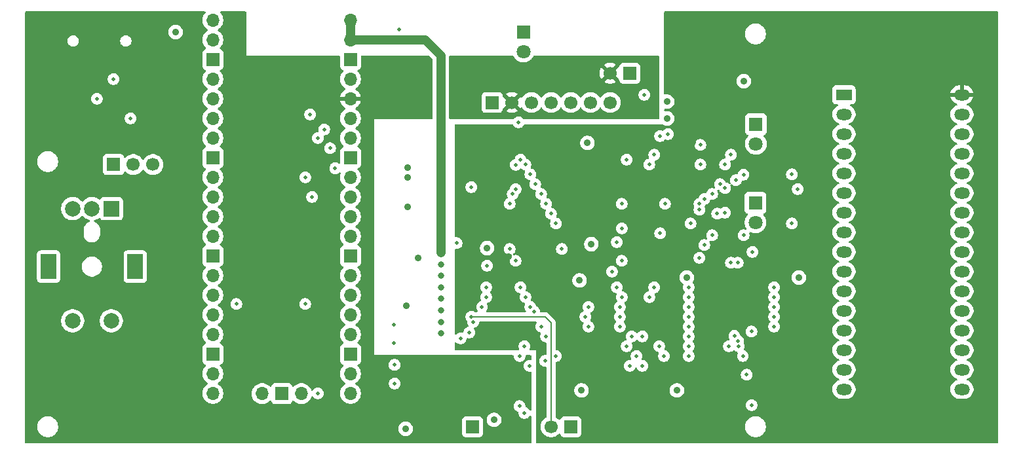
<source format=gbr>
%TF.GenerationSoftware,KiCad,Pcbnew,9.0.6*%
%TF.CreationDate,2025-11-05T23:56:09-08:00*%
%TF.ProjectId,SD-PGMR,53442d50-474d-4522-9e6b-696361645f70,v2.0*%
%TF.SameCoordinates,Original*%
%TF.FileFunction,Copper,L2,Inr*%
%TF.FilePolarity,Positive*%
%FSLAX46Y46*%
G04 Gerber Fmt 4.6, Leading zero omitted, Abs format (unit mm)*
G04 Created by KiCad (PCBNEW 9.0.6) date 2025-11-05 23:56:09*
%MOMM*%
%LPD*%
G01*
G04 APERTURE LIST*
%TA.AperFunction,ComponentPad*%
%ADD10R,1.800000X1.800000*%
%TD*%
%TA.AperFunction,ComponentPad*%
%ADD11C,1.800000*%
%TD*%
%TA.AperFunction,ComponentPad*%
%ADD12R,2.000000X1.440000*%
%TD*%
%TA.AperFunction,ComponentPad*%
%ADD13O,2.000000X1.440000*%
%TD*%
%TA.AperFunction,ComponentPad*%
%ADD14R,1.700000X1.700000*%
%TD*%
%TA.AperFunction,ComponentPad*%
%ADD15C,1.700000*%
%TD*%
%TA.AperFunction,ComponentPad*%
%ADD16O,1.700000X1.700000*%
%TD*%
%TA.AperFunction,ComponentPad*%
%ADD17R,2.000000X2.000000*%
%TD*%
%TA.AperFunction,ComponentPad*%
%ADD18C,2.000000*%
%TD*%
%TA.AperFunction,ComponentPad*%
%ADD19R,2.000000X3.200000*%
%TD*%
%TA.AperFunction,ComponentPad*%
%ADD20C,0.800000*%
%TD*%
%TA.AperFunction,ViaPad*%
%ADD21C,0.889000*%
%TD*%
%TA.AperFunction,ViaPad*%
%ADD22C,0.508000*%
%TD*%
%TA.AperFunction,Conductor*%
%ADD23C,1.143000*%
%TD*%
%TA.AperFunction,Conductor*%
%ADD24C,0.190500*%
%TD*%
G04 APERTURE END LIST*
D10*
%TO.N,Net-(LED2-K)*%
%TO.C,LED2*%
X171500800Y-92959000D03*
D11*
%TO.N,Net-(LED2-A)*%
X171500800Y-95499000D03*
%TD*%
D12*
%TO.N,/BA18*%
%TO.C,U4*%
X182880000Y-89154000D03*
D13*
%TO.N,/BA16*%
X182880000Y-91694000D03*
%TO.N,/BA15*%
X182880000Y-94234000D03*
%TO.N,/BA12*%
X182880000Y-96774000D03*
%TO.N,/BA7*%
X182880000Y-99314000D03*
%TO.N,/BA6*%
X182880000Y-101854000D03*
%TO.N,/BA5*%
X182880000Y-104394000D03*
%TO.N,/BA4*%
X182880000Y-106934000D03*
%TO.N,/BA3*%
X182880000Y-109474000D03*
%TO.N,/BA2*%
X182880000Y-112014000D03*
%TO.N,/BA1*%
X182880000Y-114554000D03*
%TO.N,/BA0*%
X182880000Y-117094000D03*
%TO.N,/BD0*%
X182880000Y-119634000D03*
%TO.N,/BD1*%
X182880000Y-122174000D03*
%TO.N,/BD2*%
X182880000Y-124714000D03*
%TO.N,GND*%
X182880000Y-127254000D03*
%TO.N,/BD3*%
X198120000Y-127254000D03*
%TO.N,/BD4*%
X198120000Y-124714000D03*
%TO.N,/BD5*%
X198120000Y-122174000D03*
%TO.N,/BD6*%
X198120000Y-119634000D03*
%TO.N,/BD7*%
X198120000Y-117094000D03*
%TO.N,/F_SEL-*%
X198120000Y-114554000D03*
%TO.N,/BA10*%
X198120000Y-112014000D03*
%TO.N,/FRD-*%
X198120000Y-109474000D03*
%TO.N,/BA11*%
X198120000Y-106934000D03*
%TO.N,/BA9*%
X198120000Y-104394000D03*
%TO.N,/BA8*%
X198120000Y-101854000D03*
%TO.N,/BA13*%
X198120000Y-99314000D03*
%TO.N,/BA14*%
X198120000Y-96774000D03*
%TO.N,/BA17*%
X198120000Y-94234000D03*
%TO.N,/FWR-*%
X198120000Y-91694000D03*
%TO.N,+5DP*%
X198120000Y-89154000D03*
%TD*%
D14*
%TO.N,GND*%
%TO.C,J1*%
X137434000Y-90145000D03*
D15*
%TO.N,+3.3V*%
X139974000Y-90145000D03*
%TO.N,/SPICK*%
X142514000Y-90145000D03*
%TO.N,/SPIMO*%
X145054000Y-90145000D03*
%TO.N,/DISPRST-*%
X147594000Y-90145000D03*
%TO.N,/DISP_CD*%
X150134000Y-90145000D03*
%TO.N,/DISP_CS-*%
X152674000Y-90145000D03*
%TD*%
D10*
%TO.N,GND*%
%TO.C,LED3*%
X171450000Y-103119000D03*
D11*
%TO.N,Net-(LED3-A)*%
X171450000Y-105659000D03*
%TD*%
D16*
%TO.N,/RE_A*%
%TO.C,U1*%
X101346001Y-79502000D03*
%TO.N,/RE_B*%
X101346001Y-82042000D03*
D14*
%TO.N,GND*%
X101346001Y-84582000D03*
D16*
%TO.N,/SPICK*%
X101346001Y-87122000D03*
%TO.N,/SPIMO*%
X101346001Y-89662000D03*
%TO.N,/SPIMI*%
X101346001Y-92202000D03*
%TO.N,/CARD_CS-*%
X101346001Y-94742000D03*
D14*
%TO.N,GND*%
X101346001Y-97282000D03*
D16*
%TO.N,/DISP_CS-*%
X101346001Y-99822000D03*
%TO.N,/DISP_CD*%
X101346001Y-102362000D03*
%TO.N,/RE_SW-*%
X101346001Y-104902000D03*
%TO.N,/FPWR_ON*%
X101346001Y-107442000D03*
D14*
%TO.N,GND*%
X101346001Y-109982000D03*
D16*
%TO.N,/PD0*%
X101346001Y-112522000D03*
%TO.N,/PD1*%
X101346001Y-115062000D03*
%TO.N,/PD2*%
X101346001Y-117602000D03*
%TO.N,/PD3*%
X101346001Y-120142000D03*
D14*
%TO.N,GND*%
X101346001Y-122682000D03*
D16*
%TO.N,/PD4*%
X101346001Y-125222000D03*
%TO.N,/PD5*%
X101346001Y-127762000D03*
%TO.N,/PD6*%
X119126001Y-127762000D03*
%TO.N,/PD7*%
X119126001Y-125222000D03*
D14*
%TO.N,GND*%
X119126001Y-122682000D03*
D16*
%TO.N,/A0*%
X119126001Y-120142000D03*
%TO.N,/A1*%
X119126001Y-117602000D03*
%TO.N,/A2*%
X119126001Y-115062000D03*
%TO.N,/DLATCH*%
X119126001Y-112522000D03*
D14*
%TO.N,GND*%
X119126001Y-109982000D03*
D16*
%TO.N,/ATTN-*%
X119126001Y-107442000D03*
%TO.N,/RESET-*%
X119126001Y-104902000D03*
%TO.N,/PRD-*%
X119126001Y-102362000D03*
%TO.N,/PWR-*%
X119126001Y-99822000D03*
D14*
%TO.N,GND*%
X119126001Y-97282000D03*
D16*
%TO.N,/DPSENS*%
X119126001Y-94742000D03*
%TO.N,unconnected-(U1-ADC_VREF-Pad35)_1*%
X119126001Y-92202000D03*
%TO.N,+3.3V*%
X119126001Y-89662000D03*
%TO.N,unconnected-(U1-3V3_EN-Pad37)_1*%
X119126001Y-87122000D03*
D14*
%TO.N,GND*%
X119126001Y-84582000D03*
D16*
%TO.N,+5V*%
X119126001Y-82042000D03*
X119126001Y-79502000D03*
%TO.N,unconnected-(U1-SWCLK-PadD1)_1*%
X107700001Y-127802000D03*
D14*
%TO.N,unconnected-(U1-GND-PadD2)_1*%
X110240001Y-127802000D03*
D16*
%TO.N,unconnected-(U1-SWDIO-PadD3)_1*%
X112780001Y-127802000D03*
%TD*%
D10*
%TO.N,GND*%
%TO.C,LED1*%
X141478000Y-81026000D03*
D11*
%TO.N,Net-(LED1-A)*%
X141478000Y-83566000D03*
%TD*%
D14*
%TO.N,GND*%
%TO.C,J2*%
X88519000Y-98171000D03*
D15*
%TO.N,/RE_B*%
X91059000Y-98171000D03*
%TO.N,/RE_A*%
X93599000Y-98171000D03*
%TD*%
D17*
%TO.N,/RE_A*%
%TO.C,RE1*%
X88225000Y-103875000D03*
D18*
%TO.N,/RE_B*%
X83225000Y-103875000D03*
%TO.N,GND*%
X85725000Y-103875000D03*
D19*
%TO.N,N/C*%
X91325000Y-111375000D03*
X80125000Y-111375000D03*
D18*
%TO.N,GND*%
X83225000Y-118375000D03*
%TO.N,/RE_SW-*%
X88225000Y-118375000D03*
%TD*%
D14*
%TO.N,GND*%
%TO.C,J4*%
X147579000Y-132080000D03*
D15*
%TO.N,Net-(J4-Pin_2)*%
X145039000Y-132080000D03*
%TD*%
D20*
%TO.N,+5V*%
%TO.C,U3*%
X130810000Y-112546000D03*
X130810000Y-114046000D03*
X130810278Y-118518449D03*
X130810278Y-120018449D03*
X130811287Y-109564011D03*
X130811287Y-111064011D03*
X130812295Y-115541408D03*
X130812295Y-117041408D03*
%TD*%
D14*
%TO.N,GND*%
%TO.C,J3*%
X155199000Y-86360000D03*
D15*
%TO.N,+3.3V*%
X152659000Y-86360000D03*
%TD*%
D14*
%TO.N,/DPSENS*%
%TO.C,J5*%
X134874000Y-132096000D03*
%TD*%
D21*
%TO.N,GND*%
X126492000Y-103632000D03*
X162560000Y-112776000D03*
X148717000Y-113157000D03*
X161290000Y-127381000D03*
X126492000Y-98552000D03*
X149733000Y-95377000D03*
X126238000Y-132334000D03*
X96520000Y-81026000D03*
X177038000Y-112776000D03*
X136779000Y-108966000D03*
X148971000Y-127381000D03*
X160020000Y-92202000D03*
X137668000Y-131191000D03*
X126492000Y-99822000D03*
X169926000Y-87376000D03*
X126365000Y-116459000D03*
X150241000Y-108458000D03*
X160020000Y-90043000D03*
X127889000Y-110236000D03*
D22*
%TO.N,+3.3V*%
X132588000Y-86741000D03*
X132588000Y-89789000D03*
D21*
X139827000Y-123952000D03*
D22*
X129032000Y-86741000D03*
X129032000Y-89789000D03*
D21*
X87884000Y-95250000D03*
D22*
%TO.N,/SPICK*%
X88519000Y-87122000D03*
%TO.N,/SPIMO*%
X86360000Y-89662000D03*
%TO.N,/DISP_CS-*%
X113919000Y-91694000D03*
X140843000Y-92710000D03*
%TO.N,Net-(LED3-A)*%
X168910000Y-100203000D03*
D21*
%TO.N,+5DP*%
X173990000Y-87376000D03*
X153162000Y-127381000D03*
X135255000Y-93980000D03*
X134747000Y-112661000D03*
X166116000Y-125857000D03*
X139573000Y-110109000D03*
X134747000Y-111391000D03*
X174133000Y-100208000D03*
X134747000Y-113931000D03*
X163322000Y-95250000D03*
X152019000Y-108966000D03*
D22*
%TO.N,/DPSENS*%
X114909600Y-94742000D03*
X114909600Y-127762000D03*
%TO.N,/DLATCH*%
X132842000Y-108331000D03*
%TO.N,/FPWR_ON*%
X157099000Y-89154000D03*
X125374400Y-80721200D03*
%TO.N,/SPIMI*%
X90721000Y-92202000D03*
%TO.N,/PD2*%
X124714000Y-118872000D03*
X144399000Y-103251000D03*
X156845000Y-124206000D03*
X144399000Y-120396000D03*
X145669000Y-122936000D03*
X162814000Y-120396000D03*
X156845000Y-120396000D03*
X168720161Y-120331839D03*
X155194000Y-124206000D03*
X133350000Y-120650000D03*
%TO.N,/BD1*%
X169278300Y-121666000D03*
X168021000Y-121666000D03*
%TO.N,/PD7*%
X162814000Y-114046000D03*
X141097000Y-97536000D03*
X136652000Y-114046000D03*
X158369000Y-114046000D03*
X158369000Y-96901000D03*
X173863000Y-114046000D03*
X141097000Y-114046000D03*
%TO.N,/PD1*%
X162814000Y-121666000D03*
X141605000Y-130302000D03*
X144272000Y-123571000D03*
X141605000Y-121666000D03*
X159004000Y-121666000D03*
X169192600Y-120972774D03*
X145034000Y-104521000D03*
%TO.N,/BD3*%
X170930300Y-119761000D03*
X170942000Y-129286000D03*
%TO.N,/PD4*%
X153924000Y-117856000D03*
X124809250Y-124079000D03*
X134969250Y-118518198D03*
X173863000Y-117856000D03*
X149479000Y-117856000D03*
X142875000Y-117221000D03*
X143002000Y-100711000D03*
X162814000Y-117856000D03*
%TO.N,/PWR-*%
X170307000Y-125349000D03*
X113284000Y-116205000D03*
X113284000Y-99822000D03*
X104394000Y-116205000D03*
%TO.N,/PD6*%
X136652000Y-115316000D03*
X141732000Y-115316000D03*
X157734000Y-115316000D03*
X141732000Y-98171000D03*
X162814000Y-115316000D03*
X157734000Y-98171000D03*
X173863000Y-115316000D03*
%TO.N,/PD0*%
X140970000Y-122936000D03*
X162814000Y-122936000D03*
X159639000Y-122936000D03*
X145669000Y-105791000D03*
X169818050Y-122936000D03*
X140970000Y-129413000D03*
%TO.N,/PD3*%
X134493000Y-119888000D03*
X153924000Y-119126000D03*
X149860000Y-119126000D03*
X143764000Y-119126000D03*
X143764000Y-101981000D03*
X173863000Y-119126000D03*
X162814000Y-119126000D03*
X124714000Y-121285000D03*
%TO.N,/PD5*%
X173863000Y-116586000D03*
X153924000Y-116586000D03*
X142367000Y-116586000D03*
X124841000Y-126492000D03*
X162814000Y-116586000D03*
X142367000Y-99441000D03*
X136112250Y-116586000D03*
X149860000Y-116586000D03*
%TO.N,/PRD-*%
X114173000Y-102362000D03*
X142240000Y-124206000D03*
%TO.N,/A0*%
X115722400Y-93624400D03*
%TO.N,/A2*%
X117144800Y-98653600D03*
%TO.N,/FWR-*%
X168275000Y-110871000D03*
X168275000Y-96901000D03*
X154178000Y-110617000D03*
X154178000Y-115316000D03*
%TO.N,/A1*%
X116484400Y-96062800D03*
%TO.N,/ADH_LD-*%
X136779000Y-111252000D03*
X134747000Y-101092000D03*
%TO.N,/ADL_LD-*%
X159131000Y-94488000D03*
X159131000Y-107061000D03*
%TO.N,/F_SEL-*%
X164846000Y-108585000D03*
X164846000Y-102616000D03*
%TO.N,/BA0*%
X163068000Y-105791000D03*
%TO.N,/BA2*%
X164211000Y-104013000D03*
X164211000Y-110236000D03*
%TO.N,/BA3*%
X165862000Y-101981000D03*
X165862000Y-107315000D03*
X169926000Y-107315000D03*
%TO.N,/BA1*%
X166497000Y-104521000D03*
%TO.N,/BA4*%
X166878000Y-100711000D03*
X167513000Y-104394000D03*
%TO.N,/BA6*%
X164338000Y-98171000D03*
X176149000Y-99441000D03*
%TO.N,/BA5*%
X169900600Y-99466400D03*
%TO.N,/BA7*%
X164338000Y-95631000D03*
%TO.N,/BA8*%
X154178000Y-106426000D03*
X164211000Y-103251000D03*
X154178000Y-103251000D03*
X159766000Y-103251000D03*
%TO.N,/BA9*%
X176149000Y-105791000D03*
%TO.N,/BA10*%
X146431000Y-109093000D03*
X139700000Y-103251000D03*
X152908000Y-112014000D03*
X169164000Y-110871000D03*
X139700000Y-109093000D03*
%TO.N,/BA11*%
X140462000Y-110617000D03*
X140081000Y-101981000D03*
X171069000Y-109474000D03*
%TO.N,/BA14*%
X167513000Y-101219000D03*
X167513000Y-98171000D03*
X140462000Y-101346000D03*
X140462000Y-98196400D03*
%TO.N,/BA15*%
X160147000Y-94234000D03*
%TO.N,/BA12*%
X176911000Y-101346000D03*
%TO.N,/BA18*%
X155448000Y-120396000D03*
%TO.N,/BA16*%
X156083000Y-122936000D03*
%TO.N,/BA17*%
X154813000Y-121666000D03*
X154813000Y-97536000D03*
%TO.N,/FRD-*%
X153543000Y-114046000D03*
X153543000Y-108204000D03*
%TO.N,Net-(J4-Pin_2)*%
X134747000Y-117856000D03*
%TD*%
D23*
%TO.N,+5V*%
X130811287Y-84075287D02*
X130811287Y-109564011D01*
X128778000Y-82042000D02*
X130811287Y-84075287D01*
X119126001Y-79502000D02*
X119126001Y-82042000D01*
X119126001Y-82042000D02*
X128778000Y-82042000D01*
D24*
%TO.N,Net-(J4-Pin_2)*%
X145034000Y-118618000D02*
X145034000Y-132080000D01*
X134747000Y-117856000D02*
X144272000Y-117856000D01*
X144272000Y-117856000D02*
X145034000Y-118618000D01*
%TD*%
%TA.AperFunction,Conductor*%
%TO.N,+3.3V*%
G36*
X100346782Y-78378685D02*
G01*
X100392537Y-78431489D01*
X100402481Y-78500647D01*
X100373456Y-78564203D01*
X100367424Y-78570681D01*
X100315895Y-78622209D01*
X100315891Y-78622213D01*
X100190952Y-78794179D01*
X100094445Y-78983585D01*
X100028754Y-79185760D01*
X100010019Y-79304049D01*
X99995501Y-79395713D01*
X99995501Y-79608287D01*
X100028755Y-79818243D01*
X100093828Y-80018517D01*
X100094445Y-80020414D01*
X100190952Y-80209820D01*
X100315891Y-80381786D01*
X100466214Y-80532109D01*
X100638183Y-80657050D01*
X100646947Y-80661516D01*
X100697743Y-80709491D01*
X100714537Y-80777312D01*
X100691999Y-80843447D01*
X100646947Y-80882484D01*
X100638183Y-80886949D01*
X100466214Y-81011890D01*
X100315891Y-81162213D01*
X100190952Y-81334179D01*
X100094445Y-81523585D01*
X100028754Y-81725760D01*
X99995664Y-81934683D01*
X99995501Y-81935713D01*
X99995501Y-82148287D01*
X100028755Y-82358243D01*
X100082502Y-82523659D01*
X100094445Y-82560414D01*
X100190952Y-82749820D01*
X100315891Y-82921786D01*
X100429431Y-83035326D01*
X100462916Y-83096649D01*
X100457932Y-83166341D01*
X100416060Y-83222274D01*
X100385084Y-83239189D01*
X100253670Y-83288203D01*
X100253665Y-83288206D01*
X100138456Y-83374452D01*
X100138453Y-83374455D01*
X100052207Y-83489664D01*
X100052203Y-83489671D01*
X100001909Y-83624517D01*
X99996351Y-83676222D01*
X99995502Y-83684123D01*
X99995501Y-83684135D01*
X99995501Y-85479870D01*
X99995502Y-85479876D01*
X100001909Y-85539483D01*
X100052203Y-85674328D01*
X100052207Y-85674335D01*
X100138453Y-85789544D01*
X100138456Y-85789547D01*
X100253665Y-85875793D01*
X100253672Y-85875797D01*
X100385083Y-85924810D01*
X100441017Y-85966681D01*
X100465434Y-86032145D01*
X100450583Y-86100418D01*
X100429432Y-86128673D01*
X100315890Y-86242215D01*
X100190952Y-86414179D01*
X100094445Y-86603585D01*
X100028754Y-86805760D01*
X100017278Y-86878217D01*
X99995501Y-87015713D01*
X99995501Y-87228287D01*
X100028755Y-87438243D01*
X100084918Y-87611095D01*
X100094445Y-87640414D01*
X100190952Y-87829820D01*
X100315891Y-88001786D01*
X100466214Y-88152109D01*
X100638183Y-88277050D01*
X100646947Y-88281516D01*
X100697743Y-88329491D01*
X100714537Y-88397312D01*
X100691999Y-88463447D01*
X100646947Y-88502484D01*
X100638183Y-88506949D01*
X100466214Y-88631890D01*
X100315891Y-88782213D01*
X100190952Y-88954179D01*
X100094445Y-89143585D01*
X100028754Y-89345760D01*
X99995501Y-89555713D01*
X99995501Y-89768286D01*
X100028264Y-89975147D01*
X100028755Y-89978243D01*
X100082276Y-90142964D01*
X100094445Y-90180414D01*
X100190952Y-90369820D01*
X100315891Y-90541786D01*
X100466214Y-90692109D01*
X100638183Y-90817050D01*
X100646947Y-90821516D01*
X100697743Y-90869491D01*
X100714537Y-90937312D01*
X100691999Y-91003447D01*
X100646947Y-91042484D01*
X100638183Y-91046949D01*
X100466214Y-91171890D01*
X100315891Y-91322213D01*
X100190952Y-91494179D01*
X100094445Y-91683585D01*
X100028754Y-91885760D01*
X99995501Y-92095713D01*
X99995501Y-92308286D01*
X100017708Y-92448499D01*
X100028755Y-92518243D01*
X100082276Y-92682964D01*
X100094445Y-92720414D01*
X100190952Y-92909820D01*
X100315891Y-93081786D01*
X100466214Y-93232109D01*
X100638183Y-93357050D01*
X100646947Y-93361516D01*
X100697743Y-93409491D01*
X100714537Y-93477312D01*
X100691999Y-93543447D01*
X100646947Y-93582484D01*
X100638183Y-93586949D01*
X100466214Y-93711890D01*
X100315891Y-93862213D01*
X100190952Y-94034179D01*
X100094445Y-94223585D01*
X100028754Y-94425760D01*
X100003945Y-94582402D01*
X99995501Y-94635713D01*
X99995501Y-94848287D01*
X100028755Y-95058243D01*
X100082276Y-95222964D01*
X100094445Y-95260414D01*
X100190952Y-95449820D01*
X100315891Y-95621786D01*
X100429431Y-95735326D01*
X100462916Y-95796649D01*
X100457932Y-95866341D01*
X100416060Y-95922274D01*
X100385084Y-95939189D01*
X100253670Y-95988203D01*
X100253665Y-95988206D01*
X100138456Y-96074452D01*
X100138453Y-96074455D01*
X100052207Y-96189664D01*
X100052203Y-96189671D01*
X100001909Y-96324517D01*
X99995502Y-96384116D01*
X99995502Y-96384123D01*
X99995501Y-96384135D01*
X99995501Y-98179870D01*
X99995502Y-98179876D01*
X100001909Y-98239483D01*
X100052203Y-98374328D01*
X100052207Y-98374335D01*
X100138453Y-98489544D01*
X100138456Y-98489547D01*
X100253665Y-98575793D01*
X100253672Y-98575797D01*
X100385083Y-98624810D01*
X100441017Y-98666681D01*
X100465434Y-98732145D01*
X100450583Y-98800418D01*
X100429432Y-98828673D01*
X100315890Y-98942215D01*
X100190952Y-99114179D01*
X100094445Y-99303585D01*
X100028754Y-99505760D01*
X100022325Y-99546354D01*
X99995501Y-99715713D01*
X99995501Y-99928287D01*
X100028755Y-100138243D01*
X100082276Y-100302964D01*
X100094445Y-100340414D01*
X100190952Y-100529820D01*
X100315891Y-100701786D01*
X100466214Y-100852109D01*
X100638183Y-100977050D01*
X100646947Y-100981516D01*
X100697743Y-101029491D01*
X100714537Y-101097312D01*
X100691999Y-101163447D01*
X100646947Y-101202484D01*
X100638183Y-101206949D01*
X100466214Y-101331890D01*
X100315891Y-101482213D01*
X100190952Y-101654179D01*
X100094445Y-101843585D01*
X100028754Y-102045760D01*
X99995501Y-102255713D01*
X99995501Y-102468286D01*
X100021536Y-102632669D01*
X100028755Y-102678243D01*
X100082276Y-102842964D01*
X100094445Y-102880414D01*
X100190952Y-103069820D01*
X100315891Y-103241786D01*
X100466214Y-103392109D01*
X100638183Y-103517050D01*
X100646947Y-103521516D01*
X100697743Y-103569491D01*
X100714537Y-103637312D01*
X100691999Y-103703447D01*
X100646947Y-103742484D01*
X100638183Y-103746949D01*
X100466214Y-103871890D01*
X100315891Y-104022213D01*
X100190952Y-104194179D01*
X100094445Y-104383585D01*
X100028754Y-104585760D01*
X99995501Y-104795713D01*
X99995501Y-105008286D01*
X100019267Y-105158343D01*
X100028755Y-105218243D01*
X100079850Y-105375498D01*
X100094445Y-105420414D01*
X100190952Y-105609820D01*
X100315891Y-105781786D01*
X100466214Y-105932109D01*
X100638183Y-106057050D01*
X100646947Y-106061516D01*
X100697743Y-106109491D01*
X100714537Y-106177312D01*
X100691999Y-106243447D01*
X100646947Y-106282484D01*
X100638183Y-106286949D01*
X100466214Y-106411890D01*
X100315891Y-106562213D01*
X100190952Y-106734179D01*
X100094445Y-106923585D01*
X100028754Y-107125760D01*
X100004154Y-107281080D01*
X99995501Y-107335713D01*
X99995501Y-107548287D01*
X100028755Y-107758243D01*
X100057467Y-107846610D01*
X100094445Y-107960414D01*
X100190952Y-108149820D01*
X100315891Y-108321786D01*
X100429431Y-108435326D01*
X100462916Y-108496649D01*
X100457932Y-108566341D01*
X100416060Y-108622274D01*
X100385084Y-108639189D01*
X100253670Y-108688203D01*
X100253665Y-108688206D01*
X100138456Y-108774452D01*
X100138453Y-108774455D01*
X100052207Y-108889664D01*
X100052203Y-108889671D01*
X100001909Y-109024517D01*
X99995502Y-109084116D01*
X99995502Y-109084123D01*
X99995501Y-109084135D01*
X99995501Y-110879870D01*
X99995502Y-110879876D01*
X100001909Y-110939483D01*
X100052203Y-111074328D01*
X100052207Y-111074335D01*
X100138453Y-111189544D01*
X100138456Y-111189547D01*
X100253665Y-111275793D01*
X100253672Y-111275797D01*
X100385083Y-111324810D01*
X100441017Y-111366681D01*
X100465434Y-111432145D01*
X100450583Y-111500418D01*
X100429432Y-111528673D01*
X100315890Y-111642215D01*
X100190952Y-111814179D01*
X100094445Y-112003585D01*
X100028754Y-112205760D01*
X100003222Y-112366966D01*
X99995501Y-112415713D01*
X99995501Y-112628287D01*
X100028755Y-112838243D01*
X100088748Y-113022883D01*
X100094445Y-113040414D01*
X100190952Y-113229820D01*
X100315891Y-113401786D01*
X100466214Y-113552109D01*
X100638183Y-113677050D01*
X100646947Y-113681516D01*
X100697743Y-113729491D01*
X100714537Y-113797312D01*
X100691999Y-113863447D01*
X100646947Y-113902484D01*
X100638183Y-113906949D01*
X100466214Y-114031890D01*
X100315891Y-114182213D01*
X100190952Y-114354179D01*
X100094445Y-114543585D01*
X100028754Y-114745760D01*
X100020445Y-114798224D01*
X99995501Y-114955713D01*
X99995501Y-115168287D01*
X100028755Y-115378243D01*
X100084665Y-115550316D01*
X100094445Y-115580414D01*
X100190952Y-115769820D01*
X100315891Y-115941786D01*
X100466214Y-116092109D01*
X100638183Y-116217050D01*
X100646947Y-116221516D01*
X100697743Y-116269491D01*
X100714537Y-116337312D01*
X100691999Y-116403447D01*
X100646947Y-116442484D01*
X100638183Y-116446949D01*
X100466214Y-116571890D01*
X100315891Y-116722213D01*
X100190952Y-116894179D01*
X100094445Y-117083585D01*
X100028754Y-117285760D01*
X100011058Y-117397488D01*
X99995501Y-117495713D01*
X99995501Y-117708287D01*
X100028755Y-117918243D01*
X100085180Y-118091902D01*
X100094445Y-118120414D01*
X100190952Y-118309820D01*
X100315891Y-118481786D01*
X100466214Y-118632109D01*
X100638183Y-118757050D01*
X100646947Y-118761516D01*
X100697743Y-118809491D01*
X100714537Y-118877312D01*
X100691999Y-118943447D01*
X100646947Y-118982484D01*
X100638183Y-118986949D01*
X100466214Y-119111890D01*
X100315891Y-119262213D01*
X100190952Y-119434179D01*
X100094445Y-119623585D01*
X100028754Y-119825760D01*
X100004108Y-119981371D01*
X99995501Y-120035713D01*
X99995501Y-120248287D01*
X100028755Y-120458243D01*
X100066915Y-120575688D01*
X100094445Y-120660414D01*
X100190952Y-120849820D01*
X100315891Y-121021786D01*
X100429431Y-121135326D01*
X100462916Y-121196649D01*
X100457932Y-121266341D01*
X100416060Y-121322274D01*
X100385084Y-121339189D01*
X100253670Y-121388203D01*
X100253665Y-121388206D01*
X100138456Y-121474452D01*
X100138453Y-121474455D01*
X100052207Y-121589664D01*
X100052203Y-121589671D01*
X100001909Y-121724517D01*
X99995502Y-121784116D01*
X99995502Y-121784123D01*
X99995501Y-121784135D01*
X99995501Y-123579870D01*
X99995502Y-123579876D01*
X100001909Y-123639483D01*
X100052203Y-123774328D01*
X100052207Y-123774335D01*
X100138453Y-123889544D01*
X100138456Y-123889547D01*
X100253665Y-123975793D01*
X100253672Y-123975797D01*
X100385083Y-124024810D01*
X100441017Y-124066681D01*
X100465434Y-124132145D01*
X100450583Y-124200418D01*
X100429432Y-124228673D01*
X100315890Y-124342215D01*
X100190952Y-124514179D01*
X100094445Y-124703585D01*
X100028754Y-124905760D01*
X99995501Y-125115713D01*
X99995501Y-125328286D01*
X100028754Y-125538239D01*
X100094445Y-125740414D01*
X100190952Y-125929820D01*
X100315891Y-126101786D01*
X100466214Y-126252109D01*
X100638183Y-126377050D01*
X100646947Y-126381516D01*
X100697743Y-126429491D01*
X100714537Y-126497312D01*
X100691999Y-126563447D01*
X100646947Y-126602484D01*
X100638183Y-126606949D01*
X100466214Y-126731890D01*
X100315891Y-126882213D01*
X100190952Y-127054179D01*
X100094445Y-127243585D01*
X100028754Y-127445760D01*
X99995501Y-127655713D01*
X99995501Y-127868286D01*
X100013733Y-127983402D01*
X100028755Y-128078243D01*
X100082278Y-128242970D01*
X100094445Y-128280414D01*
X100190952Y-128469820D01*
X100315891Y-128641786D01*
X100466214Y-128792109D01*
X100638180Y-128917048D01*
X100638182Y-128917049D01*
X100638185Y-128917051D01*
X100827589Y-129013557D01*
X101029758Y-129079246D01*
X101239714Y-129112500D01*
X101239715Y-129112500D01*
X101452287Y-129112500D01*
X101452288Y-129112500D01*
X101662244Y-129079246D01*
X101864413Y-129013557D01*
X102053817Y-128917051D01*
X102085093Y-128894328D01*
X102225787Y-128792109D01*
X102225789Y-128792106D01*
X102225793Y-128792104D01*
X102376105Y-128641792D01*
X102376107Y-128641788D01*
X102376110Y-128641786D01*
X102501049Y-128469820D01*
X102501048Y-128469820D01*
X102501052Y-128469816D01*
X102597558Y-128280412D01*
X102663247Y-128078243D01*
X102696501Y-127868287D01*
X102696501Y-127695713D01*
X106349501Y-127695713D01*
X106349501Y-127908286D01*
X106376419Y-128078243D01*
X106382755Y-128118243D01*
X106423281Y-128242970D01*
X106448445Y-128320414D01*
X106544952Y-128509820D01*
X106669891Y-128681786D01*
X106820214Y-128832109D01*
X106992180Y-128957048D01*
X106992182Y-128957049D01*
X106992185Y-128957051D01*
X107181589Y-129053557D01*
X107383758Y-129119246D01*
X107593714Y-129152500D01*
X107593715Y-129152500D01*
X107806287Y-129152500D01*
X107806288Y-129152500D01*
X108016244Y-129119246D01*
X108218413Y-129053557D01*
X108407817Y-128957051D01*
X108579793Y-128832104D01*
X108693330Y-128718566D01*
X108754649Y-128685084D01*
X108824341Y-128690068D01*
X108880275Y-128731939D01*
X108897190Y-128762917D01*
X108946203Y-128894328D01*
X108946207Y-128894335D01*
X109032453Y-129009544D01*
X109032456Y-129009547D01*
X109147665Y-129095793D01*
X109147672Y-129095797D01*
X109282518Y-129146091D01*
X109282517Y-129146091D01*
X109289445Y-129146835D01*
X109342128Y-129152500D01*
X111137873Y-129152499D01*
X111197484Y-129146091D01*
X111332332Y-129095796D01*
X111447547Y-129009546D01*
X111533797Y-128894331D01*
X111582811Y-128762916D01*
X111624682Y-128706984D01*
X111690146Y-128682566D01*
X111758419Y-128697417D01*
X111786674Y-128718569D01*
X111900214Y-128832109D01*
X112072180Y-128957048D01*
X112072182Y-128957049D01*
X112072185Y-128957051D01*
X112261589Y-129053557D01*
X112463758Y-129119246D01*
X112673714Y-129152500D01*
X112673715Y-129152500D01*
X112886287Y-129152500D01*
X112886288Y-129152500D01*
X113096244Y-129119246D01*
X113298413Y-129053557D01*
X113487817Y-128957051D01*
X113522250Y-128932034D01*
X113659787Y-128832109D01*
X113659789Y-128832106D01*
X113659793Y-128832104D01*
X113810105Y-128681792D01*
X113810107Y-128681788D01*
X113810110Y-128681786D01*
X113930196Y-128516500D01*
X113935052Y-128509816D01*
X114031558Y-128320412D01*
X114065019Y-128217427D01*
X114104455Y-128159755D01*
X114168813Y-128132556D01*
X114237660Y-128144470D01*
X114286050Y-128186856D01*
X114306479Y-128217430D01*
X114323544Y-128242970D01*
X114428628Y-128348054D01*
X114428635Y-128348060D01*
X114552208Y-128430628D01*
X114552209Y-128430628D01*
X114552210Y-128430629D01*
X114689520Y-128487505D01*
X114835283Y-128516499D01*
X114835287Y-128516500D01*
X114835288Y-128516500D01*
X114983913Y-128516500D01*
X114983914Y-128516499D01*
X115129680Y-128487505D01*
X115266990Y-128430629D01*
X115390566Y-128348059D01*
X115495659Y-128242966D01*
X115578229Y-128119390D01*
X115635105Y-127982080D01*
X115664100Y-127836312D01*
X115664100Y-127687688D01*
X115635105Y-127541920D01*
X115578229Y-127404610D01*
X115530209Y-127332743D01*
X115495660Y-127281035D01*
X115495654Y-127281028D01*
X115390571Y-127175945D01*
X115390564Y-127175939D01*
X115266991Y-127093371D01*
X115129680Y-127036495D01*
X115129672Y-127036493D01*
X114983916Y-127007500D01*
X114983912Y-127007500D01*
X114835288Y-127007500D01*
X114835283Y-127007500D01*
X114689527Y-127036493D01*
X114689519Y-127036495D01*
X114552208Y-127093371D01*
X114428635Y-127175939D01*
X114428628Y-127175945D01*
X114323542Y-127281031D01*
X114268562Y-127363316D01*
X114214950Y-127408121D01*
X114145625Y-127416828D01*
X114082597Y-127386673D01*
X114047530Y-127332744D01*
X114031558Y-127283588D01*
X113935052Y-127094184D01*
X113935050Y-127094181D01*
X113935049Y-127094179D01*
X113810110Y-126922213D01*
X113659787Y-126771890D01*
X113487821Y-126646951D01*
X113298415Y-126550444D01*
X113298414Y-126550443D01*
X113298413Y-126550443D01*
X113096244Y-126484754D01*
X113096242Y-126484753D01*
X113096241Y-126484753D01*
X112934958Y-126459208D01*
X112886288Y-126451500D01*
X112673714Y-126451500D01*
X112625043Y-126459208D01*
X112463761Y-126484753D01*
X112261586Y-126550444D01*
X112072180Y-126646951D01*
X111900216Y-126771889D01*
X111786674Y-126885431D01*
X111725351Y-126918915D01*
X111655659Y-126913931D01*
X111599726Y-126872059D01*
X111582811Y-126841082D01*
X111533798Y-126709671D01*
X111533794Y-126709664D01*
X111447548Y-126594455D01*
X111447545Y-126594452D01*
X111332336Y-126508206D01*
X111332329Y-126508202D01*
X111197483Y-126457908D01*
X111197484Y-126457908D01*
X111137884Y-126451501D01*
X111137882Y-126451500D01*
X111137874Y-126451500D01*
X111137865Y-126451500D01*
X109342130Y-126451500D01*
X109342124Y-126451501D01*
X109282517Y-126457908D01*
X109147672Y-126508202D01*
X109147665Y-126508206D01*
X109032456Y-126594452D01*
X109032453Y-126594455D01*
X108946207Y-126709664D01*
X108946204Y-126709669D01*
X108897190Y-126841083D01*
X108855318Y-126897016D01*
X108789854Y-126921433D01*
X108721581Y-126906581D01*
X108693327Y-126885430D01*
X108579787Y-126771890D01*
X108407821Y-126646951D01*
X108218415Y-126550444D01*
X108218414Y-126550443D01*
X108218413Y-126550443D01*
X108016244Y-126484754D01*
X108016242Y-126484753D01*
X108016241Y-126484753D01*
X107854958Y-126459208D01*
X107806288Y-126451500D01*
X107593714Y-126451500D01*
X107545043Y-126459208D01*
X107383761Y-126484753D01*
X107181586Y-126550444D01*
X106992180Y-126646951D01*
X106820214Y-126771890D01*
X106669891Y-126922213D01*
X106544952Y-127094179D01*
X106448445Y-127283585D01*
X106448444Y-127283587D01*
X106448444Y-127283588D01*
X106422539Y-127363316D01*
X106382754Y-127485760D01*
X106349501Y-127695713D01*
X102696501Y-127695713D01*
X102696501Y-127655713D01*
X102663247Y-127445757D01*
X102597558Y-127243588D01*
X102501052Y-127054184D01*
X102501050Y-127054181D01*
X102501049Y-127054179D01*
X102376110Y-126882213D01*
X102225787Y-126731890D01*
X102053821Y-126606951D01*
X102053116Y-126606591D01*
X102045055Y-126602485D01*
X101994260Y-126554512D01*
X101977464Y-126486692D01*
X102000000Y-126420556D01*
X102045055Y-126381515D01*
X102053817Y-126377051D01*
X102075790Y-126361086D01*
X102225787Y-126252109D01*
X102225789Y-126252106D01*
X102225793Y-126252104D01*
X102376105Y-126101792D01*
X102376107Y-126101788D01*
X102376110Y-126101786D01*
X102501049Y-125929820D01*
X102501048Y-125929820D01*
X102501052Y-125929816D01*
X102597558Y-125740412D01*
X102663247Y-125538243D01*
X102696501Y-125328287D01*
X102696501Y-125115713D01*
X102663247Y-124905757D01*
X102597558Y-124703588D01*
X102501052Y-124514184D01*
X102501050Y-124514181D01*
X102501049Y-124514179D01*
X102376110Y-124342213D01*
X102262570Y-124228673D01*
X102229085Y-124167350D01*
X102234069Y-124097658D01*
X102275941Y-124041725D01*
X102306916Y-124024810D01*
X102438332Y-123975796D01*
X102553547Y-123889546D01*
X102639797Y-123774331D01*
X102690092Y-123639483D01*
X102696501Y-123579873D01*
X102696500Y-121784128D01*
X102690092Y-121724517D01*
X102639797Y-121589669D01*
X102639796Y-121589668D01*
X102639794Y-121589664D01*
X102553548Y-121474455D01*
X102553545Y-121474452D01*
X102438336Y-121388206D01*
X102438329Y-121388202D01*
X102306918Y-121339189D01*
X102250984Y-121297318D01*
X102226567Y-121231853D01*
X102241419Y-121163580D01*
X102262564Y-121135332D01*
X102376105Y-121021792D01*
X102501052Y-120849816D01*
X102597558Y-120660412D01*
X102663247Y-120458243D01*
X102696501Y-120248287D01*
X102696501Y-120035713D01*
X102663247Y-119825757D01*
X102597558Y-119623588D01*
X102501052Y-119434184D01*
X102501050Y-119434181D01*
X102501049Y-119434179D01*
X102376110Y-119262213D01*
X102225787Y-119111890D01*
X102053821Y-118986951D01*
X102053116Y-118986591D01*
X102045055Y-118982485D01*
X101994260Y-118934512D01*
X101977464Y-118866692D01*
X102000000Y-118800556D01*
X102045055Y-118761515D01*
X102053817Y-118757051D01*
X102096049Y-118726368D01*
X102225787Y-118632109D01*
X102225789Y-118632106D01*
X102225793Y-118632104D01*
X102376105Y-118481792D01*
X102376107Y-118481788D01*
X102376110Y-118481786D01*
X102501049Y-118309820D01*
X102501048Y-118309820D01*
X102501052Y-118309816D01*
X102597558Y-118120412D01*
X102663247Y-117918243D01*
X102696501Y-117708287D01*
X102696501Y-117495713D01*
X102663247Y-117285757D01*
X102597558Y-117083588D01*
X102501052Y-116894184D01*
X102501050Y-116894181D01*
X102501049Y-116894179D01*
X102376110Y-116722213D01*
X102225787Y-116571890D01*
X102053821Y-116446951D01*
X102053116Y-116446591D01*
X102045055Y-116442485D01*
X101994260Y-116394512D01*
X101977464Y-116326692D01*
X102000000Y-116260556D01*
X102045055Y-116221515D01*
X102053817Y-116217051D01*
X102100197Y-116183354D01*
X102172694Y-116130683D01*
X103639500Y-116130683D01*
X103639500Y-116279316D01*
X103668493Y-116425072D01*
X103668495Y-116425080D01*
X103725371Y-116562391D01*
X103807939Y-116685964D01*
X103807945Y-116685971D01*
X103913028Y-116791054D01*
X103913035Y-116791060D01*
X104036608Y-116873628D01*
X104036609Y-116873628D01*
X104036610Y-116873629D01*
X104173920Y-116930505D01*
X104319683Y-116959499D01*
X104319687Y-116959500D01*
X104319688Y-116959500D01*
X104468313Y-116959500D01*
X104468314Y-116959499D01*
X104614080Y-116930505D01*
X104751390Y-116873629D01*
X104874966Y-116791059D01*
X104980059Y-116685966D01*
X105062629Y-116562390D01*
X105119505Y-116425080D01*
X105148500Y-116279312D01*
X105148500Y-116130688D01*
X105148499Y-116130683D01*
X112529500Y-116130683D01*
X112529500Y-116279316D01*
X112558493Y-116425072D01*
X112558495Y-116425080D01*
X112615371Y-116562391D01*
X112697939Y-116685964D01*
X112697945Y-116685971D01*
X112803028Y-116791054D01*
X112803035Y-116791060D01*
X112926608Y-116873628D01*
X112926609Y-116873628D01*
X112926610Y-116873629D01*
X113063920Y-116930505D01*
X113209683Y-116959499D01*
X113209687Y-116959500D01*
X113209688Y-116959500D01*
X113358313Y-116959500D01*
X113358314Y-116959499D01*
X113504080Y-116930505D01*
X113641390Y-116873629D01*
X113764966Y-116791059D01*
X113870059Y-116685966D01*
X113952629Y-116562390D01*
X114009505Y-116425080D01*
X114038500Y-116279312D01*
X114038500Y-116130688D01*
X114009505Y-115984920D01*
X113952629Y-115847610D01*
X113923539Y-115804074D01*
X113870060Y-115724035D01*
X113870054Y-115724028D01*
X113764971Y-115618945D01*
X113764964Y-115618939D01*
X113641391Y-115536371D01*
X113504080Y-115479495D01*
X113504072Y-115479493D01*
X113358316Y-115450500D01*
X113358312Y-115450500D01*
X113209688Y-115450500D01*
X113209683Y-115450500D01*
X113063927Y-115479493D01*
X113063919Y-115479495D01*
X112926608Y-115536371D01*
X112803035Y-115618939D01*
X112803028Y-115618945D01*
X112697945Y-115724028D01*
X112697939Y-115724035D01*
X112615371Y-115847608D01*
X112558495Y-115984919D01*
X112558493Y-115984927D01*
X112529500Y-116130683D01*
X105148499Y-116130683D01*
X105119505Y-115984920D01*
X105062629Y-115847610D01*
X105033539Y-115804074D01*
X104980060Y-115724035D01*
X104980054Y-115724028D01*
X104874971Y-115618945D01*
X104874964Y-115618939D01*
X104751391Y-115536371D01*
X104614080Y-115479495D01*
X104614072Y-115479493D01*
X104468316Y-115450500D01*
X104468312Y-115450500D01*
X104319688Y-115450500D01*
X104319683Y-115450500D01*
X104173927Y-115479493D01*
X104173919Y-115479495D01*
X104036608Y-115536371D01*
X103913035Y-115618939D01*
X103913028Y-115618945D01*
X103807945Y-115724028D01*
X103807939Y-115724035D01*
X103725371Y-115847608D01*
X103668495Y-115984919D01*
X103668493Y-115984927D01*
X103639500Y-116130683D01*
X102172694Y-116130683D01*
X102225787Y-116092109D01*
X102225789Y-116092106D01*
X102225793Y-116092104D01*
X102376105Y-115941792D01*
X102376107Y-115941788D01*
X102376110Y-115941786D01*
X102501049Y-115769820D01*
X102501048Y-115769820D01*
X102501052Y-115769816D01*
X102597558Y-115580412D01*
X102663247Y-115378243D01*
X102696501Y-115168287D01*
X102696501Y-114955713D01*
X102663247Y-114745757D01*
X102597558Y-114543588D01*
X102501052Y-114354184D01*
X102501050Y-114354181D01*
X102501049Y-114354179D01*
X102376110Y-114182213D01*
X102225787Y-114031890D01*
X102053821Y-113906951D01*
X102053116Y-113906591D01*
X102045055Y-113902485D01*
X101994260Y-113854512D01*
X101977464Y-113786692D01*
X102000000Y-113720556D01*
X102045055Y-113681515D01*
X102053817Y-113677051D01*
X102083681Y-113655354D01*
X102225787Y-113552109D01*
X102225789Y-113552106D01*
X102225793Y-113552104D01*
X102376105Y-113401792D01*
X102376107Y-113401788D01*
X102376110Y-113401786D01*
X102501049Y-113229820D01*
X102501048Y-113229820D01*
X102501052Y-113229816D01*
X102597558Y-113040412D01*
X102663247Y-112838243D01*
X102696501Y-112628287D01*
X102696501Y-112415713D01*
X102663247Y-112205757D01*
X102597558Y-112003588D01*
X102501052Y-111814184D01*
X102501050Y-111814181D01*
X102501049Y-111814179D01*
X102376110Y-111642213D01*
X102262570Y-111528673D01*
X102229085Y-111467350D01*
X102234069Y-111397658D01*
X102275941Y-111341725D01*
X102306916Y-111324810D01*
X102438332Y-111275796D01*
X102553547Y-111189546D01*
X102639797Y-111074331D01*
X102690092Y-110939483D01*
X102696501Y-110879873D01*
X102696500Y-109084128D01*
X102690092Y-109024517D01*
X102680809Y-108999629D01*
X102639798Y-108889671D01*
X102639794Y-108889664D01*
X102553548Y-108774455D01*
X102553545Y-108774452D01*
X102438336Y-108688206D01*
X102438329Y-108688202D01*
X102306918Y-108639189D01*
X102250984Y-108597318D01*
X102226567Y-108531853D01*
X102241419Y-108463580D01*
X102262564Y-108435332D01*
X102376105Y-108321792D01*
X102423406Y-108256688D01*
X102501049Y-108149820D01*
X102501048Y-108149820D01*
X102501052Y-108149816D01*
X102597558Y-107960412D01*
X102663247Y-107758243D01*
X102696501Y-107548287D01*
X102696501Y-107335713D01*
X102663247Y-107125757D01*
X102597558Y-106923588D01*
X102501052Y-106734184D01*
X102501050Y-106734181D01*
X102501049Y-106734179D01*
X102376110Y-106562213D01*
X102225787Y-106411890D01*
X102053821Y-106286951D01*
X102053116Y-106286591D01*
X102045055Y-106282485D01*
X101994260Y-106234512D01*
X101977464Y-106166692D01*
X102000000Y-106100556D01*
X102045055Y-106061515D01*
X102053817Y-106057051D01*
X102117091Y-106011080D01*
X102225787Y-105932109D01*
X102225789Y-105932106D01*
X102225793Y-105932104D01*
X102376105Y-105781792D01*
X102376107Y-105781788D01*
X102376110Y-105781786D01*
X102501049Y-105609820D01*
X102501048Y-105609820D01*
X102501052Y-105609816D01*
X102597558Y-105420412D01*
X102663247Y-105218243D01*
X102696501Y-105008287D01*
X102696501Y-104795713D01*
X102663247Y-104585757D01*
X102597558Y-104383588D01*
X102501052Y-104194184D01*
X102501050Y-104194181D01*
X102501049Y-104194179D01*
X102376110Y-104022213D01*
X102225787Y-103871890D01*
X102053821Y-103746951D01*
X102053116Y-103746591D01*
X102045055Y-103742485D01*
X101994260Y-103694512D01*
X101977464Y-103626692D01*
X102000000Y-103560556D01*
X102045055Y-103521515D01*
X102053817Y-103517051D01*
X102117091Y-103471080D01*
X102225787Y-103392109D01*
X102225789Y-103392106D01*
X102225793Y-103392104D01*
X102376105Y-103241792D01*
X102376107Y-103241788D01*
X102376110Y-103241786D01*
X102501049Y-103069820D01*
X102501048Y-103069820D01*
X102501052Y-103069816D01*
X102597558Y-102880412D01*
X102663247Y-102678243D01*
X102696501Y-102468287D01*
X102696501Y-102287683D01*
X113418500Y-102287683D01*
X113418500Y-102436316D01*
X113447493Y-102582072D01*
X113447495Y-102582080D01*
X113504371Y-102719391D01*
X113586939Y-102842964D01*
X113586945Y-102842971D01*
X113692028Y-102948054D01*
X113692035Y-102948060D01*
X113815608Y-103030628D01*
X113815609Y-103030628D01*
X113815610Y-103030629D01*
X113952920Y-103087505D01*
X114098683Y-103116499D01*
X114098687Y-103116500D01*
X114098688Y-103116500D01*
X114247313Y-103116500D01*
X114247314Y-103116499D01*
X114393080Y-103087505D01*
X114530390Y-103030629D01*
X114653966Y-102948059D01*
X114759059Y-102842966D01*
X114841629Y-102719390D01*
X114898505Y-102582080D01*
X114927500Y-102436312D01*
X114927500Y-102287688D01*
X114898505Y-102141920D01*
X114841629Y-102004610D01*
X114793152Y-101932059D01*
X114759060Y-101881035D01*
X114759054Y-101881028D01*
X114653971Y-101775945D01*
X114653964Y-101775939D01*
X114530391Y-101693371D01*
X114393080Y-101636495D01*
X114393072Y-101636493D01*
X114247316Y-101607500D01*
X114247312Y-101607500D01*
X114098688Y-101607500D01*
X114098683Y-101607500D01*
X113952927Y-101636493D01*
X113952919Y-101636495D01*
X113815608Y-101693371D01*
X113692035Y-101775939D01*
X113692028Y-101775945D01*
X113586945Y-101881028D01*
X113586939Y-101881035D01*
X113504371Y-102004608D01*
X113447495Y-102141919D01*
X113447493Y-102141927D01*
X113418500Y-102287683D01*
X102696501Y-102287683D01*
X102696501Y-102255713D01*
X102663247Y-102045757D01*
X102597558Y-101843588D01*
X102501052Y-101654184D01*
X102501050Y-101654181D01*
X102501049Y-101654179D01*
X102376110Y-101482213D01*
X102225787Y-101331890D01*
X102053821Y-101206951D01*
X102053116Y-101206591D01*
X102045055Y-101202485D01*
X101994260Y-101154512D01*
X101977464Y-101086692D01*
X102000000Y-101020556D01*
X102045055Y-100981515D01*
X102053817Y-100977051D01*
X102117091Y-100931080D01*
X102225787Y-100852109D01*
X102225789Y-100852106D01*
X102225793Y-100852104D01*
X102376105Y-100701792D01*
X102376107Y-100701788D01*
X102376110Y-100701786D01*
X102501049Y-100529820D01*
X102501048Y-100529820D01*
X102501052Y-100529816D01*
X102597558Y-100340412D01*
X102663247Y-100138243D01*
X102696501Y-99928287D01*
X102696501Y-99747683D01*
X112529500Y-99747683D01*
X112529500Y-99896316D01*
X112558493Y-100042072D01*
X112558495Y-100042080D01*
X112615371Y-100179391D01*
X112697939Y-100302964D01*
X112697945Y-100302971D01*
X112803028Y-100408054D01*
X112803035Y-100408060D01*
X112926608Y-100490628D01*
X112926609Y-100490628D01*
X112926610Y-100490629D01*
X113063920Y-100547505D01*
X113209683Y-100576499D01*
X113209687Y-100576500D01*
X113209688Y-100576500D01*
X113358313Y-100576500D01*
X113358314Y-100576499D01*
X113504080Y-100547505D01*
X113641390Y-100490629D01*
X113764966Y-100408059D01*
X113870059Y-100302966D01*
X113952629Y-100179390D01*
X114009505Y-100042080D01*
X114038500Y-99896312D01*
X114038500Y-99747688D01*
X114009505Y-99601920D01*
X113952629Y-99464610D01*
X113924530Y-99422557D01*
X113870060Y-99341035D01*
X113870054Y-99341028D01*
X113764971Y-99235945D01*
X113764964Y-99235939D01*
X113641391Y-99153371D01*
X113504080Y-99096495D01*
X113504072Y-99096493D01*
X113358316Y-99067500D01*
X113358312Y-99067500D01*
X113209688Y-99067500D01*
X113209683Y-99067500D01*
X113063927Y-99096493D01*
X113063919Y-99096495D01*
X112926608Y-99153371D01*
X112803035Y-99235939D01*
X112803028Y-99235945D01*
X112697945Y-99341028D01*
X112697939Y-99341035D01*
X112615371Y-99464608D01*
X112558495Y-99601919D01*
X112558493Y-99601927D01*
X112529500Y-99747683D01*
X102696501Y-99747683D01*
X102696501Y-99715713D01*
X102663247Y-99505757D01*
X102597558Y-99303588D01*
X102501052Y-99114184D01*
X102501050Y-99114181D01*
X102501049Y-99114179D01*
X102376110Y-98942213D01*
X102262570Y-98828673D01*
X102229085Y-98767350D01*
X102234069Y-98697658D01*
X102275941Y-98641725D01*
X102306916Y-98624810D01*
X102438332Y-98575796D01*
X102553547Y-98489546D01*
X102639797Y-98374331D01*
X102690092Y-98239483D01*
X102696501Y-98179873D01*
X102696500Y-96384128D01*
X102690092Y-96324517D01*
X102689153Y-96322000D01*
X102639798Y-96189671D01*
X102639794Y-96189664D01*
X102553548Y-96074455D01*
X102553545Y-96074452D01*
X102438706Y-95988483D01*
X115729900Y-95988483D01*
X115729900Y-96137116D01*
X115758893Y-96282872D01*
X115758895Y-96282880D01*
X115815771Y-96420191D01*
X115898339Y-96543764D01*
X115898345Y-96543771D01*
X116003428Y-96648854D01*
X116003435Y-96648860D01*
X116127008Y-96731428D01*
X116127009Y-96731428D01*
X116127010Y-96731429D01*
X116264320Y-96788305D01*
X116375877Y-96810495D01*
X116410083Y-96817299D01*
X116410087Y-96817300D01*
X116410088Y-96817300D01*
X116558713Y-96817300D01*
X116558714Y-96817299D01*
X116704480Y-96788305D01*
X116841790Y-96731429D01*
X116965366Y-96648859D01*
X117070459Y-96543766D01*
X117153029Y-96420190D01*
X117209905Y-96282880D01*
X117238900Y-96137112D01*
X117238900Y-95988488D01*
X117209905Y-95842720D01*
X117153029Y-95705410D01*
X117097152Y-95621784D01*
X117070460Y-95581835D01*
X117070454Y-95581828D01*
X116965371Y-95476745D01*
X116965364Y-95476739D01*
X116841791Y-95394171D01*
X116704480Y-95337295D01*
X116704472Y-95337293D01*
X116558716Y-95308300D01*
X116558712Y-95308300D01*
X116410088Y-95308300D01*
X116410083Y-95308300D01*
X116264327Y-95337293D01*
X116264319Y-95337295D01*
X116127008Y-95394171D01*
X116003435Y-95476739D01*
X116003428Y-95476745D01*
X115898345Y-95581828D01*
X115898339Y-95581835D01*
X115815771Y-95705408D01*
X115758895Y-95842719D01*
X115758893Y-95842727D01*
X115729900Y-95988483D01*
X102438706Y-95988483D01*
X102438336Y-95988206D01*
X102438329Y-95988202D01*
X102306918Y-95939189D01*
X102250984Y-95897318D01*
X102226567Y-95831853D01*
X102241419Y-95763580D01*
X102262564Y-95735332D01*
X102376105Y-95621792D01*
X102501052Y-95449816D01*
X102597558Y-95260412D01*
X102663247Y-95058243D01*
X102696501Y-94848287D01*
X102696501Y-94667683D01*
X114155100Y-94667683D01*
X114155100Y-94816316D01*
X114184093Y-94962072D01*
X114184095Y-94962080D01*
X114240971Y-95099391D01*
X114323539Y-95222964D01*
X114323545Y-95222971D01*
X114428628Y-95328054D01*
X114428635Y-95328060D01*
X114552208Y-95410628D01*
X114552209Y-95410628D01*
X114552210Y-95410629D01*
X114689520Y-95467505D01*
X114835283Y-95496499D01*
X114835287Y-95496500D01*
X114835288Y-95496500D01*
X114983913Y-95496500D01*
X114983914Y-95496499D01*
X115129680Y-95467505D01*
X115266990Y-95410629D01*
X115390566Y-95328059D01*
X115495659Y-95222966D01*
X115578229Y-95099390D01*
X115635105Y-94962080D01*
X115664100Y-94816312D01*
X115664100Y-94667688D01*
X115647136Y-94582402D01*
X115636134Y-94527091D01*
X115642361Y-94457500D01*
X115685224Y-94402322D01*
X115751114Y-94379078D01*
X115757751Y-94378900D01*
X115796713Y-94378900D01*
X115796714Y-94378899D01*
X115942480Y-94349905D01*
X116079790Y-94293029D01*
X116203366Y-94210459D01*
X116308459Y-94105366D01*
X116391029Y-93981790D01*
X116447905Y-93844480D01*
X116476900Y-93698712D01*
X116476900Y-93550088D01*
X116447905Y-93404320D01*
X116391029Y-93267010D01*
X116376971Y-93245971D01*
X116308460Y-93143435D01*
X116308454Y-93143428D01*
X116203371Y-93038345D01*
X116203364Y-93038339D01*
X116079791Y-92955771D01*
X115942480Y-92898895D01*
X115942472Y-92898893D01*
X115796716Y-92869900D01*
X115796712Y-92869900D01*
X115648088Y-92869900D01*
X115648083Y-92869900D01*
X115502327Y-92898893D01*
X115502319Y-92898895D01*
X115365008Y-92955771D01*
X115241435Y-93038339D01*
X115241428Y-93038345D01*
X115136345Y-93143428D01*
X115136339Y-93143435D01*
X115053771Y-93267008D01*
X114996895Y-93404319D01*
X114996893Y-93404327D01*
X114967900Y-93550083D01*
X114967900Y-93698715D01*
X114995866Y-93839309D01*
X114989639Y-93908900D01*
X114946776Y-93964078D01*
X114880886Y-93987322D01*
X114874249Y-93987500D01*
X114835283Y-93987500D01*
X114689527Y-94016493D01*
X114689519Y-94016495D01*
X114552208Y-94073371D01*
X114428635Y-94155939D01*
X114428628Y-94155945D01*
X114323545Y-94261028D01*
X114323539Y-94261035D01*
X114240971Y-94384608D01*
X114184095Y-94521919D01*
X114184093Y-94521927D01*
X114155100Y-94667683D01*
X102696501Y-94667683D01*
X102696501Y-94635713D01*
X102663247Y-94425757D01*
X102597558Y-94223588D01*
X102501052Y-94034184D01*
X102501050Y-94034181D01*
X102501049Y-94034179D01*
X102376110Y-93862213D01*
X102225787Y-93711890D01*
X102053821Y-93586951D01*
X102053116Y-93586591D01*
X102045055Y-93582485D01*
X101994260Y-93534512D01*
X101977464Y-93466692D01*
X102000000Y-93400556D01*
X102045055Y-93361515D01*
X102053817Y-93357051D01*
X102177749Y-93267010D01*
X102225787Y-93232109D01*
X102225789Y-93232106D01*
X102225793Y-93232104D01*
X102376105Y-93081792D01*
X102376107Y-93081788D01*
X102376110Y-93081786D01*
X102501049Y-92909820D01*
X102501048Y-92909820D01*
X102501052Y-92909816D01*
X102597558Y-92720412D01*
X102663247Y-92518243D01*
X102696501Y-92308287D01*
X102696501Y-92095713D01*
X102663247Y-91885757D01*
X102597558Y-91683588D01*
X102597556Y-91683585D01*
X102597556Y-91683583D01*
X102590580Y-91669892D01*
X102590579Y-91669891D01*
X102564997Y-91619683D01*
X113164500Y-91619683D01*
X113164500Y-91768316D01*
X113193493Y-91914072D01*
X113193495Y-91914080D01*
X113250371Y-92051391D01*
X113332939Y-92174964D01*
X113332945Y-92174971D01*
X113438028Y-92280054D01*
X113438035Y-92280060D01*
X113561608Y-92362628D01*
X113561609Y-92362628D01*
X113561610Y-92362629D01*
X113698920Y-92419505D01*
X113844683Y-92448499D01*
X113844687Y-92448500D01*
X113844688Y-92448500D01*
X113993313Y-92448500D01*
X113993314Y-92448499D01*
X114139080Y-92419505D01*
X114276390Y-92362629D01*
X114399966Y-92280059D01*
X114505059Y-92174966D01*
X114587629Y-92051390D01*
X114644505Y-91914080D01*
X114673500Y-91768312D01*
X114673500Y-91619688D01*
X114644505Y-91473920D01*
X114587629Y-91336610D01*
X114578009Y-91322213D01*
X114505060Y-91213035D01*
X114505054Y-91213028D01*
X114399971Y-91107945D01*
X114399964Y-91107939D01*
X114276391Y-91025371D01*
X114139080Y-90968495D01*
X114139072Y-90968493D01*
X113993316Y-90939500D01*
X113993312Y-90939500D01*
X113844688Y-90939500D01*
X113844683Y-90939500D01*
X113698927Y-90968493D01*
X113698919Y-90968495D01*
X113561608Y-91025371D01*
X113438035Y-91107939D01*
X113438028Y-91107945D01*
X113332945Y-91213028D01*
X113332939Y-91213035D01*
X113250371Y-91336608D01*
X113193495Y-91473919D01*
X113193493Y-91473927D01*
X113164500Y-91619683D01*
X102564997Y-91619683D01*
X102563089Y-91615939D01*
X102501052Y-91494184D01*
X102501050Y-91494181D01*
X102501049Y-91494179D01*
X102376110Y-91322213D01*
X102225787Y-91171890D01*
X102053821Y-91046951D01*
X102045811Y-91042870D01*
X102045055Y-91042485D01*
X101994260Y-90994512D01*
X101977464Y-90926692D01*
X102000000Y-90860556D01*
X102045055Y-90821515D01*
X102053817Y-90817051D01*
X102109682Y-90776463D01*
X102225787Y-90692109D01*
X102225789Y-90692106D01*
X102225793Y-90692104D01*
X102376105Y-90541792D01*
X102376107Y-90541788D01*
X102376110Y-90541786D01*
X102501049Y-90369820D01*
X102501048Y-90369820D01*
X102501052Y-90369816D01*
X102597558Y-90180412D01*
X102663247Y-89978243D01*
X102696501Y-89768287D01*
X102696501Y-89555713D01*
X102663247Y-89345757D01*
X102597558Y-89143588D01*
X102501052Y-88954184D01*
X102501050Y-88954181D01*
X102501049Y-88954179D01*
X102376110Y-88782213D01*
X102225787Y-88631890D01*
X102053821Y-88506951D01*
X102045601Y-88502763D01*
X102045055Y-88502485D01*
X101994260Y-88454512D01*
X101977464Y-88386692D01*
X102000000Y-88320556D01*
X102045055Y-88281515D01*
X102053817Y-88277051D01*
X102075790Y-88261086D01*
X102225787Y-88152109D01*
X102225789Y-88152106D01*
X102225793Y-88152104D01*
X102376105Y-88001792D01*
X102376107Y-88001788D01*
X102376110Y-88001786D01*
X102501049Y-87829820D01*
X102501048Y-87829820D01*
X102501052Y-87829816D01*
X102597558Y-87640412D01*
X102663247Y-87438243D01*
X102696501Y-87228287D01*
X102696501Y-87015713D01*
X102663247Y-86805757D01*
X102597558Y-86603588D01*
X102501052Y-86414184D01*
X102501050Y-86414181D01*
X102501049Y-86414179D01*
X102376110Y-86242213D01*
X102262570Y-86128673D01*
X102229085Y-86067350D01*
X102234069Y-85997658D01*
X102275941Y-85941725D01*
X102306916Y-85924810D01*
X102438332Y-85875796D01*
X102553547Y-85789546D01*
X102639797Y-85674331D01*
X102690092Y-85539483D01*
X102696501Y-85479873D01*
X102696500Y-83684128D01*
X102690092Y-83624517D01*
X102686851Y-83615828D01*
X102639798Y-83489671D01*
X102639794Y-83489664D01*
X102553548Y-83374455D01*
X102553545Y-83374452D01*
X102438336Y-83288206D01*
X102438329Y-83288202D01*
X102306918Y-83239189D01*
X102250984Y-83197318D01*
X102226567Y-83131853D01*
X102241419Y-83063580D01*
X102262564Y-83035332D01*
X102376105Y-82921792D01*
X102501052Y-82749816D01*
X102597558Y-82560412D01*
X102663247Y-82358243D01*
X102696501Y-82148287D01*
X102696501Y-81935713D01*
X102663247Y-81725757D01*
X102597558Y-81523588D01*
X102501052Y-81334184D01*
X102501050Y-81334181D01*
X102501049Y-81334179D01*
X102376110Y-81162213D01*
X102225787Y-81011890D01*
X102053821Y-80886951D01*
X102053116Y-80886591D01*
X102045055Y-80882485D01*
X101994260Y-80834512D01*
X101977464Y-80766692D01*
X102000000Y-80700556D01*
X102045055Y-80661515D01*
X102053817Y-80657051D01*
X102075790Y-80641086D01*
X102225787Y-80532109D01*
X102225789Y-80532106D01*
X102225793Y-80532104D01*
X102376105Y-80381792D01*
X102376107Y-80381788D01*
X102376110Y-80381786D01*
X102501049Y-80209820D01*
X102501048Y-80209820D01*
X102501052Y-80209816D01*
X102597558Y-80020412D01*
X102663247Y-79818243D01*
X102696501Y-79608287D01*
X102696501Y-79395713D01*
X102663247Y-79185757D01*
X102597558Y-78983588D01*
X102501052Y-78794184D01*
X102501050Y-78794181D01*
X102501049Y-78794179D01*
X102376110Y-78622213D01*
X102324578Y-78570681D01*
X102291093Y-78509358D01*
X102296077Y-78439666D01*
X102337949Y-78383733D01*
X102403413Y-78359316D01*
X102412259Y-78359000D01*
X105540000Y-78359000D01*
X105607039Y-78378685D01*
X105652794Y-78431489D01*
X105664000Y-78483000D01*
X105664000Y-84074000D01*
X117651501Y-84074000D01*
X117718540Y-84093685D01*
X117764295Y-84146489D01*
X117775501Y-84198000D01*
X117775501Y-85479870D01*
X117775502Y-85479876D01*
X117781909Y-85539483D01*
X117832203Y-85674328D01*
X117832207Y-85674335D01*
X117918453Y-85789544D01*
X117918456Y-85789547D01*
X118033665Y-85875793D01*
X118033672Y-85875797D01*
X118165083Y-85924810D01*
X118221017Y-85966681D01*
X118245434Y-86032145D01*
X118230583Y-86100418D01*
X118209432Y-86128673D01*
X118095890Y-86242215D01*
X117970952Y-86414179D01*
X117874445Y-86603585D01*
X117808754Y-86805760D01*
X117797278Y-86878217D01*
X117775501Y-87015713D01*
X117775501Y-87228287D01*
X117808755Y-87438243D01*
X117864918Y-87611095D01*
X117874445Y-87640414D01*
X117970952Y-87829820D01*
X118095891Y-88001786D01*
X118246214Y-88152109D01*
X118418180Y-88277048D01*
X118418182Y-88277049D01*
X118418185Y-88277051D01*
X118427494Y-88281794D01*
X118478291Y-88329766D01*
X118495088Y-88397587D01*
X118472553Y-88463722D01*
X118427503Y-88502762D01*
X118418444Y-88507378D01*
X118246541Y-88632272D01*
X118246536Y-88632276D01*
X118096277Y-88782535D01*
X118096273Y-88782540D01*
X117971380Y-88954442D01*
X117874905Y-89143782D01*
X117809243Y-89345870D01*
X117809243Y-89345873D01*
X117798770Y-89412000D01*
X118681441Y-89412000D01*
X118650756Y-89465147D01*
X118616001Y-89594857D01*
X118616001Y-89729143D01*
X118650756Y-89858853D01*
X118681441Y-89912000D01*
X117798770Y-89912000D01*
X117809243Y-89978126D01*
X117809243Y-89978129D01*
X117874905Y-90180217D01*
X117971380Y-90369557D01*
X118096273Y-90541459D01*
X118096277Y-90541464D01*
X118246536Y-90691723D01*
X118246541Y-90691727D01*
X118418445Y-90816622D01*
X118427496Y-90821234D01*
X118478293Y-90869208D01*
X118495088Y-90937029D01*
X118472551Y-91003164D01*
X118427500Y-91042202D01*
X118418183Y-91046949D01*
X118246214Y-91171890D01*
X118095891Y-91322213D01*
X117970952Y-91494179D01*
X117874445Y-91683585D01*
X117808754Y-91885760D01*
X117775501Y-92095713D01*
X117775501Y-92308286D01*
X117797708Y-92448499D01*
X117808755Y-92518243D01*
X117862276Y-92682964D01*
X117874445Y-92720414D01*
X117970952Y-92909820D01*
X118095891Y-93081786D01*
X118246214Y-93232109D01*
X118418183Y-93357050D01*
X118426947Y-93361516D01*
X118477743Y-93409491D01*
X118494537Y-93477312D01*
X118471999Y-93543447D01*
X118426947Y-93582484D01*
X118418183Y-93586949D01*
X118246214Y-93711890D01*
X118095891Y-93862213D01*
X117970952Y-94034179D01*
X117874445Y-94223585D01*
X117808754Y-94425760D01*
X117783945Y-94582402D01*
X117775501Y-94635713D01*
X117775501Y-94848287D01*
X117808755Y-95058243D01*
X117862276Y-95222964D01*
X117874445Y-95260414D01*
X117970952Y-95449820D01*
X118095891Y-95621786D01*
X118209431Y-95735326D01*
X118242916Y-95796649D01*
X118237932Y-95866341D01*
X118196060Y-95922274D01*
X118165084Y-95939189D01*
X118033670Y-95988203D01*
X118033665Y-95988206D01*
X117918456Y-96074452D01*
X117918453Y-96074455D01*
X117832207Y-96189664D01*
X117832203Y-96189671D01*
X117781909Y-96324517D01*
X117775502Y-96384116D01*
X117775502Y-96384123D01*
X117775501Y-96384135D01*
X117775501Y-97935604D01*
X117755816Y-98002643D01*
X117703012Y-98048398D01*
X117633854Y-98058342D01*
X117582612Y-98038706D01*
X117502190Y-97984971D01*
X117502191Y-97984971D01*
X117502189Y-97984970D01*
X117364880Y-97928095D01*
X117364872Y-97928093D01*
X117219116Y-97899100D01*
X117219112Y-97899100D01*
X117070488Y-97899100D01*
X117070483Y-97899100D01*
X116924727Y-97928093D01*
X116924719Y-97928095D01*
X116787408Y-97984971D01*
X116663835Y-98067539D01*
X116663828Y-98067545D01*
X116558745Y-98172628D01*
X116558739Y-98172635D01*
X116476171Y-98296208D01*
X116419295Y-98433519D01*
X116419293Y-98433527D01*
X116390300Y-98579283D01*
X116390300Y-98727916D01*
X116419293Y-98873672D01*
X116419295Y-98873680D01*
X116476171Y-99010991D01*
X116558739Y-99134564D01*
X116558745Y-99134571D01*
X116663828Y-99239654D01*
X116663835Y-99239660D01*
X116787408Y-99322228D01*
X116787409Y-99322228D01*
X116787410Y-99322229D01*
X116924720Y-99379105D01*
X117070483Y-99408099D01*
X117070487Y-99408100D01*
X117070488Y-99408100D01*
X117219113Y-99408100D01*
X117219114Y-99408099D01*
X117364880Y-99379105D01*
X117502190Y-99322229D01*
X117625766Y-99239659D01*
X117659684Y-99205741D01*
X117721006Y-99172255D01*
X117790698Y-99177239D01*
X117846632Y-99219109D01*
X117871050Y-99284573D01*
X117865297Y-99331739D01*
X117808754Y-99505759D01*
X117793524Y-99601919D01*
X117775501Y-99715713D01*
X117775501Y-99928287D01*
X117808755Y-100138243D01*
X117862276Y-100302964D01*
X117874445Y-100340414D01*
X117970952Y-100529820D01*
X118095891Y-100701786D01*
X118246214Y-100852109D01*
X118418183Y-100977050D01*
X118426947Y-100981516D01*
X118477743Y-101029491D01*
X118494537Y-101097312D01*
X118471999Y-101163447D01*
X118426947Y-101202484D01*
X118418183Y-101206949D01*
X118246214Y-101331890D01*
X118095891Y-101482213D01*
X117970952Y-101654179D01*
X117874445Y-101843585D01*
X117808754Y-102045760D01*
X117775501Y-102255713D01*
X117775501Y-102468286D01*
X117801536Y-102632669D01*
X117808755Y-102678243D01*
X117862276Y-102842964D01*
X117874445Y-102880414D01*
X117970952Y-103069820D01*
X118095891Y-103241786D01*
X118246214Y-103392109D01*
X118418183Y-103517050D01*
X118426947Y-103521516D01*
X118477743Y-103569491D01*
X118494537Y-103637312D01*
X118471999Y-103703447D01*
X118426947Y-103742484D01*
X118418183Y-103746949D01*
X118246214Y-103871890D01*
X118095891Y-104022213D01*
X117970952Y-104194179D01*
X117874445Y-104383585D01*
X117808754Y-104585760D01*
X117775501Y-104795713D01*
X117775501Y-105008286D01*
X117799267Y-105158343D01*
X117808755Y-105218243D01*
X117859850Y-105375498D01*
X117874445Y-105420414D01*
X117970952Y-105609820D01*
X118095891Y-105781786D01*
X118246214Y-105932109D01*
X118418183Y-106057050D01*
X118426947Y-106061516D01*
X118477743Y-106109491D01*
X118494537Y-106177312D01*
X118471999Y-106243447D01*
X118426947Y-106282484D01*
X118418183Y-106286949D01*
X118246214Y-106411890D01*
X118095891Y-106562213D01*
X117970952Y-106734179D01*
X117874445Y-106923585D01*
X117808754Y-107125760D01*
X117784154Y-107281080D01*
X117775501Y-107335713D01*
X117775501Y-107548287D01*
X117808755Y-107758243D01*
X117837467Y-107846610D01*
X117874445Y-107960414D01*
X117970952Y-108149820D01*
X118095891Y-108321786D01*
X118209431Y-108435326D01*
X118242916Y-108496649D01*
X118237932Y-108566341D01*
X118196060Y-108622274D01*
X118165084Y-108639189D01*
X118033670Y-108688203D01*
X118033665Y-108688206D01*
X117918456Y-108774452D01*
X117918453Y-108774455D01*
X117832207Y-108889664D01*
X117832203Y-108889671D01*
X117781909Y-109024517D01*
X117775502Y-109084116D01*
X117775502Y-109084123D01*
X117775501Y-109084135D01*
X117775501Y-110879870D01*
X117775502Y-110879876D01*
X117781909Y-110939483D01*
X117832203Y-111074328D01*
X117832207Y-111074335D01*
X117918453Y-111189544D01*
X117918456Y-111189547D01*
X118033665Y-111275793D01*
X118033672Y-111275797D01*
X118165083Y-111324810D01*
X118221017Y-111366681D01*
X118245434Y-111432145D01*
X118230583Y-111500418D01*
X118209432Y-111528673D01*
X118095890Y-111642215D01*
X117970952Y-111814179D01*
X117874445Y-112003585D01*
X117808754Y-112205760D01*
X117783222Y-112366966D01*
X117775501Y-112415713D01*
X117775501Y-112628287D01*
X117808755Y-112838243D01*
X117868748Y-113022883D01*
X117874445Y-113040414D01*
X117970952Y-113229820D01*
X118095891Y-113401786D01*
X118246214Y-113552109D01*
X118418183Y-113677050D01*
X118426947Y-113681516D01*
X118477743Y-113729491D01*
X118494537Y-113797312D01*
X118471999Y-113863447D01*
X118426947Y-113902484D01*
X118418183Y-113906949D01*
X118246214Y-114031890D01*
X118095891Y-114182213D01*
X117970952Y-114354179D01*
X117874445Y-114543585D01*
X117808754Y-114745760D01*
X117800445Y-114798224D01*
X117775501Y-114955713D01*
X117775501Y-115168287D01*
X117808755Y-115378243D01*
X117864665Y-115550316D01*
X117874445Y-115580414D01*
X117970952Y-115769820D01*
X118095891Y-115941786D01*
X118246214Y-116092109D01*
X118418183Y-116217050D01*
X118426947Y-116221516D01*
X118477743Y-116269491D01*
X118494537Y-116337312D01*
X118471999Y-116403447D01*
X118426947Y-116442484D01*
X118418183Y-116446949D01*
X118246214Y-116571890D01*
X118095891Y-116722213D01*
X117970952Y-116894179D01*
X117874445Y-117083585D01*
X117808754Y-117285760D01*
X117791058Y-117397488D01*
X117775501Y-117495713D01*
X117775501Y-117708287D01*
X117808755Y-117918243D01*
X117865180Y-118091902D01*
X117874445Y-118120414D01*
X117970952Y-118309820D01*
X118095891Y-118481786D01*
X118246214Y-118632109D01*
X118418183Y-118757050D01*
X118426947Y-118761516D01*
X118477743Y-118809491D01*
X118494537Y-118877312D01*
X118471999Y-118943447D01*
X118426947Y-118982484D01*
X118418183Y-118986949D01*
X118246214Y-119111890D01*
X118095891Y-119262213D01*
X117970952Y-119434179D01*
X117874445Y-119623585D01*
X117808754Y-119825760D01*
X117784108Y-119981371D01*
X117775501Y-120035713D01*
X117775501Y-120248287D01*
X117808755Y-120458243D01*
X117846915Y-120575688D01*
X117874445Y-120660414D01*
X117970952Y-120849820D01*
X118095891Y-121021786D01*
X118209431Y-121135326D01*
X118242916Y-121196649D01*
X118237932Y-121266341D01*
X118196060Y-121322274D01*
X118165084Y-121339189D01*
X118033670Y-121388203D01*
X118033665Y-121388206D01*
X117918456Y-121474452D01*
X117918453Y-121474455D01*
X117832207Y-121589664D01*
X117832203Y-121589671D01*
X117781909Y-121724517D01*
X117775502Y-121784116D01*
X117775502Y-121784123D01*
X117775501Y-121784135D01*
X117775501Y-123579870D01*
X117775502Y-123579876D01*
X117781909Y-123639483D01*
X117832203Y-123774328D01*
X117832207Y-123774335D01*
X117918453Y-123889544D01*
X117918456Y-123889547D01*
X118033665Y-123975793D01*
X118033672Y-123975797D01*
X118165083Y-124024810D01*
X118221017Y-124066681D01*
X118245434Y-124132145D01*
X118230583Y-124200418D01*
X118209432Y-124228673D01*
X118095890Y-124342215D01*
X117970952Y-124514179D01*
X117874445Y-124703585D01*
X117808754Y-124905760D01*
X117775501Y-125115713D01*
X117775501Y-125328286D01*
X117808754Y-125538239D01*
X117874445Y-125740414D01*
X117970952Y-125929820D01*
X118095891Y-126101786D01*
X118246214Y-126252109D01*
X118418183Y-126377050D01*
X118426947Y-126381516D01*
X118477743Y-126429491D01*
X118494537Y-126497312D01*
X118471999Y-126563447D01*
X118426947Y-126602484D01*
X118418183Y-126606949D01*
X118246214Y-126731890D01*
X118095891Y-126882213D01*
X117970952Y-127054179D01*
X117874445Y-127243585D01*
X117808754Y-127445760D01*
X117775501Y-127655713D01*
X117775501Y-127868286D01*
X117793733Y-127983402D01*
X117808755Y-128078243D01*
X117862278Y-128242970D01*
X117874445Y-128280414D01*
X117970952Y-128469820D01*
X118095891Y-128641786D01*
X118246214Y-128792109D01*
X118418180Y-128917048D01*
X118418182Y-128917049D01*
X118418185Y-128917051D01*
X118607589Y-129013557D01*
X118809758Y-129079246D01*
X119019714Y-129112500D01*
X119019715Y-129112500D01*
X119232287Y-129112500D01*
X119232288Y-129112500D01*
X119442244Y-129079246D01*
X119644413Y-129013557D01*
X119833817Y-128917051D01*
X119865093Y-128894328D01*
X120005787Y-128792109D01*
X120005789Y-128792106D01*
X120005793Y-128792104D01*
X120156105Y-128641792D01*
X120156107Y-128641788D01*
X120156110Y-128641786D01*
X120281049Y-128469820D01*
X120281048Y-128469820D01*
X120281052Y-128469816D01*
X120377558Y-128280412D01*
X120443247Y-128078243D01*
X120476501Y-127868287D01*
X120476501Y-127655713D01*
X120443247Y-127445757D01*
X120377558Y-127243588D01*
X120281052Y-127054184D01*
X120281050Y-127054181D01*
X120281049Y-127054179D01*
X120156110Y-126882213D01*
X120005787Y-126731890D01*
X119833821Y-126606951D01*
X119833116Y-126606591D01*
X119825055Y-126602485D01*
X119822048Y-126599645D01*
X119818042Y-126598621D01*
X119796864Y-126575859D01*
X119774260Y-126554512D01*
X119773265Y-126550497D01*
X119770448Y-126547469D01*
X119764937Y-126516868D01*
X119757464Y-126486692D01*
X119758798Y-126482776D01*
X119758065Y-126478706D01*
X119769971Y-126449985D01*
X119780000Y-126420556D01*
X119782893Y-126417683D01*
X124086500Y-126417683D01*
X124086500Y-126566316D01*
X124115493Y-126712072D01*
X124115495Y-126712080D01*
X124172371Y-126849391D01*
X124254939Y-126972964D01*
X124254945Y-126972971D01*
X124360028Y-127078054D01*
X124360035Y-127078060D01*
X124483608Y-127160628D01*
X124483609Y-127160628D01*
X124483610Y-127160629D01*
X124620920Y-127217505D01*
X124766683Y-127246499D01*
X124766687Y-127246500D01*
X124766688Y-127246500D01*
X124915313Y-127246500D01*
X124915314Y-127246499D01*
X125061080Y-127217505D01*
X125198390Y-127160629D01*
X125321966Y-127078059D01*
X125427059Y-126972966D01*
X125509629Y-126849390D01*
X125566505Y-126712080D01*
X125595500Y-126566312D01*
X125595500Y-126417688D01*
X125566505Y-126271920D01*
X125509629Y-126134610D01*
X125427059Y-126011034D01*
X125427054Y-126011028D01*
X125321971Y-125905945D01*
X125321964Y-125905939D01*
X125198391Y-125823371D01*
X125061080Y-125766495D01*
X125061072Y-125766493D01*
X124915316Y-125737500D01*
X124915312Y-125737500D01*
X124766688Y-125737500D01*
X124766683Y-125737500D01*
X124620927Y-125766493D01*
X124620919Y-125766495D01*
X124483608Y-125823371D01*
X124360035Y-125905939D01*
X124360028Y-125905945D01*
X124254945Y-126011028D01*
X124254939Y-126011035D01*
X124172371Y-126134608D01*
X124115495Y-126271919D01*
X124115493Y-126271927D01*
X124086500Y-126417683D01*
X119782893Y-126417683D01*
X119783691Y-126416891D01*
X119784823Y-126414163D01*
X119793690Y-126406966D01*
X119810663Y-126390121D01*
X119817566Y-126385330D01*
X119833817Y-126377051D01*
X119925427Y-126310492D01*
X119925447Y-126310479D01*
X120005786Y-126252109D01*
X120005784Y-126252109D01*
X120005793Y-126252104D01*
X120156105Y-126101792D01*
X120156107Y-126101788D01*
X120156110Y-126101786D01*
X120281049Y-125929820D01*
X120281048Y-125929820D01*
X120281052Y-125929816D01*
X120377558Y-125740412D01*
X120443247Y-125538243D01*
X120476501Y-125328287D01*
X120476501Y-125115713D01*
X120443247Y-124905757D01*
X120377558Y-124703588D01*
X120281052Y-124514184D01*
X120281050Y-124514181D01*
X120281049Y-124514179D01*
X120156110Y-124342213D01*
X120042570Y-124228673D01*
X120009085Y-124167350D01*
X120014069Y-124097658D01*
X120055941Y-124041725D01*
X120086916Y-124024810D01*
X120140880Y-124004683D01*
X124054750Y-124004683D01*
X124054750Y-124153316D01*
X124083743Y-124299072D01*
X124083745Y-124299080D01*
X124140621Y-124436391D01*
X124223189Y-124559964D01*
X124223195Y-124559971D01*
X124328278Y-124665054D01*
X124328285Y-124665060D01*
X124451858Y-124747628D01*
X124451859Y-124747628D01*
X124451860Y-124747629D01*
X124589170Y-124804505D01*
X124734933Y-124833499D01*
X124734937Y-124833500D01*
X124734938Y-124833500D01*
X124883563Y-124833500D01*
X124883564Y-124833499D01*
X125029330Y-124804505D01*
X125166640Y-124747629D01*
X125290216Y-124665059D01*
X125395309Y-124559966D01*
X125477879Y-124436390D01*
X125534755Y-124299080D01*
X125563750Y-124153312D01*
X125563750Y-124004688D01*
X125534755Y-123858920D01*
X125477879Y-123721610D01*
X125457092Y-123690500D01*
X125395310Y-123598035D01*
X125395304Y-123598028D01*
X125290221Y-123492945D01*
X125290214Y-123492939D01*
X125166641Y-123410371D01*
X125029330Y-123353495D01*
X125029322Y-123353493D01*
X124883566Y-123324500D01*
X124883562Y-123324500D01*
X124734938Y-123324500D01*
X124734933Y-123324500D01*
X124589177Y-123353493D01*
X124589169Y-123353495D01*
X124451858Y-123410371D01*
X124328285Y-123492939D01*
X124328278Y-123492945D01*
X124223195Y-123598028D01*
X124223189Y-123598035D01*
X124140621Y-123721608D01*
X124083745Y-123858919D01*
X124083743Y-123858927D01*
X124054750Y-124004683D01*
X120140880Y-124004683D01*
X120218332Y-123975796D01*
X120333547Y-123889546D01*
X120419797Y-123774331D01*
X120470092Y-123639483D01*
X120476501Y-123579873D01*
X120476500Y-121784128D01*
X120470092Y-121724517D01*
X120419797Y-121589669D01*
X120419796Y-121589668D01*
X120419794Y-121589664D01*
X120333548Y-121474455D01*
X120333545Y-121474452D01*
X120218336Y-121388206D01*
X120218329Y-121388202D01*
X120086918Y-121339189D01*
X120030984Y-121297318D01*
X120006567Y-121231853D01*
X120021419Y-121163580D01*
X120042564Y-121135332D01*
X120156105Y-121021792D01*
X120281052Y-120849816D01*
X120377558Y-120660412D01*
X120443247Y-120458243D01*
X120476501Y-120248287D01*
X120476501Y-120035713D01*
X120443247Y-119825757D01*
X120377558Y-119623588D01*
X120281052Y-119434184D01*
X120281050Y-119434181D01*
X120281049Y-119434179D01*
X120156110Y-119262213D01*
X120005787Y-119111890D01*
X119833821Y-118986951D01*
X119833116Y-118986591D01*
X119825055Y-118982485D01*
X119774260Y-118934512D01*
X119757464Y-118866692D01*
X119780000Y-118800556D01*
X119825055Y-118761515D01*
X119833817Y-118757051D01*
X119876049Y-118726368D01*
X120005787Y-118632109D01*
X120005789Y-118632106D01*
X120005793Y-118632104D01*
X120156105Y-118481792D01*
X120156107Y-118481788D01*
X120156110Y-118481786D01*
X120281049Y-118309820D01*
X120281048Y-118309820D01*
X120281052Y-118309816D01*
X120377558Y-118120412D01*
X120443247Y-117918243D01*
X120476501Y-117708287D01*
X120476501Y-117495713D01*
X120443247Y-117285757D01*
X120377558Y-117083588D01*
X120281052Y-116894184D01*
X120281050Y-116894181D01*
X120281049Y-116894179D01*
X120156110Y-116722213D01*
X120005787Y-116571890D01*
X119833821Y-116446951D01*
X119833116Y-116446591D01*
X119825055Y-116442485D01*
X119774260Y-116394512D01*
X119757464Y-116326692D01*
X119780000Y-116260556D01*
X119825055Y-116221515D01*
X119833817Y-116217051D01*
X119880197Y-116183354D01*
X120005787Y-116092109D01*
X120005789Y-116092106D01*
X120005793Y-116092104D01*
X120156105Y-115941792D01*
X120156107Y-115941788D01*
X120156110Y-115941786D01*
X120281049Y-115769820D01*
X120281048Y-115769820D01*
X120281052Y-115769816D01*
X120377558Y-115580412D01*
X120443247Y-115378243D01*
X120476501Y-115168287D01*
X120476501Y-114955713D01*
X120443247Y-114745757D01*
X120377558Y-114543588D01*
X120281052Y-114354184D01*
X120281050Y-114354181D01*
X120281049Y-114354179D01*
X120156110Y-114182213D01*
X120005787Y-114031890D01*
X119833821Y-113906951D01*
X119833116Y-113906591D01*
X119825055Y-113902485D01*
X119774260Y-113854512D01*
X119757464Y-113786692D01*
X119780000Y-113720556D01*
X119825055Y-113681515D01*
X119833817Y-113677051D01*
X119863681Y-113655354D01*
X120005787Y-113552109D01*
X120005789Y-113552106D01*
X120005793Y-113552104D01*
X120156105Y-113401792D01*
X120156107Y-113401788D01*
X120156110Y-113401786D01*
X120281049Y-113229820D01*
X120281048Y-113229820D01*
X120281052Y-113229816D01*
X120377558Y-113040412D01*
X120443247Y-112838243D01*
X120476501Y-112628287D01*
X120476501Y-112415713D01*
X120443247Y-112205757D01*
X120377558Y-112003588D01*
X120281052Y-111814184D01*
X120281050Y-111814181D01*
X120281049Y-111814179D01*
X120156110Y-111642213D01*
X120042570Y-111528673D01*
X120009085Y-111467350D01*
X120014069Y-111397658D01*
X120055941Y-111341725D01*
X120086916Y-111324810D01*
X120218332Y-111275796D01*
X120333547Y-111189546D01*
X120419797Y-111074331D01*
X120470092Y-110939483D01*
X120476501Y-110879873D01*
X120476500Y-109084128D01*
X120470092Y-109024517D01*
X120460809Y-108999629D01*
X120419798Y-108889671D01*
X120419794Y-108889664D01*
X120333548Y-108774455D01*
X120333545Y-108774452D01*
X120218336Y-108688206D01*
X120218329Y-108688202D01*
X120086918Y-108639189D01*
X120030984Y-108597318D01*
X120006567Y-108531853D01*
X120021419Y-108463580D01*
X120042564Y-108435332D01*
X120156105Y-108321792D01*
X120203406Y-108256688D01*
X120281049Y-108149820D01*
X120281048Y-108149820D01*
X120281052Y-108149816D01*
X120377558Y-107960412D01*
X120443247Y-107758243D01*
X120476501Y-107548287D01*
X120476501Y-107335713D01*
X120443247Y-107125757D01*
X120377558Y-106923588D01*
X120281052Y-106734184D01*
X120281050Y-106734181D01*
X120281049Y-106734179D01*
X120156110Y-106562213D01*
X120005787Y-106411890D01*
X119833821Y-106286951D01*
X119833116Y-106286591D01*
X119825055Y-106282485D01*
X119774260Y-106234512D01*
X119757464Y-106166692D01*
X119780000Y-106100556D01*
X119825055Y-106061515D01*
X119833817Y-106057051D01*
X119897091Y-106011080D01*
X120005787Y-105932109D01*
X120005789Y-105932106D01*
X120005793Y-105932104D01*
X120156105Y-105781792D01*
X120156107Y-105781788D01*
X120156110Y-105781786D01*
X120281049Y-105609820D01*
X120281048Y-105609820D01*
X120281052Y-105609816D01*
X120377558Y-105420412D01*
X120443247Y-105218243D01*
X120476501Y-105008287D01*
X120476501Y-104795713D01*
X120443247Y-104585757D01*
X120377558Y-104383588D01*
X120281052Y-104194184D01*
X120281050Y-104194181D01*
X120281049Y-104194179D01*
X120156110Y-104022213D01*
X120005787Y-103871890D01*
X119833821Y-103746951D01*
X119833116Y-103746591D01*
X119825055Y-103742485D01*
X119774260Y-103694512D01*
X119757464Y-103626692D01*
X119780000Y-103560556D01*
X119825055Y-103521515D01*
X119833817Y-103517051D01*
X119897091Y-103471080D01*
X120005787Y-103392109D01*
X120005789Y-103392106D01*
X120005793Y-103392104D01*
X120156105Y-103241792D01*
X120156107Y-103241788D01*
X120156110Y-103241786D01*
X120281049Y-103069820D01*
X120281048Y-103069820D01*
X120281052Y-103069816D01*
X120377558Y-102880412D01*
X120443247Y-102678243D01*
X120476501Y-102468287D01*
X120476501Y-102255713D01*
X120443247Y-102045757D01*
X120377558Y-101843588D01*
X120281052Y-101654184D01*
X120281050Y-101654181D01*
X120281049Y-101654179D01*
X120156110Y-101482213D01*
X120005787Y-101331890D01*
X119833821Y-101206951D01*
X119833116Y-101206591D01*
X119825055Y-101202485D01*
X119774260Y-101154512D01*
X119757464Y-101086692D01*
X119780000Y-101020556D01*
X119825055Y-100981515D01*
X119833817Y-100977051D01*
X119897091Y-100931080D01*
X120005787Y-100852109D01*
X120005789Y-100852106D01*
X120005793Y-100852104D01*
X120156105Y-100701792D01*
X120156107Y-100701788D01*
X120156110Y-100701786D01*
X120281049Y-100529820D01*
X120281048Y-100529820D01*
X120281052Y-100529816D01*
X120377558Y-100340412D01*
X120443247Y-100138243D01*
X120476501Y-99928287D01*
X120476501Y-99715713D01*
X120443247Y-99505757D01*
X120377558Y-99303588D01*
X120281052Y-99114184D01*
X120281050Y-99114181D01*
X120281049Y-99114179D01*
X120156110Y-98942213D01*
X120042570Y-98828673D01*
X120009085Y-98767350D01*
X120014069Y-98697658D01*
X120055941Y-98641725D01*
X120086916Y-98624810D01*
X120218332Y-98575796D01*
X120333547Y-98489546D01*
X120419797Y-98374331D01*
X120470092Y-98239483D01*
X120476501Y-98179873D01*
X120476500Y-96384128D01*
X120470092Y-96324517D01*
X120469153Y-96322000D01*
X120419798Y-96189671D01*
X120419794Y-96189664D01*
X120333548Y-96074455D01*
X120333545Y-96074452D01*
X120218336Y-95988206D01*
X120218329Y-95988202D01*
X120086918Y-95939189D01*
X120030984Y-95897318D01*
X120006567Y-95831853D01*
X120021419Y-95763580D01*
X120042564Y-95735332D01*
X120156105Y-95621792D01*
X120281052Y-95449816D01*
X120377558Y-95260412D01*
X120443247Y-95058243D01*
X120476501Y-94848287D01*
X120476501Y-94635713D01*
X120443247Y-94425757D01*
X120377558Y-94223588D01*
X120281052Y-94034184D01*
X120281050Y-94034181D01*
X120281049Y-94034179D01*
X120156110Y-93862213D01*
X120005787Y-93711890D01*
X119833821Y-93586951D01*
X119833116Y-93586591D01*
X119825055Y-93582485D01*
X119774260Y-93534512D01*
X119757464Y-93466692D01*
X119780000Y-93400556D01*
X119825055Y-93361515D01*
X119833817Y-93357051D01*
X119957749Y-93267010D01*
X120005787Y-93232109D01*
X120005789Y-93232106D01*
X120005793Y-93232104D01*
X120156105Y-93081792D01*
X120156107Y-93081788D01*
X120156110Y-93081786D01*
X120281049Y-92909820D01*
X120281048Y-92909820D01*
X120281052Y-92909816D01*
X120377558Y-92720412D01*
X120443247Y-92518243D01*
X120476501Y-92308287D01*
X120476501Y-92095713D01*
X120443247Y-91885757D01*
X120377558Y-91683588D01*
X120281052Y-91494184D01*
X120281050Y-91494181D01*
X120281049Y-91494179D01*
X120156110Y-91322213D01*
X120005787Y-91171890D01*
X119833818Y-91046949D01*
X119824505Y-91042204D01*
X119773708Y-90994230D01*
X119756913Y-90926409D01*
X119779450Y-90860274D01*
X119824508Y-90821232D01*
X119833559Y-90816620D01*
X120005460Y-90691727D01*
X120005465Y-90691723D01*
X120155724Y-90541464D01*
X120155728Y-90541459D01*
X120280621Y-90369557D01*
X120377096Y-90180217D01*
X120442758Y-89978129D01*
X120442758Y-89978126D01*
X120453232Y-89912000D01*
X119570561Y-89912000D01*
X119601246Y-89858853D01*
X119636001Y-89729143D01*
X119636001Y-89594857D01*
X119601246Y-89465147D01*
X119570561Y-89412000D01*
X120453232Y-89412000D01*
X120442758Y-89345873D01*
X120442758Y-89345870D01*
X120377096Y-89143782D01*
X120280621Y-88954442D01*
X120155728Y-88782540D01*
X120155724Y-88782535D01*
X120005465Y-88632276D01*
X120005460Y-88632272D01*
X119833556Y-88507377D01*
X119824501Y-88502763D01*
X119773707Y-88454788D01*
X119756913Y-88386966D01*
X119779452Y-88320832D01*
X119824509Y-88281793D01*
X119833817Y-88277051D01*
X119913008Y-88219515D01*
X120005787Y-88152109D01*
X120005789Y-88152106D01*
X120005793Y-88152104D01*
X120156105Y-88001792D01*
X120156107Y-88001788D01*
X120156110Y-88001786D01*
X120281049Y-87829820D01*
X120281048Y-87829820D01*
X120281052Y-87829816D01*
X120377558Y-87640412D01*
X120443247Y-87438243D01*
X120476501Y-87228287D01*
X120476501Y-87015713D01*
X120443247Y-86805757D01*
X120377558Y-86603588D01*
X120281052Y-86414184D01*
X120281050Y-86414181D01*
X120281049Y-86414179D01*
X120156110Y-86242213D01*
X120042570Y-86128673D01*
X120009085Y-86067350D01*
X120014069Y-85997658D01*
X120055941Y-85941725D01*
X120086916Y-85924810D01*
X120218332Y-85875796D01*
X120333547Y-85789546D01*
X120419797Y-85674331D01*
X120470092Y-85539483D01*
X120476501Y-85479873D01*
X120476500Y-84197999D01*
X120496185Y-84130961D01*
X120548988Y-84085206D01*
X120600500Y-84074000D01*
X129242601Y-84074000D01*
X129309640Y-84093685D01*
X129330282Y-84110319D01*
X129702968Y-84483005D01*
X129736453Y-84544328D01*
X129739287Y-84570686D01*
X129739287Y-92205000D01*
X129719602Y-92272039D01*
X129666798Y-92317794D01*
X129615287Y-92329000D01*
X122174000Y-92329000D01*
X122174000Y-122809000D01*
X140091500Y-122809000D01*
X140158539Y-122828685D01*
X140204294Y-122881489D01*
X140215500Y-122933000D01*
X140215500Y-123010316D01*
X140244493Y-123156072D01*
X140244495Y-123156080D01*
X140301371Y-123293391D01*
X140383939Y-123416964D01*
X140383945Y-123416971D01*
X140489028Y-123522054D01*
X140489035Y-123522060D01*
X140612608Y-123604628D01*
X140612609Y-123604628D01*
X140612610Y-123604629D01*
X140749920Y-123661505D01*
X140895683Y-123690499D01*
X140895687Y-123690500D01*
X140895688Y-123690500D01*
X141044313Y-123690500D01*
X141044314Y-123690499D01*
X141190080Y-123661505D01*
X141327390Y-123604629D01*
X141450966Y-123522059D01*
X141556059Y-123416966D01*
X141638629Y-123293390D01*
X141695505Y-123156080D01*
X141724500Y-123010312D01*
X141724500Y-122933000D01*
X141744185Y-122865961D01*
X141796989Y-122820206D01*
X141848500Y-122809000D01*
X142370000Y-122809000D01*
X142437039Y-122828685D01*
X142482794Y-122881489D01*
X142494000Y-122933000D01*
X142494000Y-123336147D01*
X142474315Y-123403186D01*
X142421511Y-123448941D01*
X142352353Y-123458885D01*
X142345811Y-123457765D01*
X142314312Y-123451500D01*
X142165688Y-123451500D01*
X142165683Y-123451500D01*
X142019927Y-123480493D01*
X142019919Y-123480495D01*
X141882608Y-123537371D01*
X141759035Y-123619939D01*
X141759028Y-123619945D01*
X141653945Y-123725028D01*
X141653939Y-123725035D01*
X141571371Y-123848608D01*
X141514495Y-123985919D01*
X141514493Y-123985927D01*
X141485500Y-124131683D01*
X141485500Y-124280316D01*
X141514493Y-124426072D01*
X141514495Y-124426080D01*
X141571371Y-124563391D01*
X141653939Y-124686964D01*
X141653945Y-124686971D01*
X141759028Y-124792054D01*
X141759035Y-124792060D01*
X141882608Y-124874628D01*
X141882609Y-124874628D01*
X141882610Y-124874629D01*
X142019920Y-124931505D01*
X142134192Y-124954235D01*
X142165683Y-124960499D01*
X142165687Y-124960500D01*
X142165688Y-124960500D01*
X142314313Y-124960500D01*
X142314313Y-124960499D01*
X142345808Y-124954235D01*
X142415399Y-124960462D01*
X142470577Y-125003324D01*
X142493822Y-125069214D01*
X142494000Y-125075852D01*
X142494000Y-129865645D01*
X142474315Y-129932684D01*
X142421511Y-129978439D01*
X142352353Y-129988383D01*
X142288797Y-129959358D01*
X142266898Y-129934536D01*
X142191057Y-129821031D01*
X142085971Y-129715945D01*
X142085964Y-129715939D01*
X141962391Y-129633371D01*
X141825080Y-129576495D01*
X141825077Y-129576494D01*
X141824306Y-129576341D01*
X141823939Y-129576149D01*
X141819248Y-129574726D01*
X141819517Y-129573836D01*
X141762396Y-129543955D01*
X141727823Y-129483238D01*
X141724500Y-129454724D01*
X141724500Y-129338687D01*
X141724499Y-129338683D01*
X141695506Y-129192927D01*
X141695505Y-129192920D01*
X141638629Y-129055610D01*
X141637257Y-129053557D01*
X141556060Y-128932035D01*
X141556054Y-128932028D01*
X141450971Y-128826945D01*
X141450964Y-128826939D01*
X141327391Y-128744371D01*
X141190080Y-128687495D01*
X141190072Y-128687493D01*
X141044316Y-128658500D01*
X141044312Y-128658500D01*
X140895688Y-128658500D01*
X140895683Y-128658500D01*
X140749927Y-128687493D01*
X140749919Y-128687495D01*
X140612608Y-128744371D01*
X140489035Y-128826939D01*
X140489028Y-128826945D01*
X140383945Y-128932028D01*
X140383939Y-128932035D01*
X140301371Y-129055608D01*
X140244495Y-129192919D01*
X140244493Y-129192927D01*
X140215500Y-129338683D01*
X140215500Y-129487316D01*
X140244493Y-129633072D01*
X140244495Y-129633080D01*
X140301371Y-129770391D01*
X140383939Y-129893964D01*
X140383945Y-129893971D01*
X140489028Y-129999054D01*
X140489035Y-129999060D01*
X140612608Y-130081628D01*
X140612609Y-130081628D01*
X140612610Y-130081629D01*
X140749920Y-130138505D01*
X140750677Y-130138655D01*
X140751036Y-130138843D01*
X140755752Y-130140274D01*
X140755480Y-130141167D01*
X140812591Y-130171032D01*
X140847173Y-130231744D01*
X140850500Y-130260275D01*
X140850500Y-130376316D01*
X140879493Y-130522072D01*
X140879495Y-130522080D01*
X140936371Y-130659391D01*
X141018939Y-130782964D01*
X141018945Y-130782971D01*
X141124028Y-130888054D01*
X141124035Y-130888060D01*
X141247608Y-130970628D01*
X141247609Y-130970628D01*
X141247610Y-130970629D01*
X141384920Y-131027505D01*
X141530683Y-131056499D01*
X141530687Y-131056500D01*
X141530688Y-131056500D01*
X141679313Y-131056500D01*
X141679314Y-131056499D01*
X141825080Y-131027505D01*
X141962390Y-130970629D01*
X142085966Y-130888059D01*
X142191059Y-130782966D01*
X142266898Y-130669462D01*
X142320509Y-130624658D01*
X142389834Y-130615951D01*
X142452862Y-130646105D01*
X142489582Y-130705548D01*
X142494000Y-130738354D01*
X142494000Y-134115000D01*
X142474315Y-134182039D01*
X142421511Y-134227794D01*
X142370000Y-134239000D01*
X77213000Y-134239000D01*
X77145961Y-134219315D01*
X77100206Y-134166511D01*
X77089000Y-134115000D01*
X77089000Y-131973713D01*
X78659500Y-131973713D01*
X78659500Y-132186287D01*
X78692754Y-132396243D01*
X78702772Y-132427076D01*
X78758444Y-132598414D01*
X78854951Y-132787820D01*
X78979890Y-132959786D01*
X79130213Y-133110109D01*
X79302179Y-133235048D01*
X79302181Y-133235049D01*
X79302184Y-133235051D01*
X79491588Y-133331557D01*
X79693757Y-133397246D01*
X79903713Y-133430500D01*
X79903714Y-133430500D01*
X80116286Y-133430500D01*
X80116287Y-133430500D01*
X80326243Y-133397246D01*
X80528412Y-133331557D01*
X80717816Y-133235051D01*
X80782125Y-133188328D01*
X80889786Y-133110109D01*
X80889788Y-133110106D01*
X80889792Y-133110104D01*
X81040104Y-132959792D01*
X81040106Y-132959788D01*
X81040109Y-132959786D01*
X81165048Y-132787820D01*
X81165047Y-132787820D01*
X81165051Y-132787816D01*
X81261557Y-132598412D01*
X81327246Y-132396243D01*
X81351847Y-132240921D01*
X125293000Y-132240921D01*
X125293000Y-132427078D01*
X125329314Y-132609638D01*
X125329316Y-132609646D01*
X125400550Y-132781622D01*
X125400555Y-132781631D01*
X125503970Y-132936401D01*
X125503973Y-132936405D01*
X125635594Y-133068026D01*
X125635598Y-133068029D01*
X125790368Y-133171444D01*
X125790377Y-133171449D01*
X125829336Y-133187586D01*
X125962354Y-133242684D01*
X126144921Y-133278999D01*
X126144924Y-133279000D01*
X126144926Y-133279000D01*
X126331076Y-133279000D01*
X126331077Y-133278999D01*
X126513646Y-133242684D01*
X126685625Y-133171448D01*
X126840402Y-133068029D01*
X126972029Y-132936402D01*
X127075448Y-132781625D01*
X127146684Y-132609646D01*
X127183000Y-132427074D01*
X127183000Y-132240926D01*
X127183000Y-132240923D01*
X127182999Y-132240921D01*
X127177930Y-132215436D01*
X127146684Y-132058354D01*
X127075448Y-131886375D01*
X127075447Y-131886374D01*
X127075444Y-131886368D01*
X126972029Y-131731598D01*
X126972026Y-131731594D01*
X126840405Y-131599973D01*
X126840401Y-131599970D01*
X126685631Y-131496555D01*
X126685622Y-131496550D01*
X126513646Y-131425316D01*
X126513638Y-131425314D01*
X126331077Y-131389000D01*
X126331074Y-131389000D01*
X126144926Y-131389000D01*
X126144923Y-131389000D01*
X125962361Y-131425314D01*
X125962353Y-131425316D01*
X125790377Y-131496550D01*
X125790368Y-131496555D01*
X125635598Y-131599970D01*
X125635594Y-131599973D01*
X125503973Y-131731594D01*
X125503970Y-131731598D01*
X125400555Y-131886368D01*
X125400550Y-131886377D01*
X125329316Y-132058353D01*
X125329314Y-132058361D01*
X125293000Y-132240921D01*
X81351847Y-132240921D01*
X81360500Y-132186287D01*
X81360500Y-131973713D01*
X81327246Y-131763757D01*
X81261557Y-131561588D01*
X81165051Y-131372184D01*
X81089133Y-131267691D01*
X81089132Y-131267688D01*
X81040109Y-131200214D01*
X81040105Y-131200209D01*
X81038031Y-131198135D01*
X133523500Y-131198135D01*
X133523500Y-132993870D01*
X133523501Y-132993876D01*
X133529908Y-133053483D01*
X133580202Y-133188328D01*
X133580206Y-133188335D01*
X133666452Y-133303544D01*
X133666455Y-133303547D01*
X133781664Y-133389793D01*
X133781671Y-133389797D01*
X133916517Y-133440091D01*
X133916516Y-133440091D01*
X133923444Y-133440835D01*
X133976127Y-133446500D01*
X135771872Y-133446499D01*
X135831483Y-133440091D01*
X135966331Y-133389796D01*
X136081546Y-133303546D01*
X136167796Y-133188331D01*
X136218091Y-133053483D01*
X136224500Y-132993873D01*
X136224499Y-131198128D01*
X136218091Y-131138517D01*
X136202950Y-131097921D01*
X136723000Y-131097921D01*
X136723000Y-131284078D01*
X136759314Y-131466638D01*
X136759316Y-131466646D01*
X136830550Y-131638622D01*
X136830555Y-131638631D01*
X136933970Y-131793401D01*
X136933973Y-131793405D01*
X137065594Y-131925026D01*
X137065598Y-131925029D01*
X137220368Y-132028444D01*
X137220374Y-132028447D01*
X137220375Y-132028448D01*
X137392354Y-132099684D01*
X137574921Y-132135999D01*
X137574924Y-132136000D01*
X137574926Y-132136000D01*
X137761076Y-132136000D01*
X137761077Y-132135999D01*
X137943646Y-132099684D01*
X138115625Y-132028448D01*
X138270402Y-131925029D01*
X138402029Y-131793402D01*
X138505448Y-131638625D01*
X138576684Y-131466646D01*
X138613000Y-131284074D01*
X138613000Y-131097926D01*
X138613000Y-131097923D01*
X138612999Y-131097921D01*
X138603445Y-131049890D01*
X138576684Y-130915354D01*
X138508983Y-130751909D01*
X138505449Y-130743377D01*
X138505444Y-130743368D01*
X138402029Y-130588598D01*
X138402026Y-130588594D01*
X138270405Y-130456973D01*
X138270401Y-130456970D01*
X138115631Y-130353555D01*
X138115622Y-130353550D01*
X137943646Y-130282316D01*
X137943638Y-130282314D01*
X137761077Y-130246000D01*
X137761074Y-130246000D01*
X137574926Y-130246000D01*
X137574923Y-130246000D01*
X137392361Y-130282314D01*
X137392353Y-130282316D01*
X137220377Y-130353550D01*
X137220368Y-130353555D01*
X137065598Y-130456970D01*
X137065594Y-130456973D01*
X136933973Y-130588594D01*
X136933970Y-130588598D01*
X136830555Y-130743368D01*
X136830550Y-130743377D01*
X136759316Y-130915353D01*
X136759314Y-130915361D01*
X136723000Y-131097921D01*
X136202950Y-131097921D01*
X136167796Y-131003669D01*
X136167795Y-131003668D01*
X136167793Y-131003664D01*
X136081547Y-130888455D01*
X136081544Y-130888452D01*
X135966335Y-130802206D01*
X135966328Y-130802202D01*
X135831482Y-130751908D01*
X135831483Y-130751908D01*
X135771883Y-130745501D01*
X135771881Y-130745500D01*
X135771873Y-130745500D01*
X135771864Y-130745500D01*
X133976129Y-130745500D01*
X133976123Y-130745501D01*
X133916516Y-130751908D01*
X133781671Y-130802202D01*
X133781664Y-130802206D01*
X133666455Y-130888452D01*
X133666452Y-130888455D01*
X133580206Y-131003664D01*
X133580202Y-131003671D01*
X133529908Y-131138517D01*
X133525220Y-131182127D01*
X133523501Y-131198123D01*
X133523500Y-131198135D01*
X81038031Y-131198135D01*
X80889786Y-131049890D01*
X80717820Y-130924951D01*
X80528414Y-130828444D01*
X80528413Y-130828443D01*
X80528412Y-130828443D01*
X80326243Y-130762754D01*
X80326241Y-130762753D01*
X80326240Y-130762753D01*
X80164957Y-130737208D01*
X80116287Y-130729500D01*
X79903713Y-130729500D01*
X79855042Y-130737208D01*
X79693760Y-130762753D01*
X79491585Y-130828444D01*
X79302179Y-130924951D01*
X79130213Y-131049890D01*
X78979890Y-131200213D01*
X78854951Y-131372179D01*
X78758444Y-131561585D01*
X78692753Y-131763760D01*
X78688058Y-131793405D01*
X78659500Y-131973713D01*
X77089000Y-131973713D01*
X77089000Y-118256902D01*
X81724500Y-118256902D01*
X81724500Y-118493097D01*
X81761446Y-118726368D01*
X81834433Y-118950996D01*
X81927424Y-119133500D01*
X81941657Y-119161433D01*
X82080483Y-119352510D01*
X82247490Y-119519517D01*
X82438567Y-119658343D01*
X82462417Y-119670495D01*
X82649003Y-119765566D01*
X82649005Y-119765566D01*
X82649008Y-119765568D01*
X82769412Y-119804689D01*
X82873631Y-119838553D01*
X83106903Y-119875500D01*
X83106908Y-119875500D01*
X83343097Y-119875500D01*
X83576368Y-119838553D01*
X83800992Y-119765568D01*
X84011433Y-119658343D01*
X84202510Y-119519517D01*
X84369517Y-119352510D01*
X84508343Y-119161433D01*
X84615568Y-118950992D01*
X84688553Y-118726368D01*
X84725500Y-118493097D01*
X84725500Y-118256902D01*
X86724500Y-118256902D01*
X86724500Y-118493097D01*
X86761446Y-118726368D01*
X86834433Y-118950996D01*
X86927424Y-119133500D01*
X86941657Y-119161433D01*
X87080483Y-119352510D01*
X87247490Y-119519517D01*
X87438567Y-119658343D01*
X87462417Y-119670495D01*
X87649003Y-119765566D01*
X87649005Y-119765566D01*
X87649008Y-119765568D01*
X87769412Y-119804689D01*
X87873631Y-119838553D01*
X88106903Y-119875500D01*
X88106908Y-119875500D01*
X88343097Y-119875500D01*
X88576368Y-119838553D01*
X88800992Y-119765568D01*
X89011433Y-119658343D01*
X89202510Y-119519517D01*
X89369517Y-119352510D01*
X89508343Y-119161433D01*
X89615568Y-118950992D01*
X89688553Y-118726368D01*
X89725500Y-118493097D01*
X89725500Y-118256902D01*
X89688553Y-118023631D01*
X89615566Y-117799003D01*
X89559002Y-117687991D01*
X89508343Y-117588567D01*
X89369517Y-117397490D01*
X89202510Y-117230483D01*
X89011433Y-117091657D01*
X88995591Y-117083585D01*
X88800996Y-116984433D01*
X88576368Y-116911446D01*
X88343097Y-116874500D01*
X88343092Y-116874500D01*
X88106908Y-116874500D01*
X88106903Y-116874500D01*
X87873631Y-116911446D01*
X87649003Y-116984433D01*
X87438566Y-117091657D01*
X87329550Y-117170862D01*
X87247490Y-117230483D01*
X87247488Y-117230485D01*
X87247487Y-117230485D01*
X87080485Y-117397487D01*
X87080485Y-117397488D01*
X87080483Y-117397490D01*
X87029287Y-117467955D01*
X86941657Y-117588566D01*
X86834433Y-117799003D01*
X86761446Y-118023631D01*
X86724500Y-118256902D01*
X84725500Y-118256902D01*
X84688553Y-118023631D01*
X84615566Y-117799003D01*
X84559002Y-117687991D01*
X84508343Y-117588567D01*
X84369517Y-117397490D01*
X84202510Y-117230483D01*
X84011433Y-117091657D01*
X83995591Y-117083585D01*
X83800996Y-116984433D01*
X83576368Y-116911446D01*
X83343097Y-116874500D01*
X83343092Y-116874500D01*
X83106908Y-116874500D01*
X83106903Y-116874500D01*
X82873631Y-116911446D01*
X82649003Y-116984433D01*
X82438566Y-117091657D01*
X82329550Y-117170862D01*
X82247490Y-117230483D01*
X82247488Y-117230485D01*
X82247487Y-117230485D01*
X82080485Y-117397487D01*
X82080485Y-117397488D01*
X82080483Y-117397490D01*
X82029287Y-117467955D01*
X81941657Y-117588566D01*
X81834433Y-117799003D01*
X81761446Y-118023631D01*
X81724500Y-118256902D01*
X77089000Y-118256902D01*
X77089000Y-109727135D01*
X78624500Y-109727135D01*
X78624500Y-113022870D01*
X78624501Y-113022876D01*
X78630908Y-113082483D01*
X78681202Y-113217328D01*
X78681206Y-113217335D01*
X78767452Y-113332544D01*
X78767455Y-113332547D01*
X78882664Y-113418793D01*
X78882671Y-113418797D01*
X79017517Y-113469091D01*
X79017516Y-113469091D01*
X79024444Y-113469835D01*
X79077127Y-113475500D01*
X81172872Y-113475499D01*
X81232483Y-113469091D01*
X81367331Y-113418796D01*
X81482546Y-113332546D01*
X81568796Y-113217331D01*
X81619091Y-113082483D01*
X81625500Y-113022873D01*
X81625499Y-111272648D01*
X84424500Y-111272648D01*
X84424500Y-111477351D01*
X84456522Y-111679534D01*
X84519781Y-111874223D01*
X84553138Y-111939688D01*
X84597116Y-112026000D01*
X84612715Y-112056613D01*
X84733028Y-112222213D01*
X84877786Y-112366971D01*
X85002128Y-112457309D01*
X85043390Y-112487287D01*
X85159607Y-112546503D01*
X85225776Y-112580218D01*
X85225778Y-112580218D01*
X85225781Y-112580220D01*
X85330137Y-112614127D01*
X85420465Y-112643477D01*
X85521557Y-112659488D01*
X85622648Y-112675500D01*
X85622649Y-112675500D01*
X85827351Y-112675500D01*
X85827352Y-112675500D01*
X86029534Y-112643477D01*
X86224219Y-112580220D01*
X86406610Y-112487287D01*
X86546910Y-112385354D01*
X86572213Y-112366971D01*
X86572215Y-112366968D01*
X86572219Y-112366966D01*
X86716966Y-112222219D01*
X86716968Y-112222215D01*
X86716971Y-112222213D01*
X86814254Y-112088312D01*
X86837287Y-112056610D01*
X86930220Y-111874219D01*
X86993477Y-111679534D01*
X87025500Y-111477352D01*
X87025500Y-111272648D01*
X86993477Y-111070466D01*
X86930220Y-110875781D01*
X86930218Y-110875778D01*
X86930218Y-110875776D01*
X86885798Y-110788598D01*
X86837287Y-110693390D01*
X86796655Y-110637464D01*
X86716971Y-110527786D01*
X86572213Y-110383028D01*
X86406613Y-110262715D01*
X86406612Y-110262714D01*
X86406610Y-110262713D01*
X86349653Y-110233691D01*
X86224223Y-110169781D01*
X86029534Y-110106522D01*
X85854995Y-110078878D01*
X85827352Y-110074500D01*
X85622648Y-110074500D01*
X85598329Y-110078351D01*
X85420465Y-110106522D01*
X85225776Y-110169781D01*
X85043386Y-110262715D01*
X84877786Y-110383028D01*
X84733028Y-110527786D01*
X84612715Y-110693386D01*
X84519781Y-110875776D01*
X84456522Y-111070465D01*
X84424500Y-111272648D01*
X81625499Y-111272648D01*
X81625499Y-109727135D01*
X89824500Y-109727135D01*
X89824500Y-113022870D01*
X89824501Y-113022876D01*
X89830908Y-113082483D01*
X89881202Y-113217328D01*
X89881206Y-113217335D01*
X89967452Y-113332544D01*
X89967455Y-113332547D01*
X90082664Y-113418793D01*
X90082671Y-113418797D01*
X90217517Y-113469091D01*
X90217516Y-113469091D01*
X90224444Y-113469835D01*
X90277127Y-113475500D01*
X92372872Y-113475499D01*
X92432483Y-113469091D01*
X92567331Y-113418796D01*
X92682546Y-113332546D01*
X92768796Y-113217331D01*
X92819091Y-113082483D01*
X92825500Y-113022873D01*
X92825499Y-109727128D01*
X92819091Y-109667517D01*
X92816800Y-109661375D01*
X92768797Y-109532671D01*
X92768793Y-109532664D01*
X92682547Y-109417455D01*
X92682544Y-109417452D01*
X92567335Y-109331206D01*
X92567328Y-109331202D01*
X92432482Y-109280908D01*
X92432483Y-109280908D01*
X92372883Y-109274501D01*
X92372881Y-109274500D01*
X92372873Y-109274500D01*
X92372864Y-109274500D01*
X90277129Y-109274500D01*
X90277123Y-109274501D01*
X90217516Y-109280908D01*
X90082671Y-109331202D01*
X90082664Y-109331206D01*
X89967455Y-109417452D01*
X89967452Y-109417455D01*
X89881206Y-109532664D01*
X89881202Y-109532671D01*
X89830908Y-109667517D01*
X89827413Y-109700029D01*
X89824501Y-109727123D01*
X89824500Y-109727135D01*
X81625499Y-109727135D01*
X81625499Y-109727128D01*
X81619091Y-109667517D01*
X81616800Y-109661375D01*
X81568797Y-109532671D01*
X81568793Y-109532664D01*
X81482547Y-109417455D01*
X81482544Y-109417452D01*
X81367335Y-109331206D01*
X81367328Y-109331202D01*
X81232482Y-109280908D01*
X81232483Y-109280908D01*
X81172883Y-109274501D01*
X81172881Y-109274500D01*
X81172873Y-109274500D01*
X81172864Y-109274500D01*
X79077129Y-109274500D01*
X79077123Y-109274501D01*
X79017516Y-109280908D01*
X78882671Y-109331202D01*
X78882664Y-109331206D01*
X78767455Y-109417452D01*
X78767452Y-109417455D01*
X78681206Y-109532664D01*
X78681202Y-109532671D01*
X78630908Y-109667517D01*
X78627413Y-109700029D01*
X78624501Y-109727123D01*
X78624500Y-109727135D01*
X77089000Y-109727135D01*
X77089000Y-103756902D01*
X81724500Y-103756902D01*
X81724500Y-103993097D01*
X81761446Y-104226368D01*
X81834433Y-104450996D01*
X81941657Y-104661433D01*
X82080483Y-104852510D01*
X82247490Y-105019517D01*
X82438567Y-105158343D01*
X82530021Y-105204941D01*
X82649003Y-105265566D01*
X82649005Y-105265566D01*
X82649008Y-105265568D01*
X82769412Y-105304689D01*
X82873631Y-105338553D01*
X83106903Y-105375500D01*
X83106908Y-105375500D01*
X83343097Y-105375500D01*
X83576368Y-105338553D01*
X83576377Y-105338550D01*
X83800992Y-105265568D01*
X84011433Y-105158343D01*
X84202510Y-105019517D01*
X84369517Y-104852510D01*
X84374682Y-104845401D01*
X84430012Y-104802735D01*
X84499625Y-104796756D01*
X84561420Y-104829362D01*
X84575318Y-104845401D01*
X84580483Y-104852510D01*
X84747490Y-105019517D01*
X84938567Y-105158343D01*
X85030021Y-105204941D01*
X85149003Y-105265566D01*
X85149005Y-105265566D01*
X85149008Y-105265568D01*
X85373632Y-105338553D01*
X85373638Y-105338554D01*
X85376883Y-105339333D01*
X85377993Y-105339970D01*
X85378266Y-105340059D01*
X85378247Y-105340116D01*
X85437478Y-105374118D01*
X85469649Y-105436141D01*
X85463180Y-105505710D01*
X85420126Y-105560739D01*
X85395401Y-105574471D01*
X85227403Y-105644057D01*
X85055342Y-105759024D01*
X84909024Y-105905342D01*
X84794058Y-106077403D01*
X84714870Y-106268579D01*
X84714868Y-106268587D01*
X84674500Y-106471530D01*
X84674500Y-107278469D01*
X84714868Y-107481412D01*
X84714870Y-107481420D01*
X84794058Y-107672596D01*
X84909024Y-107844657D01*
X85055342Y-107990975D01*
X85055345Y-107990977D01*
X85227402Y-108105941D01*
X85418580Y-108185130D01*
X85621530Y-108225499D01*
X85621534Y-108225500D01*
X85621535Y-108225500D01*
X85828466Y-108225500D01*
X85828467Y-108225499D01*
X86031420Y-108185130D01*
X86222598Y-108105941D01*
X86394655Y-107990977D01*
X86540977Y-107844655D01*
X86655941Y-107672598D01*
X86735130Y-107481420D01*
X86775500Y-107278465D01*
X86775500Y-106471535D01*
X86735130Y-106268580D01*
X86655941Y-106077402D01*
X86540977Y-105905345D01*
X86540975Y-105905342D01*
X86394657Y-105759024D01*
X86307061Y-105700495D01*
X86222598Y-105644059D01*
X86222593Y-105644057D01*
X86139938Y-105609820D01*
X86054597Y-105574470D01*
X86000195Y-105530630D01*
X85978130Y-105464336D01*
X85995409Y-105396637D01*
X86046546Y-105349026D01*
X86073120Y-105339332D01*
X86076351Y-105338555D01*
X86076368Y-105338553D01*
X86300992Y-105265568D01*
X86511433Y-105158343D01*
X86607157Y-105088794D01*
X86672963Y-105065314D01*
X86741017Y-105081139D01*
X86779309Y-105114801D01*
X86867452Y-105232544D01*
X86867455Y-105232547D01*
X86982664Y-105318793D01*
X86982671Y-105318797D01*
X87117517Y-105369091D01*
X87117516Y-105369091D01*
X87124444Y-105369835D01*
X87177127Y-105375500D01*
X89272872Y-105375499D01*
X89332483Y-105369091D01*
X89467331Y-105318796D01*
X89582546Y-105232546D01*
X89668796Y-105117331D01*
X89719091Y-104982483D01*
X89725500Y-104922873D01*
X89725499Y-102827128D01*
X89719091Y-102767517D01*
X89707149Y-102735500D01*
X89668797Y-102632671D01*
X89668793Y-102632664D01*
X89582547Y-102517455D01*
X89582544Y-102517452D01*
X89467335Y-102431206D01*
X89467328Y-102431202D01*
X89332482Y-102380908D01*
X89332483Y-102380908D01*
X89272883Y-102374501D01*
X89272881Y-102374500D01*
X89272873Y-102374500D01*
X89272864Y-102374500D01*
X87177129Y-102374500D01*
X87177123Y-102374501D01*
X87117516Y-102380908D01*
X86982671Y-102431202D01*
X86982664Y-102431206D01*
X86867455Y-102517452D01*
X86779309Y-102635199D01*
X86723375Y-102677069D01*
X86653683Y-102682053D01*
X86607157Y-102661205D01*
X86511433Y-102591657D01*
X86300996Y-102484433D01*
X86076368Y-102411446D01*
X85843097Y-102374500D01*
X85843092Y-102374500D01*
X85606908Y-102374500D01*
X85606903Y-102374500D01*
X85373631Y-102411446D01*
X85149003Y-102484433D01*
X84938566Y-102591657D01*
X84829550Y-102670862D01*
X84747490Y-102730483D01*
X84747488Y-102730485D01*
X84747487Y-102730485D01*
X84580482Y-102897490D01*
X84575315Y-102904603D01*
X84519983Y-102947266D01*
X84450370Y-102953242D01*
X84388576Y-102920634D01*
X84374685Y-102904603D01*
X84369517Y-102897490D01*
X84202512Y-102730485D01*
X84202510Y-102730483D01*
X84011433Y-102591657D01*
X83992637Y-102582080D01*
X83800996Y-102484433D01*
X83576368Y-102411446D01*
X83343097Y-102374500D01*
X83343092Y-102374500D01*
X83106908Y-102374500D01*
X83106903Y-102374500D01*
X82873631Y-102411446D01*
X82649003Y-102484433D01*
X82438566Y-102591657D01*
X82329550Y-102670862D01*
X82247490Y-102730483D01*
X82247488Y-102730485D01*
X82247487Y-102730485D01*
X82080485Y-102897487D01*
X82080485Y-102897488D01*
X82080483Y-102897490D01*
X82043742Y-102948060D01*
X81941657Y-103088566D01*
X81834433Y-103299003D01*
X81761446Y-103523631D01*
X81724500Y-103756902D01*
X77089000Y-103756902D01*
X77089000Y-97683713D01*
X78659500Y-97683713D01*
X78659500Y-97896286D01*
X78691240Y-98096688D01*
X78692754Y-98106243D01*
X78754478Y-98296210D01*
X78758444Y-98308414D01*
X78854951Y-98497820D01*
X78979890Y-98669786D01*
X79130213Y-98820109D01*
X79302179Y-98945048D01*
X79302181Y-98945049D01*
X79302184Y-98945051D01*
X79491588Y-99041557D01*
X79693757Y-99107246D01*
X79903713Y-99140500D01*
X79903714Y-99140500D01*
X80116286Y-99140500D01*
X80116287Y-99140500D01*
X80326243Y-99107246D01*
X80528412Y-99041557D01*
X80717816Y-98945051D01*
X80744726Y-98925500D01*
X80889786Y-98820109D01*
X80889788Y-98820106D01*
X80889792Y-98820104D01*
X81040104Y-98669792D01*
X81040106Y-98669788D01*
X81040109Y-98669786D01*
X81165048Y-98497820D01*
X81165047Y-98497820D01*
X81165051Y-98497816D01*
X81261557Y-98308412D01*
X81327246Y-98106243D01*
X81360500Y-97896287D01*
X81360500Y-97683713D01*
X81327246Y-97473757D01*
X81262060Y-97273135D01*
X87168500Y-97273135D01*
X87168500Y-99068870D01*
X87168501Y-99068876D01*
X87174908Y-99128483D01*
X87225202Y-99263328D01*
X87225206Y-99263335D01*
X87311452Y-99378544D01*
X87311455Y-99378547D01*
X87426664Y-99464793D01*
X87426671Y-99464797D01*
X87561517Y-99515091D01*
X87561516Y-99515091D01*
X87568444Y-99515835D01*
X87621127Y-99521500D01*
X89416872Y-99521499D01*
X89476483Y-99515091D01*
X89611331Y-99464796D01*
X89726546Y-99378546D01*
X89812796Y-99263331D01*
X89861810Y-99131916D01*
X89903681Y-99075984D01*
X89969145Y-99051566D01*
X90037418Y-99066417D01*
X90065673Y-99087569D01*
X90179213Y-99201109D01*
X90351179Y-99326048D01*
X90351181Y-99326049D01*
X90351184Y-99326051D01*
X90540588Y-99422557D01*
X90742757Y-99488246D01*
X90952713Y-99521500D01*
X90952714Y-99521500D01*
X91165286Y-99521500D01*
X91165287Y-99521500D01*
X91375243Y-99488246D01*
X91577412Y-99422557D01*
X91766816Y-99326051D01*
X91853138Y-99263335D01*
X91938786Y-99201109D01*
X91938788Y-99201106D01*
X91938792Y-99201104D01*
X92089104Y-99050792D01*
X92089106Y-99050788D01*
X92089109Y-99050786D01*
X92214048Y-98878820D01*
X92214047Y-98878820D01*
X92214051Y-98878816D01*
X92218514Y-98870054D01*
X92266488Y-98819259D01*
X92334308Y-98802463D01*
X92400444Y-98824999D01*
X92439486Y-98870056D01*
X92443951Y-98878820D01*
X92568890Y-99050786D01*
X92719213Y-99201109D01*
X92891179Y-99326048D01*
X92891181Y-99326049D01*
X92891184Y-99326051D01*
X93080588Y-99422557D01*
X93282757Y-99488246D01*
X93492713Y-99521500D01*
X93492714Y-99521500D01*
X93705286Y-99521500D01*
X93705287Y-99521500D01*
X93915243Y-99488246D01*
X94117412Y-99422557D01*
X94306816Y-99326051D01*
X94393138Y-99263335D01*
X94478786Y-99201109D01*
X94478788Y-99201106D01*
X94478792Y-99201104D01*
X94629104Y-99050792D01*
X94629106Y-99050788D01*
X94629109Y-99050786D01*
X94754048Y-98878820D01*
X94754047Y-98878820D01*
X94754051Y-98878816D01*
X94850557Y-98689412D01*
X94916246Y-98487243D01*
X94949500Y-98277287D01*
X94949500Y-98064713D01*
X94916246Y-97854757D01*
X94850557Y-97652588D01*
X94754051Y-97463184D01*
X94754049Y-97463181D01*
X94754048Y-97463179D01*
X94629109Y-97291213D01*
X94478786Y-97140890D01*
X94306820Y-97015951D01*
X94117414Y-96919444D01*
X94117413Y-96919443D01*
X94117412Y-96919443D01*
X93915243Y-96853754D01*
X93915241Y-96853753D01*
X93915240Y-96853753D01*
X93753957Y-96828208D01*
X93705287Y-96820500D01*
X93492713Y-96820500D01*
X93444042Y-96828208D01*
X93282760Y-96853753D01*
X93080585Y-96919444D01*
X92891179Y-97015951D01*
X92719213Y-97140890D01*
X92568890Y-97291213D01*
X92443949Y-97463182D01*
X92439484Y-97471946D01*
X92391509Y-97522742D01*
X92323688Y-97539536D01*
X92257553Y-97516998D01*
X92218516Y-97471946D01*
X92214050Y-97463182D01*
X92089109Y-97291213D01*
X91938786Y-97140890D01*
X91766820Y-97015951D01*
X91577414Y-96919444D01*
X91577413Y-96919443D01*
X91577412Y-96919443D01*
X91375243Y-96853754D01*
X91375241Y-96853753D01*
X91375240Y-96853753D01*
X91213957Y-96828208D01*
X91165287Y-96820500D01*
X90952713Y-96820500D01*
X90904042Y-96828208D01*
X90742760Y-96853753D01*
X90540585Y-96919444D01*
X90351179Y-97015951D01*
X90179215Y-97140889D01*
X90065673Y-97254431D01*
X90004350Y-97287915D01*
X89934658Y-97282931D01*
X89878725Y-97241059D01*
X89861810Y-97210082D01*
X89812797Y-97078671D01*
X89812793Y-97078664D01*
X89726547Y-96963455D01*
X89726544Y-96963452D01*
X89611335Y-96877206D01*
X89611328Y-96877202D01*
X89476482Y-96826908D01*
X89476483Y-96826908D01*
X89416883Y-96820501D01*
X89416881Y-96820500D01*
X89416873Y-96820500D01*
X89416864Y-96820500D01*
X87621129Y-96820500D01*
X87621123Y-96820501D01*
X87561516Y-96826908D01*
X87426671Y-96877202D01*
X87426664Y-96877206D01*
X87311455Y-96963452D01*
X87311452Y-96963455D01*
X87225206Y-97078664D01*
X87225202Y-97078671D01*
X87174908Y-97213517D01*
X87168501Y-97273116D01*
X87168500Y-97273135D01*
X81262060Y-97273135D01*
X81261557Y-97271588D01*
X81165051Y-97082184D01*
X81165049Y-97082181D01*
X81165048Y-97082179D01*
X81040109Y-96910213D01*
X80889786Y-96759890D01*
X80717820Y-96634951D01*
X80528414Y-96538444D01*
X80528413Y-96538443D01*
X80528412Y-96538443D01*
X80326243Y-96472754D01*
X80326241Y-96472753D01*
X80326240Y-96472753D01*
X80164957Y-96447208D01*
X80116287Y-96439500D01*
X79903713Y-96439500D01*
X79855042Y-96447208D01*
X79693760Y-96472753D01*
X79491585Y-96538444D01*
X79302179Y-96634951D01*
X79130213Y-96759890D01*
X78979890Y-96910213D01*
X78854951Y-97082179D01*
X78758444Y-97271585D01*
X78692753Y-97473760D01*
X78659500Y-97683713D01*
X77089000Y-97683713D01*
X77089000Y-92127683D01*
X89966500Y-92127683D01*
X89966500Y-92276316D01*
X89995493Y-92422072D01*
X89995495Y-92422080D01*
X90052371Y-92559391D01*
X90134939Y-92682964D01*
X90134945Y-92682971D01*
X90240028Y-92788054D01*
X90240035Y-92788060D01*
X90363608Y-92870628D01*
X90363609Y-92870628D01*
X90363610Y-92870629D01*
X90500920Y-92927505D01*
X90643023Y-92955771D01*
X90646683Y-92956499D01*
X90646687Y-92956500D01*
X90646688Y-92956500D01*
X90795313Y-92956500D01*
X90795314Y-92956499D01*
X90941080Y-92927505D01*
X91078390Y-92870629D01*
X91201966Y-92788059D01*
X91307059Y-92682966D01*
X91389629Y-92559390D01*
X91446505Y-92422080D01*
X91475500Y-92276312D01*
X91475500Y-92127688D01*
X91446505Y-91981920D01*
X91389629Y-91844610D01*
X91338651Y-91768316D01*
X91307060Y-91721035D01*
X91307054Y-91721028D01*
X91201971Y-91615945D01*
X91201964Y-91615939D01*
X91078391Y-91533371D01*
X90941080Y-91476495D01*
X90941072Y-91476493D01*
X90795316Y-91447500D01*
X90795312Y-91447500D01*
X90646688Y-91447500D01*
X90646683Y-91447500D01*
X90500927Y-91476493D01*
X90500919Y-91476495D01*
X90363608Y-91533371D01*
X90240035Y-91615939D01*
X90240028Y-91615945D01*
X90134945Y-91721028D01*
X90134939Y-91721035D01*
X90052371Y-91844608D01*
X89995495Y-91981919D01*
X89995493Y-91981927D01*
X89966500Y-92127683D01*
X77089000Y-92127683D01*
X77089000Y-89587683D01*
X85605500Y-89587683D01*
X85605500Y-89736316D01*
X85634493Y-89882072D01*
X85634495Y-89882080D01*
X85691371Y-90019391D01*
X85773939Y-90142964D01*
X85773945Y-90142971D01*
X85879028Y-90248054D01*
X85879035Y-90248060D01*
X86002608Y-90330628D01*
X86002609Y-90330628D01*
X86002610Y-90330629D01*
X86139920Y-90387505D01*
X86285683Y-90416499D01*
X86285687Y-90416500D01*
X86285688Y-90416500D01*
X86434313Y-90416500D01*
X86434314Y-90416499D01*
X86580080Y-90387505D01*
X86717390Y-90330629D01*
X86840966Y-90248059D01*
X86946059Y-90142966D01*
X87028629Y-90019390D01*
X87085505Y-89882080D01*
X87114500Y-89736312D01*
X87114500Y-89587688D01*
X87085505Y-89441920D01*
X87028629Y-89304610D01*
X86990220Y-89247127D01*
X86946060Y-89181035D01*
X86946054Y-89181028D01*
X86840971Y-89075945D01*
X86840964Y-89075939D01*
X86717391Y-88993371D01*
X86580080Y-88936495D01*
X86580072Y-88936493D01*
X86434316Y-88907500D01*
X86434312Y-88907500D01*
X86285688Y-88907500D01*
X86285683Y-88907500D01*
X86139927Y-88936493D01*
X86139919Y-88936495D01*
X86002608Y-88993371D01*
X85879035Y-89075939D01*
X85879028Y-89075945D01*
X85773945Y-89181028D01*
X85773939Y-89181035D01*
X85691371Y-89304608D01*
X85634495Y-89441919D01*
X85634493Y-89441927D01*
X85605500Y-89587683D01*
X77089000Y-89587683D01*
X77089000Y-87047683D01*
X87764500Y-87047683D01*
X87764500Y-87196316D01*
X87793493Y-87342072D01*
X87793495Y-87342080D01*
X87850371Y-87479391D01*
X87932939Y-87602964D01*
X87932945Y-87602971D01*
X88038028Y-87708054D01*
X88038035Y-87708060D01*
X88161608Y-87790628D01*
X88161609Y-87790628D01*
X88161610Y-87790629D01*
X88298920Y-87847505D01*
X88444683Y-87876499D01*
X88444687Y-87876500D01*
X88444688Y-87876500D01*
X88593313Y-87876500D01*
X88593314Y-87876499D01*
X88739080Y-87847505D01*
X88876390Y-87790629D01*
X88999966Y-87708059D01*
X89105059Y-87602966D01*
X89187629Y-87479390D01*
X89244505Y-87342080D01*
X89273500Y-87196312D01*
X89273500Y-87047688D01*
X89244505Y-86901920D01*
X89187629Y-86764610D01*
X89122413Y-86667007D01*
X89105060Y-86641035D01*
X89105054Y-86641028D01*
X88999971Y-86535945D01*
X88999964Y-86535939D01*
X88876391Y-86453371D01*
X88739080Y-86396495D01*
X88739072Y-86396493D01*
X88593316Y-86367500D01*
X88593312Y-86367500D01*
X88444688Y-86367500D01*
X88444683Y-86367500D01*
X88298927Y-86396493D01*
X88298919Y-86396495D01*
X88161608Y-86453371D01*
X88038035Y-86535939D01*
X88038028Y-86535945D01*
X87932945Y-86641028D01*
X87932939Y-86641035D01*
X87850371Y-86764608D01*
X87793495Y-86901919D01*
X87793493Y-86901927D01*
X87764500Y-87047683D01*
X77089000Y-87047683D01*
X77089000Y-82251457D01*
X82575499Y-82251457D01*
X82603379Y-82391614D01*
X82603381Y-82391620D01*
X82658069Y-82523650D01*
X82658074Y-82523659D01*
X82737467Y-82642478D01*
X82737470Y-82642482D01*
X82838517Y-82743529D01*
X82838521Y-82743532D01*
X82957340Y-82822925D01*
X82957346Y-82822928D01*
X82957347Y-82822929D01*
X83089380Y-82877619D01*
X83089384Y-82877619D01*
X83089385Y-82877620D01*
X83229542Y-82905500D01*
X83229545Y-82905500D01*
X83372457Y-82905500D01*
X83466751Y-82886742D01*
X83512620Y-82877619D01*
X83644653Y-82822929D01*
X83763479Y-82743532D01*
X83864532Y-82642479D01*
X83943929Y-82523653D01*
X83998619Y-82391620D01*
X84026500Y-82251457D01*
X89375499Y-82251457D01*
X89403379Y-82391614D01*
X89403381Y-82391620D01*
X89458069Y-82523650D01*
X89458074Y-82523659D01*
X89537467Y-82642478D01*
X89537470Y-82642482D01*
X89638517Y-82743529D01*
X89638521Y-82743532D01*
X89757340Y-82822925D01*
X89757346Y-82822928D01*
X89757347Y-82822929D01*
X89889380Y-82877619D01*
X89889384Y-82877619D01*
X89889385Y-82877620D01*
X90029542Y-82905500D01*
X90029545Y-82905500D01*
X90172457Y-82905500D01*
X90266751Y-82886742D01*
X90312620Y-82877619D01*
X90444653Y-82822929D01*
X90563479Y-82743532D01*
X90664532Y-82642479D01*
X90743929Y-82523653D01*
X90798619Y-82391620D01*
X90826500Y-82251455D01*
X90826500Y-82108545D01*
X90826500Y-82108542D01*
X90798620Y-81968385D01*
X90798619Y-81968384D01*
X90798619Y-81968380D01*
X90743929Y-81836347D01*
X90743928Y-81836346D01*
X90743925Y-81836340D01*
X90664532Y-81717521D01*
X90664529Y-81717517D01*
X90563482Y-81616470D01*
X90563478Y-81616467D01*
X90444659Y-81537074D01*
X90444650Y-81537069D01*
X90312620Y-81482381D01*
X90312614Y-81482379D01*
X90172457Y-81454500D01*
X90172455Y-81454500D01*
X90029545Y-81454500D01*
X90029543Y-81454500D01*
X89889385Y-81482379D01*
X89889379Y-81482381D01*
X89757349Y-81537069D01*
X89757340Y-81537074D01*
X89638521Y-81616467D01*
X89638517Y-81616470D01*
X89537470Y-81717517D01*
X89537467Y-81717521D01*
X89458074Y-81836340D01*
X89458069Y-81836349D01*
X89403381Y-81968379D01*
X89403379Y-81968385D01*
X89375500Y-82108542D01*
X89375500Y-82108545D01*
X89375500Y-82251455D01*
X89375500Y-82251457D01*
X89375499Y-82251457D01*
X84026500Y-82251457D01*
X84026500Y-82251455D01*
X84026500Y-82108545D01*
X84026500Y-82108542D01*
X83998620Y-81968385D01*
X83998619Y-81968384D01*
X83998619Y-81968380D01*
X83943929Y-81836347D01*
X83943928Y-81836346D01*
X83943925Y-81836340D01*
X83864532Y-81717521D01*
X83864529Y-81717517D01*
X83763482Y-81616470D01*
X83763478Y-81616467D01*
X83644659Y-81537074D01*
X83644650Y-81537069D01*
X83512620Y-81482381D01*
X83512614Y-81482379D01*
X83372457Y-81454500D01*
X83372455Y-81454500D01*
X83229545Y-81454500D01*
X83229543Y-81454500D01*
X83089385Y-81482379D01*
X83089379Y-81482381D01*
X82957349Y-81537069D01*
X82957340Y-81537074D01*
X82838521Y-81616467D01*
X82838517Y-81616470D01*
X82737470Y-81717517D01*
X82737467Y-81717521D01*
X82658074Y-81836340D01*
X82658069Y-81836349D01*
X82603381Y-81968379D01*
X82603379Y-81968385D01*
X82575500Y-82108542D01*
X82575500Y-82108545D01*
X82575500Y-82251455D01*
X82575500Y-82251457D01*
X82575499Y-82251457D01*
X77089000Y-82251457D01*
X77089000Y-80932921D01*
X95575000Y-80932921D01*
X95575000Y-81119078D01*
X95611314Y-81301638D01*
X95611316Y-81301646D01*
X95682550Y-81473622D01*
X95682555Y-81473631D01*
X95785970Y-81628401D01*
X95785973Y-81628405D01*
X95917594Y-81760026D01*
X95917598Y-81760029D01*
X96072368Y-81863444D01*
X96072374Y-81863447D01*
X96072375Y-81863448D01*
X96244354Y-81934684D01*
X96413780Y-81968385D01*
X96426921Y-81970999D01*
X96426924Y-81971000D01*
X96426926Y-81971000D01*
X96613076Y-81971000D01*
X96613077Y-81970999D01*
X96795646Y-81934684D01*
X96967625Y-81863448D01*
X97122402Y-81760029D01*
X97254029Y-81628402D01*
X97357448Y-81473625D01*
X97428684Y-81301646D01*
X97465000Y-81119074D01*
X97465000Y-80932926D01*
X97465000Y-80932923D01*
X97464999Y-80932921D01*
X97455855Y-80886951D01*
X97428684Y-80750354D01*
X97357448Y-80578375D01*
X97357447Y-80578374D01*
X97357444Y-80578368D01*
X97254029Y-80423598D01*
X97254026Y-80423594D01*
X97122405Y-80291973D01*
X97122401Y-80291970D01*
X96967631Y-80188555D01*
X96967622Y-80188550D01*
X96795646Y-80117316D01*
X96795638Y-80117314D01*
X96613077Y-80081000D01*
X96613074Y-80081000D01*
X96426926Y-80081000D01*
X96426923Y-80081000D01*
X96244361Y-80117314D01*
X96244353Y-80117316D01*
X96072377Y-80188550D01*
X96072368Y-80188555D01*
X95917598Y-80291970D01*
X95917594Y-80291973D01*
X95785973Y-80423594D01*
X95785970Y-80423598D01*
X95682555Y-80578368D01*
X95682550Y-80578377D01*
X95611316Y-80750353D01*
X95611314Y-80750361D01*
X95575000Y-80932921D01*
X77089000Y-80932921D01*
X77089000Y-78483000D01*
X77108685Y-78415961D01*
X77161489Y-78370206D01*
X77213000Y-78359000D01*
X100279743Y-78359000D01*
X100346782Y-78378685D01*
G37*
%TD.AperFunction*%
%TA.AperFunction,Conductor*%
G36*
X140103635Y-84078287D02*
G01*
X140118840Y-84077636D01*
X140136478Y-84087931D01*
X140156072Y-84093685D01*
X140166968Y-84105729D01*
X140179182Y-84112858D01*
X140199516Y-84141703D01*
X140201955Y-84146489D01*
X140280187Y-84300025D01*
X140409752Y-84478358D01*
X140409756Y-84478363D01*
X140565636Y-84634243D01*
X140565641Y-84634247D01*
X140721192Y-84747260D01*
X140743978Y-84763815D01*
X140872375Y-84829237D01*
X140940393Y-84863895D01*
X140940396Y-84863896D01*
X141045221Y-84897955D01*
X141150049Y-84932015D01*
X141367778Y-84966500D01*
X141367779Y-84966500D01*
X141588221Y-84966500D01*
X141588222Y-84966500D01*
X141805951Y-84932015D01*
X142015606Y-84863895D01*
X142212022Y-84763815D01*
X142390365Y-84634242D01*
X142546242Y-84478365D01*
X142675815Y-84300022D01*
X142756482Y-84141704D01*
X142804457Y-84090909D01*
X142866967Y-84074000D01*
X158880000Y-84074000D01*
X158947039Y-84093685D01*
X158992794Y-84146489D01*
X159004000Y-84198000D01*
X159004000Y-92205000D01*
X158984315Y-92272039D01*
X158931511Y-92317794D01*
X158880000Y-92329000D01*
X141562133Y-92329000D01*
X141495094Y-92309315D01*
X141459031Y-92273891D01*
X141429057Y-92229031D01*
X141323971Y-92123945D01*
X141323964Y-92123939D01*
X141200391Y-92041371D01*
X141063080Y-91984495D01*
X141063072Y-91984493D01*
X140917316Y-91955500D01*
X140917312Y-91955500D01*
X140768688Y-91955500D01*
X140768683Y-91955500D01*
X140622927Y-91984493D01*
X140622919Y-91984495D01*
X140485608Y-92041371D01*
X140362035Y-92123939D01*
X140362028Y-92123945D01*
X140256942Y-92229031D01*
X140226969Y-92273891D01*
X140173357Y-92318696D01*
X140123867Y-92329000D01*
X132007287Y-92329000D01*
X131940248Y-92309315D01*
X131894493Y-92256511D01*
X131883287Y-92205000D01*
X131883287Y-89247135D01*
X136083500Y-89247135D01*
X136083500Y-91042870D01*
X136083501Y-91042876D01*
X136089908Y-91102483D01*
X136140202Y-91237328D01*
X136140206Y-91237335D01*
X136226452Y-91352544D01*
X136226455Y-91352547D01*
X136341664Y-91438793D01*
X136341671Y-91438797D01*
X136476517Y-91489091D01*
X136476516Y-91489091D01*
X136483444Y-91489835D01*
X136536127Y-91495500D01*
X138331872Y-91495499D01*
X138391483Y-91489091D01*
X138526331Y-91438796D01*
X138641546Y-91352546D01*
X138727796Y-91237331D01*
X138778091Y-91102483D01*
X138784500Y-91042873D01*
X138784499Y-91018979D01*
X138787330Y-91005963D01*
X138797940Y-90986525D01*
X138804179Y-90965275D01*
X138820803Y-90944643D01*
X138820808Y-90944636D01*
X138820811Y-90944634D01*
X138820818Y-90944626D01*
X139491037Y-90274408D01*
X139508075Y-90337993D01*
X139573901Y-90452007D01*
X139666993Y-90545099D01*
X139781007Y-90610925D01*
X139844590Y-90627962D01*
X139212282Y-91260269D01*
X139212282Y-91260270D01*
X139266449Y-91299624D01*
X139455782Y-91396095D01*
X139657870Y-91461757D01*
X139867754Y-91495000D01*
X140080246Y-91495000D01*
X140290127Y-91461757D01*
X140290130Y-91461757D01*
X140492217Y-91396095D01*
X140681554Y-91299622D01*
X140735716Y-91260270D01*
X140735717Y-91260270D01*
X140103408Y-90627962D01*
X140166993Y-90610925D01*
X140281007Y-90545099D01*
X140374099Y-90452007D01*
X140439925Y-90337993D01*
X140456962Y-90274408D01*
X141089270Y-90906717D01*
X141089270Y-90906716D01*
X141128622Y-90852555D01*
X141133232Y-90843507D01*
X141181205Y-90792709D01*
X141249025Y-90775912D01*
X141315161Y-90798447D01*
X141354204Y-90843504D01*
X141358949Y-90852817D01*
X141483890Y-91024786D01*
X141634213Y-91175109D01*
X141806179Y-91300048D01*
X141806181Y-91300049D01*
X141806184Y-91300051D01*
X141995588Y-91396557D01*
X142197757Y-91462246D01*
X142407713Y-91495500D01*
X142407714Y-91495500D01*
X142620286Y-91495500D01*
X142620287Y-91495500D01*
X142830243Y-91462246D01*
X143032412Y-91396557D01*
X143221816Y-91300051D01*
X143308138Y-91237335D01*
X143393786Y-91175109D01*
X143393788Y-91175106D01*
X143393792Y-91175104D01*
X143544104Y-91024792D01*
X143544106Y-91024788D01*
X143544109Y-91024786D01*
X143669048Y-90852820D01*
X143669050Y-90852817D01*
X143669051Y-90852816D01*
X143673514Y-90844054D01*
X143721488Y-90793259D01*
X143789308Y-90776463D01*
X143855444Y-90798999D01*
X143894486Y-90844056D01*
X143898951Y-90852820D01*
X144023890Y-91024786D01*
X144174213Y-91175109D01*
X144346179Y-91300048D01*
X144346181Y-91300049D01*
X144346184Y-91300051D01*
X144535588Y-91396557D01*
X144737757Y-91462246D01*
X144947713Y-91495500D01*
X144947714Y-91495500D01*
X145160286Y-91495500D01*
X145160287Y-91495500D01*
X145370243Y-91462246D01*
X145572412Y-91396557D01*
X145761816Y-91300051D01*
X145848138Y-91237335D01*
X145933786Y-91175109D01*
X145933788Y-91175106D01*
X145933792Y-91175104D01*
X146084104Y-91024792D01*
X146084106Y-91024788D01*
X146084109Y-91024786D01*
X146209048Y-90852820D01*
X146209050Y-90852817D01*
X146209051Y-90852816D01*
X146213514Y-90844054D01*
X146261488Y-90793259D01*
X146329308Y-90776463D01*
X146395444Y-90798999D01*
X146434486Y-90844056D01*
X146438951Y-90852820D01*
X146563890Y-91024786D01*
X146714213Y-91175109D01*
X146886179Y-91300048D01*
X146886181Y-91300049D01*
X146886184Y-91300051D01*
X147075588Y-91396557D01*
X147277757Y-91462246D01*
X147487713Y-91495500D01*
X147487714Y-91495500D01*
X147700286Y-91495500D01*
X147700287Y-91495500D01*
X147910243Y-91462246D01*
X148112412Y-91396557D01*
X148301816Y-91300051D01*
X148388138Y-91237335D01*
X148473786Y-91175109D01*
X148473788Y-91175106D01*
X148473792Y-91175104D01*
X148624104Y-91024792D01*
X148624106Y-91024788D01*
X148624109Y-91024786D01*
X148749048Y-90852820D01*
X148749050Y-90852817D01*
X148749051Y-90852816D01*
X148753514Y-90844054D01*
X148801488Y-90793259D01*
X148869308Y-90776463D01*
X148935444Y-90798999D01*
X148974486Y-90844056D01*
X148978951Y-90852820D01*
X149103890Y-91024786D01*
X149254213Y-91175109D01*
X149426179Y-91300048D01*
X149426181Y-91300049D01*
X149426184Y-91300051D01*
X149615588Y-91396557D01*
X149817757Y-91462246D01*
X150027713Y-91495500D01*
X150027714Y-91495500D01*
X150240286Y-91495500D01*
X150240287Y-91495500D01*
X150450243Y-91462246D01*
X150652412Y-91396557D01*
X150841816Y-91300051D01*
X150928138Y-91237335D01*
X151013786Y-91175109D01*
X151013788Y-91175106D01*
X151013792Y-91175104D01*
X151164104Y-91024792D01*
X151164106Y-91024788D01*
X151164109Y-91024786D01*
X151289048Y-90852820D01*
X151289050Y-90852817D01*
X151289051Y-90852816D01*
X151293514Y-90844054D01*
X151341488Y-90793259D01*
X151409308Y-90776463D01*
X151475444Y-90798999D01*
X151514486Y-90844056D01*
X151518951Y-90852820D01*
X151643890Y-91024786D01*
X151794213Y-91175109D01*
X151966179Y-91300048D01*
X151966181Y-91300049D01*
X151966184Y-91300051D01*
X152155588Y-91396557D01*
X152357757Y-91462246D01*
X152567713Y-91495500D01*
X152567714Y-91495500D01*
X152780286Y-91495500D01*
X152780287Y-91495500D01*
X152990243Y-91462246D01*
X153192412Y-91396557D01*
X153381816Y-91300051D01*
X153468138Y-91237335D01*
X153553786Y-91175109D01*
X153553788Y-91175106D01*
X153553792Y-91175104D01*
X153704104Y-91024792D01*
X153704106Y-91024788D01*
X153704109Y-91024786D01*
X153829048Y-90852820D01*
X153829050Y-90852817D01*
X153829051Y-90852816D01*
X153925557Y-90663412D01*
X153991246Y-90461243D01*
X154024500Y-90251287D01*
X154024500Y-90038713D01*
X153991246Y-89828757D01*
X153925557Y-89626588D01*
X153829051Y-89437184D01*
X153829049Y-89437181D01*
X153829048Y-89437179D01*
X153704109Y-89265213D01*
X153553786Y-89114890D01*
X153505327Y-89079683D01*
X156344500Y-89079683D01*
X156344500Y-89228316D01*
X156373493Y-89374072D01*
X156373495Y-89374080D01*
X156430371Y-89511391D01*
X156512939Y-89634964D01*
X156512945Y-89634971D01*
X156618028Y-89740054D01*
X156618035Y-89740060D01*
X156741608Y-89822628D01*
X156741609Y-89822628D01*
X156741610Y-89822629D01*
X156878920Y-89879505D01*
X157024683Y-89908499D01*
X157024687Y-89908500D01*
X157024688Y-89908500D01*
X157173313Y-89908500D01*
X157173314Y-89908499D01*
X157319080Y-89879505D01*
X157456390Y-89822629D01*
X157579966Y-89740059D01*
X157685059Y-89634966D01*
X157767629Y-89511390D01*
X157824505Y-89374080D01*
X157853500Y-89228312D01*
X157853500Y-89079688D01*
X157824505Y-88933920D01*
X157767629Y-88796610D01*
X157766553Y-88795000D01*
X157685060Y-88673035D01*
X157685054Y-88673028D01*
X157579971Y-88567945D01*
X157579964Y-88567939D01*
X157456391Y-88485371D01*
X157319080Y-88428495D01*
X157319072Y-88428493D01*
X157173316Y-88399500D01*
X157173312Y-88399500D01*
X157024688Y-88399500D01*
X157024683Y-88399500D01*
X156878927Y-88428493D01*
X156878919Y-88428495D01*
X156741608Y-88485371D01*
X156618035Y-88567939D01*
X156618028Y-88567945D01*
X156512945Y-88673028D01*
X156512939Y-88673035D01*
X156430371Y-88796608D01*
X156373495Y-88933919D01*
X156373493Y-88933927D01*
X156344500Y-89079683D01*
X153505327Y-89079683D01*
X153381820Y-88989951D01*
X153192414Y-88893444D01*
X153192413Y-88893443D01*
X153192412Y-88893443D01*
X152990243Y-88827754D01*
X152990241Y-88827753D01*
X152990240Y-88827753D01*
X152828957Y-88802208D01*
X152780287Y-88794500D01*
X152567713Y-88794500D01*
X152519042Y-88802208D01*
X152357760Y-88827753D01*
X152155585Y-88893444D01*
X151966179Y-88989951D01*
X151794213Y-89114890D01*
X151643890Y-89265213D01*
X151518949Y-89437182D01*
X151514484Y-89445946D01*
X151466509Y-89496742D01*
X151398688Y-89513536D01*
X151332553Y-89490998D01*
X151293516Y-89445946D01*
X151289050Y-89437182D01*
X151164109Y-89265213D01*
X151013786Y-89114890D01*
X150841820Y-88989951D01*
X150652414Y-88893444D01*
X150652413Y-88893443D01*
X150652412Y-88893443D01*
X150450243Y-88827754D01*
X150450241Y-88827753D01*
X150450240Y-88827753D01*
X150288957Y-88802208D01*
X150240287Y-88794500D01*
X150027713Y-88794500D01*
X149979042Y-88802208D01*
X149817760Y-88827753D01*
X149615585Y-88893444D01*
X149426179Y-88989951D01*
X149254213Y-89114890D01*
X149103890Y-89265213D01*
X148978949Y-89437182D01*
X148974484Y-89445946D01*
X148926509Y-89496742D01*
X148858688Y-89513536D01*
X148792553Y-89490998D01*
X148753516Y-89445946D01*
X148749050Y-89437182D01*
X148624109Y-89265213D01*
X148473786Y-89114890D01*
X148301820Y-88989951D01*
X148112414Y-88893444D01*
X148112413Y-88893443D01*
X148112412Y-88893443D01*
X147910243Y-88827754D01*
X147910241Y-88827753D01*
X147910240Y-88827753D01*
X147748957Y-88802208D01*
X147700287Y-88794500D01*
X147487713Y-88794500D01*
X147439042Y-88802208D01*
X147277760Y-88827753D01*
X147075585Y-88893444D01*
X146886179Y-88989951D01*
X146714213Y-89114890D01*
X146563890Y-89265213D01*
X146438949Y-89437182D01*
X146434484Y-89445946D01*
X146386509Y-89496742D01*
X146318688Y-89513536D01*
X146252553Y-89490998D01*
X146213516Y-89445946D01*
X146209050Y-89437182D01*
X146084109Y-89265213D01*
X145933786Y-89114890D01*
X145761820Y-88989951D01*
X145572414Y-88893444D01*
X145572413Y-88893443D01*
X145572412Y-88893443D01*
X145370243Y-88827754D01*
X145370241Y-88827753D01*
X145370240Y-88827753D01*
X145208957Y-88802208D01*
X145160287Y-88794500D01*
X144947713Y-88794500D01*
X144899042Y-88802208D01*
X144737760Y-88827753D01*
X144535585Y-88893444D01*
X144346179Y-88989951D01*
X144174213Y-89114890D01*
X144023890Y-89265213D01*
X143898949Y-89437182D01*
X143894484Y-89445946D01*
X143846509Y-89496742D01*
X143778688Y-89513536D01*
X143712553Y-89490998D01*
X143673516Y-89445946D01*
X143669050Y-89437182D01*
X143544109Y-89265213D01*
X143393786Y-89114890D01*
X143221820Y-88989951D01*
X143032414Y-88893444D01*
X143032413Y-88893443D01*
X143032412Y-88893443D01*
X142830243Y-88827754D01*
X142830241Y-88827753D01*
X142830240Y-88827753D01*
X142668957Y-88802208D01*
X142620287Y-88794500D01*
X142407713Y-88794500D01*
X142359042Y-88802208D01*
X142197760Y-88827753D01*
X141995585Y-88893444D01*
X141806179Y-88989951D01*
X141634213Y-89114890D01*
X141483890Y-89265213D01*
X141358949Y-89437182D01*
X141354202Y-89446499D01*
X141306227Y-89497293D01*
X141238405Y-89514087D01*
X141172271Y-89491548D01*
X141133234Y-89446495D01*
X141128626Y-89437452D01*
X141089270Y-89383282D01*
X141089269Y-89383282D01*
X140456962Y-90015590D01*
X140439925Y-89952007D01*
X140374099Y-89837993D01*
X140281007Y-89744901D01*
X140166993Y-89679075D01*
X140103409Y-89662037D01*
X140735716Y-89029728D01*
X140681550Y-88990375D01*
X140492217Y-88893904D01*
X140290129Y-88828242D01*
X140080246Y-88795000D01*
X139867754Y-88795000D01*
X139657872Y-88828242D01*
X139657869Y-88828242D01*
X139455782Y-88893904D01*
X139266439Y-88990380D01*
X139212282Y-89029727D01*
X139212282Y-89029728D01*
X139844591Y-89662037D01*
X139781007Y-89679075D01*
X139666993Y-89744901D01*
X139573901Y-89837993D01*
X139508075Y-89952007D01*
X139491037Y-90015591D01*
X138820818Y-89345372D01*
X138787333Y-89284049D01*
X138787330Y-89284036D01*
X138784499Y-89271015D01*
X138784499Y-89247128D01*
X138778091Y-89187517D01*
X138749926Y-89112002D01*
X138727798Y-89052673D01*
X138727793Y-89052664D01*
X138641547Y-88937455D01*
X138641544Y-88937452D01*
X138526335Y-88851206D01*
X138526328Y-88851202D01*
X138391482Y-88800908D01*
X138391483Y-88800908D01*
X138331883Y-88794501D01*
X138331881Y-88794500D01*
X138331873Y-88794500D01*
X138331864Y-88794500D01*
X136536129Y-88794500D01*
X136536123Y-88794501D01*
X136476516Y-88800908D01*
X136341671Y-88851202D01*
X136341664Y-88851206D01*
X136226455Y-88937452D01*
X136226452Y-88937455D01*
X136140206Y-89052664D01*
X136140202Y-89052671D01*
X136089908Y-89187517D01*
X136083501Y-89247116D01*
X136083500Y-89247135D01*
X131883287Y-89247135D01*
X131883287Y-86253753D01*
X151309000Y-86253753D01*
X151309000Y-86466246D01*
X151342242Y-86676127D01*
X151342242Y-86676130D01*
X151407904Y-86878217D01*
X151504375Y-87067550D01*
X151543728Y-87121716D01*
X152176037Y-86489408D01*
X152193075Y-86552993D01*
X152258901Y-86667007D01*
X152351993Y-86760099D01*
X152466007Y-86825925D01*
X152529590Y-86842962D01*
X151897282Y-87475269D01*
X151897282Y-87475270D01*
X151951449Y-87514624D01*
X152140782Y-87611095D01*
X152342870Y-87676757D01*
X152552754Y-87710000D01*
X152765246Y-87710000D01*
X152975127Y-87676757D01*
X152975130Y-87676757D01*
X153177217Y-87611095D01*
X153366554Y-87514622D01*
X153420716Y-87475270D01*
X153420717Y-87475270D01*
X152788408Y-86842962D01*
X152851993Y-86825925D01*
X152966007Y-86760099D01*
X153059099Y-86667007D01*
X153124925Y-86552993D01*
X153141962Y-86489408D01*
X153812181Y-87159628D01*
X153845666Y-87220951D01*
X153848500Y-87247300D01*
X153848500Y-87257865D01*
X153848501Y-87257876D01*
X153854908Y-87317483D01*
X153905202Y-87452328D01*
X153905206Y-87452335D01*
X153991452Y-87567544D01*
X153991455Y-87567547D01*
X154106664Y-87653793D01*
X154106671Y-87653797D01*
X154241517Y-87704091D01*
X154241516Y-87704091D01*
X154248444Y-87704835D01*
X154301127Y-87710500D01*
X156096872Y-87710499D01*
X156156483Y-87704091D01*
X156291331Y-87653796D01*
X156406546Y-87567546D01*
X156492796Y-87452331D01*
X156543091Y-87317483D01*
X156549500Y-87257873D01*
X156549499Y-85462128D01*
X156543091Y-85402517D01*
X156492796Y-85267669D01*
X156492795Y-85267668D01*
X156492793Y-85267664D01*
X156406547Y-85152455D01*
X156406544Y-85152452D01*
X156291335Y-85066206D01*
X156291328Y-85066202D01*
X156156482Y-85015908D01*
X156156483Y-85015908D01*
X156096883Y-85009501D01*
X156096881Y-85009500D01*
X156096873Y-85009500D01*
X156096864Y-85009500D01*
X154301129Y-85009500D01*
X154301123Y-85009501D01*
X154241516Y-85015908D01*
X154106671Y-85066202D01*
X154106664Y-85066206D01*
X153991455Y-85152452D01*
X153991452Y-85152455D01*
X153905206Y-85267664D01*
X153905202Y-85267671D01*
X153854908Y-85402517D01*
X153848501Y-85462116D01*
X153848501Y-85462123D01*
X153848500Y-85462135D01*
X153848500Y-85472690D01*
X153828815Y-85539729D01*
X153812181Y-85560371D01*
X153141962Y-86230590D01*
X153124925Y-86167007D01*
X153059099Y-86052993D01*
X152966007Y-85959901D01*
X152851993Y-85894075D01*
X152788409Y-85877037D01*
X153420716Y-85244728D01*
X153366550Y-85205375D01*
X153177217Y-85108904D01*
X152975129Y-85043242D01*
X152765246Y-85010000D01*
X152552754Y-85010000D01*
X152342872Y-85043242D01*
X152342869Y-85043242D01*
X152140782Y-85108904D01*
X151951439Y-85205380D01*
X151897282Y-85244727D01*
X151897282Y-85244728D01*
X152529591Y-85877037D01*
X152466007Y-85894075D01*
X152351993Y-85959901D01*
X152258901Y-86052993D01*
X152193075Y-86167007D01*
X152176037Y-86230591D01*
X151543728Y-85598282D01*
X151543727Y-85598282D01*
X151504380Y-85652439D01*
X151407904Y-85841782D01*
X151342242Y-86043869D01*
X151342242Y-86043872D01*
X151309000Y-86253753D01*
X131883287Y-86253753D01*
X131883287Y-84198000D01*
X131902972Y-84130961D01*
X131955776Y-84085206D01*
X132007287Y-84074000D01*
X140089033Y-84074000D01*
X140103635Y-84078287D01*
G37*
%TD.AperFunction*%
%TD*%
%TA.AperFunction,Conductor*%
%TO.N,+5DP*%
G36*
X202762039Y-78378685D02*
G01*
X202807794Y-78431489D01*
X202819000Y-78483000D01*
X202819000Y-134115000D01*
X202799315Y-134182039D01*
X202746511Y-134227794D01*
X202695000Y-134239000D01*
X143253000Y-134239000D01*
X143185961Y-134219315D01*
X143140206Y-134166511D01*
X143129000Y-134115000D01*
X143129000Y-122174000D01*
X142396824Y-122174000D01*
X142329785Y-122154315D01*
X142284030Y-122101511D01*
X142274086Y-122032353D01*
X142282263Y-122002548D01*
X142330503Y-121886084D01*
X142330505Y-121886080D01*
X142359500Y-121740312D01*
X142359500Y-121591688D01*
X142330505Y-121445920D01*
X142273629Y-121308610D01*
X142262211Y-121291522D01*
X142191060Y-121185035D01*
X142191054Y-121185028D01*
X142085971Y-121079945D01*
X142085964Y-121079939D01*
X141962391Y-120997371D01*
X141825080Y-120940495D01*
X141825072Y-120940493D01*
X141679316Y-120911500D01*
X141679312Y-120911500D01*
X141530688Y-120911500D01*
X141530683Y-120911500D01*
X141384927Y-120940493D01*
X141384919Y-120940495D01*
X141247608Y-120997371D01*
X141124035Y-121079939D01*
X141124028Y-121079945D01*
X141018945Y-121185028D01*
X141018939Y-121185035D01*
X140936371Y-121308608D01*
X140879495Y-121445919D01*
X140879493Y-121445927D01*
X140850500Y-121591683D01*
X140850500Y-121740316D01*
X140879493Y-121886072D01*
X140879496Y-121886084D01*
X140927737Y-122002548D01*
X140935206Y-122072017D01*
X140903931Y-122134496D01*
X140843842Y-122170148D01*
X140813176Y-122174000D01*
X132712000Y-122174000D01*
X132644961Y-122154315D01*
X132599206Y-122101511D01*
X132588000Y-122050000D01*
X132588000Y-121254388D01*
X132607685Y-121187349D01*
X132660489Y-121141594D01*
X132729647Y-121131650D01*
X132793203Y-121160675D01*
X132799681Y-121166707D01*
X132869028Y-121236054D01*
X132869035Y-121236060D01*
X132992608Y-121318628D01*
X132992609Y-121318628D01*
X132992610Y-121318629D01*
X133129920Y-121375505D01*
X133275683Y-121404499D01*
X133275687Y-121404500D01*
X133275688Y-121404500D01*
X133424313Y-121404500D01*
X133424314Y-121404499D01*
X133570080Y-121375505D01*
X133707390Y-121318629D01*
X133830966Y-121236059D01*
X133936059Y-121130966D01*
X134018629Y-121007390D01*
X134075505Y-120870080D01*
X134104500Y-120724312D01*
X134104500Y-120724305D01*
X134105097Y-120718251D01*
X134107676Y-120718505D01*
X134124185Y-120662283D01*
X134176989Y-120616528D01*
X134246147Y-120606584D01*
X134266926Y-120612285D01*
X134267093Y-120611737D01*
X134272909Y-120613500D01*
X134272920Y-120613505D01*
X134418683Y-120642499D01*
X134418687Y-120642500D01*
X134418688Y-120642500D01*
X134567313Y-120642500D01*
X134567314Y-120642499D01*
X134713080Y-120613505D01*
X134850390Y-120556629D01*
X134973966Y-120474059D01*
X135079059Y-120368966D01*
X135161629Y-120245390D01*
X135218505Y-120108080D01*
X135247500Y-119962312D01*
X135247500Y-119813688D01*
X135218505Y-119667920D01*
X135161629Y-119530610D01*
X135098765Y-119436526D01*
X135077888Y-119369851D01*
X135096373Y-119302471D01*
X135148351Y-119255781D01*
X135177677Y-119246020D01*
X135189330Y-119243703D01*
X135326640Y-119186827D01*
X135450216Y-119104257D01*
X135555309Y-118999164D01*
X135637879Y-118875588D01*
X135694755Y-118738278D01*
X135723750Y-118592510D01*
X135723750Y-118575750D01*
X135743435Y-118508711D01*
X135796239Y-118462956D01*
X135847750Y-118451750D01*
X143075102Y-118451750D01*
X143142141Y-118471435D01*
X143187896Y-118524239D01*
X143197840Y-118593397D01*
X143178204Y-118644640D01*
X143095371Y-118768608D01*
X143038495Y-118905919D01*
X143038493Y-118905927D01*
X143009500Y-119051683D01*
X143009500Y-119200316D01*
X143038493Y-119346072D01*
X143038495Y-119346080D01*
X143095371Y-119483391D01*
X143177939Y-119606964D01*
X143177945Y-119606971D01*
X143283028Y-119712054D01*
X143283035Y-119712060D01*
X143406608Y-119794628D01*
X143406609Y-119794628D01*
X143406610Y-119794629D01*
X143543920Y-119851505D01*
X143586481Y-119859970D01*
X143639588Y-119870535D01*
X143701499Y-119902920D01*
X143736073Y-119963635D01*
X143732334Y-120033405D01*
X143729958Y-120039604D01*
X143673496Y-120175915D01*
X143673493Y-120175927D01*
X143644500Y-120321683D01*
X143644500Y-120470316D01*
X143673493Y-120616072D01*
X143673495Y-120616080D01*
X143730371Y-120753391D01*
X143812939Y-120876964D01*
X143812945Y-120876971D01*
X143918028Y-120982054D01*
X143918035Y-120982060D01*
X144041608Y-121064628D01*
X144041609Y-121064628D01*
X144041610Y-121064629D01*
X144178920Y-121121505D01*
X144278388Y-121141290D01*
X144324672Y-121150497D01*
X144324673Y-121150497D01*
X144324688Y-121150500D01*
X144324702Y-121150500D01*
X144326387Y-121150666D01*
X144327229Y-121151006D01*
X144330663Y-121151689D01*
X144330533Y-121152339D01*
X144391178Y-121176818D01*
X144431545Y-121233847D01*
X144438250Y-121274071D01*
X144438250Y-122692500D01*
X144418565Y-122759539D01*
X144365761Y-122805294D01*
X144314250Y-122816500D01*
X144197683Y-122816500D01*
X144051927Y-122845493D01*
X144051919Y-122845495D01*
X143914608Y-122902371D01*
X143791035Y-122984939D01*
X143791028Y-122984945D01*
X143685945Y-123090028D01*
X143685939Y-123090035D01*
X143603371Y-123213608D01*
X143546495Y-123350919D01*
X143546493Y-123350927D01*
X143517500Y-123496683D01*
X143517500Y-123645316D01*
X143546493Y-123791072D01*
X143546495Y-123791080D01*
X143603371Y-123928391D01*
X143685939Y-124051964D01*
X143685945Y-124051971D01*
X143791028Y-124157054D01*
X143791035Y-124157060D01*
X143914608Y-124239628D01*
X143914609Y-124239628D01*
X143914610Y-124239629D01*
X144051920Y-124296505D01*
X144197683Y-124325499D01*
X144197687Y-124325500D01*
X144314250Y-124325500D01*
X144381289Y-124345185D01*
X144427044Y-124397989D01*
X144438250Y-124449500D01*
X144438250Y-130794408D01*
X144418565Y-130861447D01*
X144370546Y-130904892D01*
X144331182Y-130924949D01*
X144159213Y-131049890D01*
X144008890Y-131200213D01*
X143883951Y-131372179D01*
X143787444Y-131561585D01*
X143721753Y-131763760D01*
X143688500Y-131973713D01*
X143688500Y-132186286D01*
X143721753Y-132396239D01*
X143787444Y-132598414D01*
X143883951Y-132787820D01*
X144008890Y-132959786D01*
X144159213Y-133110109D01*
X144331179Y-133235048D01*
X144331181Y-133235049D01*
X144331184Y-133235051D01*
X144520588Y-133331557D01*
X144722757Y-133397246D01*
X144932713Y-133430500D01*
X144932714Y-133430500D01*
X145145286Y-133430500D01*
X145145287Y-133430500D01*
X145355243Y-133397246D01*
X145557412Y-133331557D01*
X145746816Y-133235051D01*
X145918792Y-133110104D01*
X146032329Y-132996566D01*
X146093648Y-132963084D01*
X146163340Y-132968068D01*
X146219274Y-133009939D01*
X146236189Y-133040917D01*
X146285202Y-133172328D01*
X146285206Y-133172335D01*
X146371452Y-133287544D01*
X146371455Y-133287547D01*
X146486664Y-133373793D01*
X146486671Y-133373797D01*
X146621517Y-133424091D01*
X146621516Y-133424091D01*
X146628444Y-133424835D01*
X146681127Y-133430500D01*
X148476872Y-133430499D01*
X148536483Y-133424091D01*
X148671331Y-133373796D01*
X148786546Y-133287546D01*
X148872796Y-133172331D01*
X148923091Y-133037483D01*
X148929500Y-132977873D01*
X148929499Y-131973713D01*
X170099500Y-131973713D01*
X170099500Y-132186286D01*
X170132753Y-132396239D01*
X170198444Y-132598414D01*
X170294951Y-132787820D01*
X170419890Y-132959786D01*
X170570213Y-133110109D01*
X170742179Y-133235048D01*
X170742181Y-133235049D01*
X170742184Y-133235051D01*
X170931588Y-133331557D01*
X171133757Y-133397246D01*
X171343713Y-133430500D01*
X171343714Y-133430500D01*
X171556286Y-133430500D01*
X171556287Y-133430500D01*
X171766243Y-133397246D01*
X171968412Y-133331557D01*
X172157816Y-133235051D01*
X172244138Y-133172335D01*
X172329786Y-133110109D01*
X172329788Y-133110106D01*
X172329792Y-133110104D01*
X172480104Y-132959792D01*
X172480106Y-132959788D01*
X172480109Y-132959786D01*
X172605048Y-132787820D01*
X172605047Y-132787820D01*
X172605051Y-132787816D01*
X172701557Y-132598412D01*
X172767246Y-132396243D01*
X172800500Y-132186287D01*
X172800500Y-131973713D01*
X172767246Y-131763757D01*
X172701557Y-131561588D01*
X172605051Y-131372184D01*
X172605049Y-131372181D01*
X172605048Y-131372179D01*
X172480109Y-131200213D01*
X172329786Y-131049890D01*
X172157820Y-130924951D01*
X171968414Y-130828444D01*
X171968413Y-130828443D01*
X171968412Y-130828443D01*
X171766243Y-130762754D01*
X171766241Y-130762753D01*
X171766240Y-130762753D01*
X171604957Y-130737208D01*
X171556287Y-130729500D01*
X171343713Y-130729500D01*
X171295042Y-130737208D01*
X171133760Y-130762753D01*
X170931585Y-130828444D01*
X170742179Y-130924951D01*
X170570213Y-131049890D01*
X170419890Y-131200213D01*
X170294951Y-131372179D01*
X170198444Y-131561585D01*
X170132753Y-131763760D01*
X170099500Y-131973713D01*
X148929499Y-131973713D01*
X148929499Y-131182128D01*
X148923091Y-131122517D01*
X148921810Y-131119083D01*
X148872797Y-130987671D01*
X148872793Y-130987664D01*
X148786547Y-130872455D01*
X148786544Y-130872452D01*
X148671335Y-130786206D01*
X148671328Y-130786202D01*
X148536482Y-130735908D01*
X148536483Y-130735908D01*
X148476883Y-130729501D01*
X148476881Y-130729500D01*
X148476873Y-130729500D01*
X148476864Y-130729500D01*
X146681129Y-130729500D01*
X146681123Y-130729501D01*
X146621516Y-130735908D01*
X146486671Y-130786202D01*
X146486664Y-130786206D01*
X146371455Y-130872452D01*
X146371452Y-130872455D01*
X146285206Y-130987664D01*
X146285203Y-130987669D01*
X146236189Y-131119083D01*
X146194317Y-131175016D01*
X146128853Y-131199433D01*
X146060580Y-131184581D01*
X146032326Y-131163430D01*
X145918786Y-131049890D01*
X145746817Y-130924949D01*
X145697454Y-130899797D01*
X145646659Y-130851823D01*
X145629750Y-130789313D01*
X145629750Y-129211683D01*
X170187500Y-129211683D01*
X170187500Y-129360316D01*
X170216493Y-129506072D01*
X170216495Y-129506080D01*
X170273371Y-129643391D01*
X170355939Y-129766964D01*
X170355945Y-129766971D01*
X170461028Y-129872054D01*
X170461035Y-129872060D01*
X170584608Y-129954628D01*
X170584609Y-129954628D01*
X170584610Y-129954629D01*
X170721920Y-130011505D01*
X170867683Y-130040499D01*
X170867687Y-130040500D01*
X170867688Y-130040500D01*
X171016313Y-130040500D01*
X171016314Y-130040499D01*
X171162080Y-130011505D01*
X171299390Y-129954629D01*
X171422966Y-129872059D01*
X171528059Y-129766966D01*
X171610629Y-129643390D01*
X171667505Y-129506080D01*
X171696500Y-129360312D01*
X171696500Y-129211688D01*
X171667505Y-129065920D01*
X171610629Y-128928610D01*
X171528059Y-128805034D01*
X171528054Y-128805028D01*
X171422971Y-128699945D01*
X171422964Y-128699939D01*
X171299391Y-128617371D01*
X171162080Y-128560495D01*
X171162072Y-128560493D01*
X171016316Y-128531500D01*
X171016312Y-128531500D01*
X170867688Y-128531500D01*
X170867683Y-128531500D01*
X170721927Y-128560493D01*
X170721919Y-128560495D01*
X170584608Y-128617371D01*
X170461035Y-128699939D01*
X170461028Y-128699945D01*
X170355945Y-128805028D01*
X170355939Y-128805035D01*
X170273371Y-128928608D01*
X170216495Y-129065919D01*
X170216493Y-129065927D01*
X170187500Y-129211683D01*
X145629750Y-129211683D01*
X145629750Y-127287921D01*
X148026000Y-127287921D01*
X148026000Y-127474078D01*
X148062314Y-127656638D01*
X148062316Y-127656646D01*
X148133550Y-127828622D01*
X148133555Y-127828631D01*
X148236970Y-127983401D01*
X148236973Y-127983405D01*
X148368594Y-128115026D01*
X148368598Y-128115029D01*
X148523368Y-128218444D01*
X148523374Y-128218447D01*
X148523375Y-128218448D01*
X148695354Y-128289684D01*
X148877921Y-128325999D01*
X148877924Y-128326000D01*
X148877926Y-128326000D01*
X149064076Y-128326000D01*
X149064077Y-128325999D01*
X149246646Y-128289684D01*
X149418625Y-128218448D01*
X149573402Y-128115029D01*
X149705029Y-127983402D01*
X149808448Y-127828625D01*
X149879684Y-127656646D01*
X149916000Y-127474074D01*
X149916000Y-127287926D01*
X149916000Y-127287923D01*
X149915999Y-127287921D01*
X160345000Y-127287921D01*
X160345000Y-127474078D01*
X160381314Y-127656638D01*
X160381316Y-127656646D01*
X160452550Y-127828622D01*
X160452555Y-127828631D01*
X160555970Y-127983401D01*
X160555973Y-127983405D01*
X160687594Y-128115026D01*
X160687598Y-128115029D01*
X160842368Y-128218444D01*
X160842374Y-128218447D01*
X160842375Y-128218448D01*
X161014354Y-128289684D01*
X161196921Y-128325999D01*
X161196924Y-128326000D01*
X161196926Y-128326000D01*
X161383076Y-128326000D01*
X161383077Y-128325999D01*
X161565646Y-128289684D01*
X161737625Y-128218448D01*
X161892402Y-128115029D01*
X162024029Y-127983402D01*
X162127448Y-127828625D01*
X162198684Y-127656646D01*
X162235000Y-127474074D01*
X162235000Y-127287926D01*
X162235000Y-127287923D01*
X162234999Y-127287921D01*
X162198685Y-127105361D01*
X162198684Y-127105354D01*
X162127448Y-126933375D01*
X162127447Y-126933374D01*
X162127444Y-126933368D01*
X162024029Y-126778598D01*
X162024026Y-126778594D01*
X161892405Y-126646973D01*
X161892401Y-126646970D01*
X161737631Y-126543555D01*
X161737622Y-126543550D01*
X161565646Y-126472316D01*
X161565638Y-126472314D01*
X161383077Y-126436000D01*
X161383074Y-126436000D01*
X161196926Y-126436000D01*
X161196923Y-126436000D01*
X161014361Y-126472314D01*
X161014353Y-126472316D01*
X160842377Y-126543550D01*
X160842368Y-126543555D01*
X160687598Y-126646970D01*
X160687594Y-126646973D01*
X160555973Y-126778594D01*
X160555970Y-126778598D01*
X160452555Y-126933368D01*
X160452550Y-126933377D01*
X160381316Y-127105353D01*
X160381314Y-127105361D01*
X160345000Y-127287921D01*
X149915999Y-127287921D01*
X149879685Y-127105361D01*
X149879684Y-127105354D01*
X149808448Y-126933375D01*
X149808447Y-126933374D01*
X149808444Y-126933368D01*
X149705029Y-126778598D01*
X149705026Y-126778594D01*
X149573405Y-126646973D01*
X149573401Y-126646970D01*
X149418631Y-126543555D01*
X149418622Y-126543550D01*
X149246646Y-126472316D01*
X149246638Y-126472314D01*
X149064077Y-126436000D01*
X149064074Y-126436000D01*
X148877926Y-126436000D01*
X148877923Y-126436000D01*
X148695361Y-126472314D01*
X148695353Y-126472316D01*
X148523377Y-126543550D01*
X148523368Y-126543555D01*
X148368598Y-126646970D01*
X148368594Y-126646973D01*
X148236973Y-126778594D01*
X148236970Y-126778598D01*
X148133555Y-126933368D01*
X148133550Y-126933377D01*
X148062316Y-127105353D01*
X148062314Y-127105361D01*
X148026000Y-127287921D01*
X145629750Y-127287921D01*
X145629750Y-125274683D01*
X169552500Y-125274683D01*
X169552500Y-125423316D01*
X169581493Y-125569072D01*
X169581495Y-125569080D01*
X169638371Y-125706391D01*
X169720939Y-125829964D01*
X169720945Y-125829971D01*
X169826028Y-125935054D01*
X169826035Y-125935060D01*
X169949608Y-126017628D01*
X169949609Y-126017628D01*
X169949610Y-126017629D01*
X170086920Y-126074505D01*
X170224800Y-126101931D01*
X170232683Y-126103499D01*
X170232687Y-126103500D01*
X170232688Y-126103500D01*
X170381313Y-126103500D01*
X170381314Y-126103499D01*
X170527080Y-126074505D01*
X170664390Y-126017629D01*
X170787966Y-125935059D01*
X170893059Y-125829966D01*
X170975629Y-125706390D01*
X171032505Y-125569080D01*
X171061500Y-125423312D01*
X171061500Y-125274688D01*
X171032505Y-125128920D01*
X170975629Y-124991610D01*
X170954842Y-124960500D01*
X170893060Y-124868035D01*
X170893054Y-124868028D01*
X170787971Y-124762945D01*
X170787964Y-124762939D01*
X170664391Y-124680371D01*
X170527080Y-124623495D01*
X170527072Y-124623493D01*
X170381316Y-124594500D01*
X170381312Y-124594500D01*
X170232688Y-124594500D01*
X170232683Y-124594500D01*
X170086927Y-124623493D01*
X170086919Y-124623495D01*
X169949608Y-124680371D01*
X169826035Y-124762939D01*
X169826028Y-124762945D01*
X169720945Y-124868028D01*
X169720939Y-124868035D01*
X169638371Y-124991608D01*
X169581495Y-125128919D01*
X169581493Y-125128927D01*
X169552500Y-125274683D01*
X145629750Y-125274683D01*
X145629750Y-124131683D01*
X154439500Y-124131683D01*
X154439500Y-124280316D01*
X154468493Y-124426072D01*
X154468495Y-124426080D01*
X154525371Y-124563391D01*
X154607939Y-124686964D01*
X154607945Y-124686971D01*
X154713028Y-124792054D01*
X154713035Y-124792060D01*
X154836608Y-124874628D01*
X154836609Y-124874628D01*
X154836610Y-124874629D01*
X154973920Y-124931505D01*
X155119683Y-124960499D01*
X155119687Y-124960500D01*
X155119688Y-124960500D01*
X155268313Y-124960500D01*
X155268314Y-124960499D01*
X155414080Y-124931505D01*
X155551390Y-124874629D01*
X155674966Y-124792059D01*
X155780059Y-124686966D01*
X155862629Y-124563390D01*
X155904939Y-124461244D01*
X155948780Y-124406842D01*
X156015074Y-124384777D01*
X156082773Y-124402056D01*
X156130384Y-124453193D01*
X156134061Y-124461245D01*
X156176371Y-124563391D01*
X156258939Y-124686964D01*
X156258945Y-124686971D01*
X156364028Y-124792054D01*
X156364035Y-124792060D01*
X156487608Y-124874628D01*
X156487609Y-124874628D01*
X156487610Y-124874629D01*
X156624920Y-124931505D01*
X156770683Y-124960499D01*
X156770687Y-124960500D01*
X156770688Y-124960500D01*
X156919313Y-124960500D01*
X156919314Y-124960499D01*
X157065080Y-124931505D01*
X157202390Y-124874629D01*
X157325966Y-124792059D01*
X157431059Y-124686966D01*
X157513629Y-124563390D01*
X157570505Y-124426080D01*
X157599500Y-124280312D01*
X157599500Y-124131688D01*
X157570505Y-123985920D01*
X157513629Y-123848610D01*
X157469828Y-123783057D01*
X157431060Y-123725035D01*
X157431054Y-123725028D01*
X157325971Y-123619945D01*
X157325964Y-123619939D01*
X157202391Y-123537371D01*
X157065080Y-123480495D01*
X157065072Y-123480493D01*
X156919316Y-123451500D01*
X156919312Y-123451500D01*
X156871717Y-123451500D01*
X156804678Y-123431815D01*
X156758923Y-123379011D01*
X156748979Y-123309853D01*
X156757156Y-123280047D01*
X156762485Y-123267180D01*
X156808505Y-123156080D01*
X156837500Y-123010312D01*
X156837500Y-122861688D01*
X156808505Y-122715920D01*
X156751629Y-122578610D01*
X156748151Y-122573405D01*
X156669060Y-122455035D01*
X156669054Y-122455028D01*
X156563971Y-122349945D01*
X156563964Y-122349939D01*
X156440391Y-122267371D01*
X156303080Y-122210495D01*
X156303072Y-122210493D01*
X156157316Y-122181500D01*
X156157312Y-122181500D01*
X156008688Y-122181500D01*
X156008683Y-122181500D01*
X155862927Y-122210493D01*
X155862919Y-122210495D01*
X155725608Y-122267371D01*
X155602035Y-122349939D01*
X155602028Y-122349945D01*
X155496945Y-122455028D01*
X155496939Y-122455035D01*
X155414371Y-122578608D01*
X155357495Y-122715919D01*
X155357493Y-122715927D01*
X155328500Y-122861683D01*
X155328500Y-123010316D01*
X155357493Y-123156072D01*
X155357495Y-123156080D01*
X155410079Y-123283029D01*
X155417548Y-123352499D01*
X155386273Y-123414978D01*
X155326184Y-123450630D01*
X155274382Y-123452018D01*
X155274375Y-123452097D01*
X155273747Y-123452035D01*
X155271330Y-123452100D01*
X155268313Y-123451500D01*
X155268312Y-123451500D01*
X155119688Y-123451500D01*
X155119683Y-123451500D01*
X154973927Y-123480493D01*
X154973919Y-123480495D01*
X154836608Y-123537371D01*
X154713035Y-123619939D01*
X154713028Y-123619945D01*
X154607945Y-123725028D01*
X154607939Y-123725035D01*
X154525371Y-123848608D01*
X154468495Y-123985919D01*
X154468493Y-123985927D01*
X154439500Y-124131683D01*
X145629750Y-124131683D01*
X145629750Y-123814071D01*
X145649435Y-123747032D01*
X145702239Y-123701277D01*
X145737361Y-123691811D01*
X145737337Y-123691689D01*
X145739169Y-123691324D01*
X145741613Y-123690666D01*
X145743297Y-123690500D01*
X145743312Y-123690500D01*
X145889080Y-123661505D01*
X146026390Y-123604629D01*
X146149966Y-123522059D01*
X146255059Y-123416966D01*
X146337629Y-123293390D01*
X146394505Y-123156080D01*
X146423500Y-123010312D01*
X146423500Y-122861688D01*
X146394505Y-122715920D01*
X146337629Y-122578610D01*
X146334151Y-122573405D01*
X146255060Y-122455035D01*
X146255054Y-122455028D01*
X146149971Y-122349945D01*
X146149964Y-122349939D01*
X146026391Y-122267371D01*
X145889080Y-122210495D01*
X145889072Y-122210493D01*
X145743315Y-122181500D01*
X145741597Y-122181331D01*
X145740754Y-122180990D01*
X145737337Y-122180311D01*
X145737465Y-122179662D01*
X145676809Y-122155171D01*
X145636450Y-122098137D01*
X145629750Y-122057928D01*
X145629750Y-121591683D01*
X154058500Y-121591683D01*
X154058500Y-121740316D01*
X154087493Y-121886072D01*
X154087495Y-121886080D01*
X154144371Y-122023391D01*
X154226939Y-122146964D01*
X154226945Y-122146971D01*
X154332028Y-122252054D01*
X154332035Y-122252060D01*
X154455608Y-122334628D01*
X154455609Y-122334628D01*
X154455610Y-122334629D01*
X154592920Y-122391505D01*
X154727246Y-122418224D01*
X154738683Y-122420499D01*
X154738687Y-122420500D01*
X154738688Y-122420500D01*
X154887313Y-122420500D01*
X154887314Y-122420499D01*
X155033080Y-122391505D01*
X155170390Y-122334629D01*
X155293966Y-122252059D01*
X155399059Y-122146966D01*
X155481629Y-122023390D01*
X155538505Y-121886080D01*
X155567500Y-121740312D01*
X155567500Y-121591688D01*
X155567499Y-121591683D01*
X158249500Y-121591683D01*
X158249500Y-121740316D01*
X158278493Y-121886072D01*
X158278495Y-121886080D01*
X158335371Y-122023391D01*
X158417939Y-122146964D01*
X158417945Y-122146971D01*
X158523028Y-122252054D01*
X158523035Y-122252060D01*
X158646608Y-122334628D01*
X158646609Y-122334628D01*
X158646610Y-122334629D01*
X158783920Y-122391505D01*
X158826481Y-122399970D01*
X158879588Y-122410535D01*
X158941499Y-122442920D01*
X158976073Y-122503635D01*
X158972334Y-122573405D01*
X158969958Y-122579604D01*
X158913496Y-122715915D01*
X158913493Y-122715927D01*
X158884500Y-122861683D01*
X158884500Y-123010316D01*
X158913493Y-123156072D01*
X158913495Y-123156080D01*
X158970371Y-123293391D01*
X159052939Y-123416964D01*
X159052945Y-123416971D01*
X159158028Y-123522054D01*
X159158035Y-123522060D01*
X159281608Y-123604628D01*
X159281609Y-123604628D01*
X159281610Y-123604629D01*
X159418920Y-123661505D01*
X159564673Y-123690497D01*
X159564683Y-123690499D01*
X159564687Y-123690500D01*
X159564688Y-123690500D01*
X159713313Y-123690500D01*
X159713314Y-123690499D01*
X159859080Y-123661505D01*
X159996390Y-123604629D01*
X160119966Y-123522059D01*
X160225059Y-123416966D01*
X160307629Y-123293390D01*
X160364505Y-123156080D01*
X160393500Y-123010312D01*
X160393500Y-122861688D01*
X160364505Y-122715920D01*
X160307629Y-122578610D01*
X160304151Y-122573405D01*
X160225060Y-122455035D01*
X160225054Y-122455028D01*
X160119971Y-122349945D01*
X160119964Y-122349939D01*
X159996391Y-122267371D01*
X159859080Y-122210495D01*
X159859074Y-122210493D01*
X159763410Y-122191464D01*
X159701499Y-122159079D01*
X159666925Y-122098363D01*
X159670666Y-122028593D01*
X159673034Y-122022411D01*
X159729505Y-121886080D01*
X159758500Y-121740312D01*
X159758500Y-121591688D01*
X159729505Y-121445920D01*
X159672629Y-121308610D01*
X159661211Y-121291522D01*
X159590060Y-121185035D01*
X159590054Y-121185028D01*
X159484971Y-121079945D01*
X159484964Y-121079939D01*
X159361391Y-120997371D01*
X159224080Y-120940495D01*
X159224072Y-120940493D01*
X159078316Y-120911500D01*
X159078312Y-120911500D01*
X158929688Y-120911500D01*
X158929683Y-120911500D01*
X158783927Y-120940493D01*
X158783919Y-120940495D01*
X158646608Y-120997371D01*
X158523035Y-121079939D01*
X158523028Y-121079945D01*
X158417945Y-121185028D01*
X158417939Y-121185035D01*
X158335371Y-121308608D01*
X158278495Y-121445919D01*
X158278493Y-121445927D01*
X158249500Y-121591683D01*
X155567499Y-121591683D01*
X155538505Y-121445920D01*
X155482040Y-121309604D01*
X155474572Y-121240136D01*
X155505847Y-121177656D01*
X155565936Y-121142004D01*
X155572411Y-121140535D01*
X155603945Y-121134262D01*
X155668080Y-121121505D01*
X155805390Y-121064629D01*
X155928966Y-120982059D01*
X156034059Y-120876966D01*
X156043397Y-120862989D01*
X156097008Y-120818184D01*
X156166333Y-120809475D01*
X156229361Y-120839629D01*
X156249603Y-120862990D01*
X156258941Y-120876966D01*
X156258945Y-120876971D01*
X156364028Y-120982054D01*
X156364035Y-120982060D01*
X156487608Y-121064628D01*
X156487609Y-121064628D01*
X156487610Y-121064629D01*
X156624920Y-121121505D01*
X156727976Y-121142004D01*
X156770683Y-121150499D01*
X156770687Y-121150500D01*
X156770688Y-121150500D01*
X156919313Y-121150500D01*
X156919314Y-121150499D01*
X157065080Y-121121505D01*
X157202390Y-121064629D01*
X157325966Y-120982059D01*
X157431059Y-120876966D01*
X157513629Y-120753390D01*
X157570505Y-120616080D01*
X157599500Y-120470312D01*
X157599500Y-120321688D01*
X157570505Y-120175920D01*
X157513629Y-120038610D01*
X157510151Y-120033405D01*
X157431060Y-119915035D01*
X157431054Y-119915028D01*
X157325971Y-119809945D01*
X157325964Y-119809939D01*
X157202391Y-119727371D01*
X157065080Y-119670495D01*
X157065072Y-119670493D01*
X156919316Y-119641500D01*
X156919312Y-119641500D01*
X156770688Y-119641500D01*
X156770683Y-119641500D01*
X156624927Y-119670493D01*
X156624919Y-119670495D01*
X156487608Y-119727371D01*
X156364035Y-119809939D01*
X156364028Y-119809945D01*
X156258945Y-119915028D01*
X156258942Y-119915032D01*
X156249602Y-119929011D01*
X156195989Y-119973816D01*
X156126664Y-119982523D01*
X156063637Y-119952368D01*
X156043398Y-119929011D01*
X156041197Y-119925717D01*
X156034059Y-119915034D01*
X156034057Y-119915032D01*
X156034054Y-119915028D01*
X155928971Y-119809945D01*
X155928964Y-119809939D01*
X155805391Y-119727371D01*
X155668080Y-119670495D01*
X155668072Y-119670493D01*
X155522316Y-119641500D01*
X155522312Y-119641500D01*
X155373688Y-119641500D01*
X155373683Y-119641500D01*
X155227927Y-119670493D01*
X155227919Y-119670495D01*
X155090608Y-119727371D01*
X154967035Y-119809939D01*
X154967028Y-119809945D01*
X154861945Y-119915028D01*
X154861939Y-119915035D01*
X154779371Y-120038608D01*
X154722495Y-120175919D01*
X154722493Y-120175927D01*
X154693500Y-120321683D01*
X154693500Y-120470316D01*
X154722493Y-120616072D01*
X154722495Y-120616080D01*
X154778958Y-120752394D01*
X154786427Y-120821864D01*
X154755152Y-120884343D01*
X154695063Y-120919995D01*
X154688589Y-120921464D01*
X154592925Y-120940493D01*
X154592919Y-120940495D01*
X154455608Y-120997371D01*
X154332035Y-121079939D01*
X154332028Y-121079945D01*
X154226945Y-121185028D01*
X154226939Y-121185035D01*
X154144371Y-121308608D01*
X154087495Y-121445919D01*
X154087493Y-121445927D01*
X154058500Y-121591683D01*
X145629750Y-121591683D01*
X145629750Y-118539570D01*
X145629750Y-118539568D01*
X145589151Y-118388049D01*
X145510719Y-118252201D01*
X145399799Y-118141281D01*
X145040201Y-117781683D01*
X148724500Y-117781683D01*
X148724500Y-117930316D01*
X148753493Y-118076072D01*
X148753495Y-118076080D01*
X148810371Y-118213391D01*
X148892939Y-118336964D01*
X148892945Y-118336971D01*
X148998028Y-118442054D01*
X148998035Y-118442060D01*
X149121608Y-118524628D01*
X149121611Y-118524630D01*
X149164338Y-118542328D01*
X149218742Y-118586169D01*
X149240807Y-118652463D01*
X149223528Y-118720162D01*
X149219989Y-118725778D01*
X149191371Y-118768608D01*
X149134495Y-118905919D01*
X149134493Y-118905927D01*
X149105500Y-119051683D01*
X149105500Y-119200316D01*
X149134493Y-119346072D01*
X149134495Y-119346080D01*
X149191371Y-119483391D01*
X149273939Y-119606964D01*
X149273945Y-119606971D01*
X149379028Y-119712054D01*
X149379035Y-119712060D01*
X149502608Y-119794628D01*
X149502609Y-119794628D01*
X149502610Y-119794629D01*
X149639920Y-119851505D01*
X149774246Y-119878224D01*
X149785683Y-119880499D01*
X149785687Y-119880500D01*
X149785688Y-119880500D01*
X149934313Y-119880500D01*
X149934314Y-119880499D01*
X150080080Y-119851505D01*
X150217390Y-119794629D01*
X150340966Y-119712059D01*
X150446059Y-119606966D01*
X150528629Y-119483390D01*
X150585505Y-119346080D01*
X150614500Y-119200312D01*
X150614500Y-119051688D01*
X150585505Y-118905920D01*
X150528629Y-118768610D01*
X150496257Y-118720162D01*
X150446060Y-118645035D01*
X150446054Y-118645028D01*
X150340971Y-118539945D01*
X150340964Y-118539939D01*
X150217393Y-118457372D01*
X150174659Y-118439671D01*
X150120256Y-118395829D01*
X150098192Y-118329535D01*
X150115472Y-118261836D01*
X150118985Y-118256258D01*
X150147629Y-118213390D01*
X150204505Y-118076080D01*
X150233500Y-117930312D01*
X150233500Y-117781688D01*
X150204505Y-117635920D01*
X150147629Y-117498610D01*
X150119010Y-117455779D01*
X150098133Y-117389102D01*
X150116618Y-117321722D01*
X150168597Y-117275032D01*
X150174628Y-117272341D01*
X150217390Y-117254629D01*
X150340966Y-117172059D01*
X150446059Y-117066966D01*
X150528629Y-116943390D01*
X150585505Y-116806080D01*
X150614500Y-116660312D01*
X150614500Y-116511688D01*
X150585505Y-116365920D01*
X150528629Y-116228610D01*
X150525151Y-116223405D01*
X150446060Y-116105035D01*
X150446054Y-116105028D01*
X150340971Y-115999945D01*
X150340964Y-115999939D01*
X150217391Y-115917371D01*
X150080080Y-115860495D01*
X150080072Y-115860493D01*
X149934316Y-115831500D01*
X149934312Y-115831500D01*
X149785688Y-115831500D01*
X149785683Y-115831500D01*
X149639927Y-115860493D01*
X149639919Y-115860495D01*
X149502608Y-115917371D01*
X149379035Y-115999939D01*
X149379028Y-115999945D01*
X149273945Y-116105028D01*
X149273939Y-116105035D01*
X149191371Y-116228608D01*
X149134495Y-116365919D01*
X149134493Y-116365927D01*
X149105500Y-116511683D01*
X149105500Y-116660316D01*
X149134493Y-116806072D01*
X149134495Y-116806080D01*
X149191370Y-116943388D01*
X149219989Y-116986220D01*
X149240866Y-117052897D01*
X149222381Y-117120277D01*
X149170402Y-117166967D01*
X149164341Y-117169670D01*
X149121610Y-117187370D01*
X149121608Y-117187371D01*
X148998035Y-117269939D01*
X148998028Y-117269945D01*
X148892945Y-117375028D01*
X148892939Y-117375035D01*
X148810371Y-117498608D01*
X148753495Y-117635919D01*
X148753493Y-117635927D01*
X148724500Y-117781683D01*
X145040201Y-117781683D01*
X144637799Y-117379281D01*
X144520408Y-117311505D01*
X144501953Y-117300850D01*
X144501952Y-117300849D01*
X144501951Y-117300849D01*
X144350432Y-117260250D01*
X144350431Y-117260250D01*
X143753072Y-117260250D01*
X143686033Y-117240565D01*
X143640278Y-117187761D01*
X143630810Y-117152638D01*
X143630689Y-117152663D01*
X143630327Y-117150846D01*
X143629669Y-117148403D01*
X143629500Y-117146694D01*
X143629500Y-117146688D01*
X143600505Y-117000920D01*
X143543629Y-116863610D01*
X143461059Y-116740034D01*
X143461054Y-116740028D01*
X143355971Y-116634945D01*
X143355964Y-116634939D01*
X143232391Y-116552371D01*
X143232388Y-116552369D01*
X143181596Y-116531331D01*
X143127192Y-116487490D01*
X143107432Y-116440965D01*
X143092505Y-116365920D01*
X143035629Y-116228610D01*
X143032151Y-116223405D01*
X142953060Y-116105035D01*
X142953054Y-116105028D01*
X142847971Y-115999945D01*
X142847964Y-115999939D01*
X142724391Y-115917371D01*
X142587080Y-115860495D01*
X142587074Y-115860493D01*
X142491410Y-115841464D01*
X142429499Y-115809079D01*
X142394925Y-115748363D01*
X142398666Y-115678593D01*
X142401034Y-115672411D01*
X142457505Y-115536080D01*
X142486500Y-115390312D01*
X142486500Y-115241688D01*
X142457505Y-115095920D01*
X142400629Y-114958610D01*
X142397151Y-114953405D01*
X142318060Y-114835035D01*
X142318054Y-114835028D01*
X142212971Y-114729945D01*
X142212964Y-114729939D01*
X142089391Y-114647371D01*
X141952080Y-114590495D01*
X141952074Y-114590493D01*
X141856410Y-114571464D01*
X141794499Y-114539079D01*
X141759925Y-114478363D01*
X141763666Y-114408593D01*
X141766034Y-114402411D01*
X141822505Y-114266080D01*
X141851500Y-114120312D01*
X141851500Y-113971688D01*
X141822505Y-113825920D01*
X141765629Y-113688610D01*
X141763006Y-113684685D01*
X141683060Y-113565035D01*
X141683054Y-113565028D01*
X141577971Y-113459945D01*
X141577964Y-113459939D01*
X141454391Y-113377371D01*
X141317080Y-113320495D01*
X141317072Y-113320493D01*
X141171316Y-113291500D01*
X141171312Y-113291500D01*
X141022688Y-113291500D01*
X141022683Y-113291500D01*
X140876927Y-113320493D01*
X140876919Y-113320495D01*
X140739608Y-113377371D01*
X140616035Y-113459939D01*
X140616028Y-113459945D01*
X140510945Y-113565028D01*
X140510939Y-113565035D01*
X140428371Y-113688608D01*
X140371495Y-113825919D01*
X140371493Y-113825927D01*
X140342500Y-113971683D01*
X140342500Y-114120316D01*
X140371493Y-114266072D01*
X140371495Y-114266080D01*
X140428371Y-114403391D01*
X140510939Y-114526964D01*
X140510945Y-114526971D01*
X140616028Y-114632054D01*
X140616035Y-114632060D01*
X140739608Y-114714628D01*
X140739609Y-114714628D01*
X140739610Y-114714629D01*
X140876920Y-114771505D01*
X140919481Y-114779970D01*
X140972588Y-114790535D01*
X141034499Y-114822920D01*
X141069073Y-114883635D01*
X141065334Y-114953405D01*
X141062958Y-114959604D01*
X141006496Y-115095915D01*
X141006493Y-115095927D01*
X140977500Y-115241683D01*
X140977500Y-115390316D01*
X141006493Y-115536072D01*
X141006495Y-115536080D01*
X141063371Y-115673391D01*
X141145939Y-115796964D01*
X141145945Y-115796971D01*
X141251028Y-115902054D01*
X141251035Y-115902060D01*
X141374608Y-115984628D01*
X141374609Y-115984628D01*
X141374610Y-115984629D01*
X141511920Y-116041505D01*
X141554481Y-116049970D01*
X141607588Y-116060535D01*
X141669499Y-116092920D01*
X141704073Y-116153635D01*
X141700334Y-116223405D01*
X141697958Y-116229604D01*
X141641496Y-116365915D01*
X141641493Y-116365927D01*
X141612500Y-116511683D01*
X141612500Y-116660316D01*
X141641493Y-116806072D01*
X141641495Y-116806080D01*
X141698371Y-116943391D01*
X141781204Y-117067360D01*
X141802082Y-117134037D01*
X141783597Y-117201417D01*
X141731618Y-117248107D01*
X141678102Y-117260250D01*
X136801148Y-117260250D01*
X136734109Y-117240565D01*
X136688354Y-117187761D01*
X136678410Y-117118603D01*
X136698046Y-117067360D01*
X136780878Y-116943391D01*
X136780879Y-116943390D01*
X136837755Y-116806080D01*
X136866750Y-116660312D01*
X136866750Y-116511688D01*
X136837755Y-116365920D01*
X136780879Y-116228610D01*
X136780878Y-116228608D01*
X136778062Y-116223341D01*
X136763817Y-116154939D01*
X136788815Y-116089694D01*
X136845118Y-116048321D01*
X136863228Y-116043265D01*
X136872080Y-116041505D01*
X137009390Y-115984629D01*
X137132966Y-115902059D01*
X137238059Y-115796966D01*
X137320629Y-115673390D01*
X137377505Y-115536080D01*
X137406500Y-115390312D01*
X137406500Y-115241688D01*
X137377505Y-115095920D01*
X137320629Y-114958610D01*
X137317151Y-114953405D01*
X137238060Y-114835035D01*
X137238054Y-114835028D01*
X137171707Y-114768681D01*
X137138222Y-114707358D01*
X137143206Y-114637666D01*
X137171707Y-114593319D01*
X137238054Y-114526971D01*
X137238059Y-114526966D01*
X137320629Y-114403390D01*
X137377505Y-114266080D01*
X137406500Y-114120312D01*
X137406500Y-113971688D01*
X137377505Y-113825920D01*
X137320629Y-113688610D01*
X137318006Y-113684685D01*
X137238060Y-113565035D01*
X137238054Y-113565028D01*
X137132971Y-113459945D01*
X137132964Y-113459939D01*
X137009391Y-113377371D01*
X136872080Y-113320495D01*
X136872072Y-113320493D01*
X136726316Y-113291500D01*
X136726312Y-113291500D01*
X136577688Y-113291500D01*
X136577683Y-113291500D01*
X136431927Y-113320493D01*
X136431919Y-113320495D01*
X136294608Y-113377371D01*
X136171035Y-113459939D01*
X136171028Y-113459945D01*
X136065945Y-113565028D01*
X136065939Y-113565035D01*
X135983371Y-113688608D01*
X135926495Y-113825919D01*
X135926493Y-113825927D01*
X135897500Y-113971683D01*
X135897500Y-114120316D01*
X135926493Y-114266072D01*
X135926495Y-114266080D01*
X135983371Y-114403391D01*
X136065939Y-114526964D01*
X136065945Y-114526971D01*
X136132293Y-114593319D01*
X136165778Y-114654642D01*
X136160794Y-114724334D01*
X136132293Y-114768681D01*
X136065945Y-114835028D01*
X136065939Y-114835035D01*
X135983371Y-114958608D01*
X135926495Y-115095919D01*
X135926493Y-115095927D01*
X135897500Y-115241683D01*
X135897500Y-115390316D01*
X135926493Y-115536072D01*
X135926495Y-115536080D01*
X135983370Y-115673388D01*
X135986189Y-115678662D01*
X136000431Y-115747064D01*
X135975432Y-115812308D01*
X135919127Y-115853679D01*
X135901028Y-115858732D01*
X135892178Y-115860492D01*
X135892169Y-115860495D01*
X135754858Y-115917371D01*
X135631285Y-115999939D01*
X135631278Y-115999945D01*
X135526195Y-116105028D01*
X135526189Y-116105035D01*
X135443621Y-116228608D01*
X135386745Y-116365919D01*
X135386743Y-116365927D01*
X135357750Y-116511683D01*
X135357750Y-116660316D01*
X135386743Y-116806072D01*
X135386745Y-116806080D01*
X135443621Y-116943391D01*
X135526454Y-117067360D01*
X135529490Y-117077058D01*
X135536146Y-117084739D01*
X135539755Y-117109838D01*
X135547332Y-117134037D01*
X135544643Y-117143836D01*
X135546090Y-117153897D01*
X135535555Y-117176965D01*
X135528847Y-117201417D01*
X135521287Y-117208207D01*
X135517065Y-117217453D01*
X135495730Y-117231163D01*
X135476868Y-117248107D01*
X135465271Y-117250738D01*
X135458287Y-117255227D01*
X135423352Y-117260250D01*
X135251076Y-117260250D01*
X135184037Y-117240565D01*
X135182219Y-117239374D01*
X135135574Y-117208207D01*
X135104389Y-117187370D01*
X134967080Y-117130495D01*
X134967072Y-117130493D01*
X134821316Y-117101500D01*
X134821312Y-117101500D01*
X134672688Y-117101500D01*
X134672683Y-117101500D01*
X134526927Y-117130493D01*
X134526919Y-117130495D01*
X134389608Y-117187371D01*
X134266035Y-117269939D01*
X134266028Y-117269945D01*
X134160945Y-117375028D01*
X134160939Y-117375035D01*
X134078371Y-117498608D01*
X134021495Y-117635919D01*
X134021493Y-117635927D01*
X133992500Y-117781683D01*
X133992500Y-117930316D01*
X134021493Y-118076072D01*
X134021495Y-118076080D01*
X134078371Y-118213391D01*
X134160939Y-118336964D01*
X134160944Y-118336970D01*
X134178429Y-118354454D01*
X134211916Y-118415776D01*
X134214750Y-118442137D01*
X134214750Y-118592514D01*
X134243743Y-118738270D01*
X134243745Y-118738278D01*
X134300620Y-118875587D01*
X134363483Y-118969668D01*
X134384361Y-119036346D01*
X134365876Y-119103726D01*
X134313897Y-119150416D01*
X134284577Y-119160175D01*
X134272929Y-119162492D01*
X134272919Y-119162495D01*
X134135608Y-119219371D01*
X134012035Y-119301939D01*
X134012028Y-119301945D01*
X133906945Y-119407028D01*
X133906939Y-119407035D01*
X133824371Y-119530608D01*
X133767495Y-119667919D01*
X133767493Y-119667927D01*
X133738500Y-119813683D01*
X133737903Y-119819749D01*
X133735323Y-119819494D01*
X133718815Y-119875716D01*
X133666011Y-119921471D01*
X133596853Y-119931415D01*
X133576072Y-119925717D01*
X133575907Y-119926263D01*
X133570083Y-119924496D01*
X133570080Y-119924495D01*
X133570075Y-119924494D01*
X133570072Y-119924493D01*
X133424316Y-119895500D01*
X133424312Y-119895500D01*
X133275688Y-119895500D01*
X133275683Y-119895500D01*
X133129927Y-119924493D01*
X133129919Y-119924495D01*
X132992608Y-119981371D01*
X132869035Y-120063939D01*
X132869028Y-120063945D01*
X132799681Y-120133293D01*
X132738358Y-120166778D01*
X132668666Y-120161794D01*
X132612733Y-120119922D01*
X132588316Y-120054458D01*
X132588000Y-120045612D01*
X132588000Y-113063921D01*
X147772000Y-113063921D01*
X147772000Y-113250078D01*
X147808314Y-113432638D01*
X147808316Y-113432646D01*
X147879550Y-113604622D01*
X147879555Y-113604631D01*
X147982970Y-113759401D01*
X147982973Y-113759405D01*
X148114594Y-113891026D01*
X148114598Y-113891029D01*
X148269368Y-113994444D01*
X148269374Y-113994447D01*
X148269375Y-113994448D01*
X148441354Y-114065684D01*
X148623921Y-114101999D01*
X148623924Y-114102000D01*
X148623926Y-114102000D01*
X148810076Y-114102000D01*
X148810077Y-114101999D01*
X148992646Y-114065684D01*
X149164625Y-113994448D01*
X149198695Y-113971683D01*
X152788500Y-113971683D01*
X152788500Y-114120316D01*
X152817493Y-114266072D01*
X152817495Y-114266080D01*
X152874371Y-114403391D01*
X152956939Y-114526964D01*
X152956945Y-114526971D01*
X153062028Y-114632054D01*
X153062035Y-114632060D01*
X153185608Y-114714628D01*
X153185609Y-114714628D01*
X153185610Y-114714629D01*
X153322920Y-114771505D01*
X153365481Y-114779970D01*
X153418588Y-114790535D01*
X153480499Y-114822920D01*
X153515073Y-114883635D01*
X153511334Y-114953405D01*
X153508958Y-114959604D01*
X153452496Y-115095915D01*
X153452493Y-115095927D01*
X153423500Y-115241683D01*
X153423500Y-115390316D01*
X153452493Y-115536072D01*
X153452495Y-115536080D01*
X153509371Y-115673391D01*
X153509371Y-115673392D01*
X153570851Y-115765403D01*
X153591729Y-115832080D01*
X153573244Y-115899460D01*
X153536640Y-115937395D01*
X153443031Y-115999942D01*
X153337945Y-116105028D01*
X153337939Y-116105035D01*
X153255371Y-116228608D01*
X153198495Y-116365919D01*
X153198493Y-116365927D01*
X153169500Y-116511683D01*
X153169500Y-116660316D01*
X153198493Y-116806072D01*
X153198495Y-116806080D01*
X153255371Y-116943391D01*
X153337939Y-117066964D01*
X153337945Y-117066971D01*
X153404293Y-117133319D01*
X153437778Y-117194642D01*
X153432794Y-117264334D01*
X153404293Y-117308681D01*
X153337945Y-117375028D01*
X153337939Y-117375035D01*
X153255371Y-117498608D01*
X153198495Y-117635919D01*
X153198493Y-117635927D01*
X153169500Y-117781683D01*
X153169500Y-117930316D01*
X153198493Y-118076072D01*
X153198495Y-118076080D01*
X153255371Y-118213391D01*
X153337939Y-118336964D01*
X153337945Y-118336971D01*
X153404293Y-118403319D01*
X153437778Y-118464642D01*
X153432794Y-118534334D01*
X153404293Y-118578681D01*
X153337945Y-118645028D01*
X153337939Y-118645035D01*
X153255371Y-118768608D01*
X153198495Y-118905919D01*
X153198493Y-118905927D01*
X153169500Y-119051683D01*
X153169500Y-119200316D01*
X153198493Y-119346072D01*
X153198495Y-119346080D01*
X153255371Y-119483391D01*
X153337939Y-119606964D01*
X153337945Y-119606971D01*
X153443028Y-119712054D01*
X153443035Y-119712060D01*
X153566608Y-119794628D01*
X153566609Y-119794628D01*
X153566610Y-119794629D01*
X153703920Y-119851505D01*
X153838246Y-119878224D01*
X153849683Y-119880499D01*
X153849687Y-119880500D01*
X153849688Y-119880500D01*
X153998313Y-119880500D01*
X153998314Y-119880499D01*
X154144080Y-119851505D01*
X154281390Y-119794629D01*
X154404966Y-119712059D01*
X154510059Y-119606966D01*
X154592629Y-119483390D01*
X154649505Y-119346080D01*
X154678500Y-119200312D01*
X154678500Y-119051688D01*
X154649505Y-118905920D01*
X154592629Y-118768610D01*
X154560257Y-118720162D01*
X154510060Y-118645035D01*
X154510054Y-118645028D01*
X154443707Y-118578681D01*
X154410222Y-118517358D01*
X154415206Y-118447666D01*
X154443707Y-118403319D01*
X154510054Y-118336971D01*
X154510055Y-118336970D01*
X154510059Y-118336966D01*
X154592629Y-118213390D01*
X154649505Y-118076080D01*
X154678500Y-117930312D01*
X154678500Y-117781688D01*
X154649505Y-117635920D01*
X154592629Y-117498610D01*
X154564011Y-117455780D01*
X154510060Y-117375035D01*
X154510054Y-117375028D01*
X154443707Y-117308681D01*
X154410222Y-117247358D01*
X154415206Y-117177666D01*
X154443707Y-117133319D01*
X154510054Y-117066971D01*
X154510059Y-117066966D01*
X154592629Y-116943390D01*
X154649505Y-116806080D01*
X154678500Y-116660312D01*
X154678500Y-116511688D01*
X154649505Y-116365920D01*
X154592629Y-116228610D01*
X154531147Y-116136595D01*
X154510270Y-116069919D01*
X154528755Y-116002539D01*
X154565357Y-115964605D01*
X154658966Y-115902059D01*
X154764059Y-115796966D01*
X154846629Y-115673390D01*
X154903505Y-115536080D01*
X154932500Y-115390312D01*
X154932500Y-115241688D01*
X154932499Y-115241683D01*
X156979500Y-115241683D01*
X156979500Y-115390316D01*
X157008493Y-115536072D01*
X157008495Y-115536080D01*
X157065371Y-115673391D01*
X157147939Y-115796964D01*
X157147945Y-115796971D01*
X157253028Y-115902054D01*
X157253035Y-115902060D01*
X157376608Y-115984628D01*
X157376609Y-115984628D01*
X157376610Y-115984629D01*
X157513920Y-116041505D01*
X157648246Y-116068224D01*
X157659683Y-116070499D01*
X157659687Y-116070500D01*
X157659688Y-116070500D01*
X157808313Y-116070500D01*
X157808314Y-116070499D01*
X157954080Y-116041505D01*
X158091390Y-115984629D01*
X158214966Y-115902059D01*
X158320059Y-115796966D01*
X158402629Y-115673390D01*
X158459505Y-115536080D01*
X158488500Y-115390312D01*
X158488500Y-115241688D01*
X158459505Y-115095920D01*
X158403040Y-114959604D01*
X158395572Y-114890136D01*
X158426847Y-114827656D01*
X158486936Y-114792004D01*
X158493411Y-114790535D01*
X158524945Y-114784262D01*
X158589080Y-114771505D01*
X158726390Y-114714629D01*
X158849966Y-114632059D01*
X158955059Y-114526966D01*
X159037629Y-114403390D01*
X159094505Y-114266080D01*
X159123500Y-114120312D01*
X159123500Y-113971688D01*
X159094505Y-113825920D01*
X159037629Y-113688610D01*
X159035006Y-113684685D01*
X158955060Y-113565035D01*
X158955054Y-113565028D01*
X158849971Y-113459945D01*
X158849964Y-113459939D01*
X158726391Y-113377371D01*
X158589080Y-113320495D01*
X158589072Y-113320493D01*
X158443316Y-113291500D01*
X158443312Y-113291500D01*
X158294688Y-113291500D01*
X158294683Y-113291500D01*
X158148927Y-113320493D01*
X158148919Y-113320495D01*
X158011608Y-113377371D01*
X157888035Y-113459939D01*
X157888028Y-113459945D01*
X157782945Y-113565028D01*
X157782939Y-113565035D01*
X157700371Y-113688608D01*
X157643495Y-113825919D01*
X157643493Y-113825927D01*
X157614500Y-113971683D01*
X157614500Y-114120316D01*
X157643493Y-114266072D01*
X157643495Y-114266080D01*
X157699958Y-114402394D01*
X157707427Y-114471864D01*
X157676152Y-114534343D01*
X157616063Y-114569995D01*
X157609589Y-114571464D01*
X157513925Y-114590493D01*
X157513919Y-114590495D01*
X157376608Y-114647371D01*
X157253035Y-114729939D01*
X157253028Y-114729945D01*
X157147945Y-114835028D01*
X157147939Y-114835035D01*
X157065371Y-114958608D01*
X157008495Y-115095919D01*
X157008493Y-115095927D01*
X156979500Y-115241683D01*
X154932499Y-115241683D01*
X154903505Y-115095920D01*
X154846629Y-114958610D01*
X154843151Y-114953405D01*
X154764060Y-114835035D01*
X154764054Y-114835028D01*
X154658971Y-114729945D01*
X154658964Y-114729939D01*
X154535391Y-114647371D01*
X154398080Y-114590495D01*
X154398074Y-114590493D01*
X154302410Y-114571464D01*
X154240499Y-114539079D01*
X154205925Y-114478363D01*
X154209666Y-114408593D01*
X154212034Y-114402411D01*
X154268505Y-114266080D01*
X154297500Y-114120312D01*
X154297500Y-113971688D01*
X154268505Y-113825920D01*
X154211629Y-113688610D01*
X154209006Y-113684685D01*
X154129060Y-113565035D01*
X154129054Y-113565028D01*
X154023971Y-113459945D01*
X154023964Y-113459939D01*
X153900391Y-113377371D01*
X153763080Y-113320495D01*
X153763072Y-113320493D01*
X153617316Y-113291500D01*
X153617312Y-113291500D01*
X153468688Y-113291500D01*
X153468683Y-113291500D01*
X153322927Y-113320493D01*
X153322919Y-113320495D01*
X153185608Y-113377371D01*
X153062035Y-113459939D01*
X153062028Y-113459945D01*
X152956945Y-113565028D01*
X152956939Y-113565035D01*
X152874371Y-113688608D01*
X152817495Y-113825919D01*
X152817493Y-113825927D01*
X152788500Y-113971683D01*
X149198695Y-113971683D01*
X149319402Y-113891029D01*
X149319405Y-113891026D01*
X149332517Y-113877915D01*
X149451026Y-113759405D01*
X149451029Y-113759402D01*
X149554448Y-113604625D01*
X149625684Y-113432646D01*
X149662000Y-113250074D01*
X149662000Y-113063926D01*
X149662000Y-113063923D01*
X149661999Y-113063921D01*
X149625685Y-112881361D01*
X149625684Y-112881354D01*
X149554448Y-112709375D01*
X149554447Y-112709374D01*
X149554444Y-112709368D01*
X149451029Y-112554598D01*
X149451026Y-112554594D01*
X149319405Y-112422973D01*
X149319401Y-112422970D01*
X149164631Y-112319555D01*
X149164622Y-112319550D01*
X148992646Y-112248316D01*
X148992638Y-112248314D01*
X148810077Y-112212000D01*
X148810074Y-112212000D01*
X148623926Y-112212000D01*
X148623923Y-112212000D01*
X148441361Y-112248314D01*
X148441353Y-112248316D01*
X148269377Y-112319550D01*
X148269368Y-112319555D01*
X148114598Y-112422970D01*
X148114594Y-112422973D01*
X147982973Y-112554594D01*
X147982970Y-112554598D01*
X147879555Y-112709368D01*
X147879550Y-112709377D01*
X147808316Y-112881353D01*
X147808314Y-112881361D01*
X147772000Y-113063921D01*
X132588000Y-113063921D01*
X132588000Y-111177683D01*
X136024500Y-111177683D01*
X136024500Y-111326316D01*
X136053493Y-111472072D01*
X136053495Y-111472080D01*
X136110371Y-111609391D01*
X136192939Y-111732964D01*
X136192945Y-111732971D01*
X136298028Y-111838054D01*
X136298035Y-111838060D01*
X136421608Y-111920628D01*
X136421609Y-111920628D01*
X136421610Y-111920629D01*
X136558920Y-111977505D01*
X136704683Y-112006499D01*
X136704687Y-112006500D01*
X136704688Y-112006500D01*
X136853313Y-112006500D01*
X136853314Y-112006499D01*
X136999080Y-111977505D01*
X137090390Y-111939683D01*
X152153500Y-111939683D01*
X152153500Y-112088316D01*
X152182493Y-112234072D01*
X152182495Y-112234080D01*
X152239371Y-112371391D01*
X152321939Y-112494964D01*
X152321945Y-112494971D01*
X152427028Y-112600054D01*
X152427035Y-112600060D01*
X152550608Y-112682628D01*
X152550609Y-112682628D01*
X152550610Y-112682629D01*
X152687920Y-112739505D01*
X152833683Y-112768499D01*
X152833687Y-112768500D01*
X152833688Y-112768500D01*
X152982313Y-112768500D01*
X152982314Y-112768499D01*
X153128080Y-112739505D01*
X153264685Y-112682921D01*
X161615000Y-112682921D01*
X161615000Y-112869078D01*
X161651314Y-113051638D01*
X161651316Y-113051646D01*
X161722550Y-113223622D01*
X161722555Y-113223631D01*
X161825970Y-113378401D01*
X161825973Y-113378405D01*
X161957594Y-113510026D01*
X161957598Y-113510029D01*
X162077988Y-113590472D01*
X162122793Y-113644084D01*
X162131500Y-113713409D01*
X162123659Y-113741026D01*
X162109292Y-113775711D01*
X162088495Y-113825920D01*
X162088494Y-113825923D01*
X162088494Y-113825924D01*
X162088493Y-113825927D01*
X162059500Y-113971683D01*
X162059500Y-114120316D01*
X162088493Y-114266072D01*
X162088495Y-114266080D01*
X162145371Y-114403391D01*
X162227939Y-114526964D01*
X162227945Y-114526971D01*
X162294293Y-114593319D01*
X162327778Y-114654642D01*
X162322794Y-114724334D01*
X162294293Y-114768681D01*
X162227945Y-114835028D01*
X162227939Y-114835035D01*
X162145371Y-114958608D01*
X162088495Y-115095919D01*
X162088493Y-115095927D01*
X162059500Y-115241683D01*
X162059500Y-115390316D01*
X162088493Y-115536072D01*
X162088495Y-115536080D01*
X162145371Y-115673391D01*
X162227939Y-115796964D01*
X162227945Y-115796971D01*
X162294293Y-115863319D01*
X162327778Y-115924642D01*
X162322794Y-115994334D01*
X162294293Y-116038681D01*
X162227945Y-116105028D01*
X162227939Y-116105035D01*
X162145371Y-116228608D01*
X162088495Y-116365919D01*
X162088493Y-116365927D01*
X162059500Y-116511683D01*
X162059500Y-116660316D01*
X162088493Y-116806072D01*
X162088495Y-116806080D01*
X162145371Y-116943391D01*
X162227939Y-117066964D01*
X162227945Y-117066971D01*
X162294293Y-117133319D01*
X162327778Y-117194642D01*
X162322794Y-117264334D01*
X162294293Y-117308681D01*
X162227945Y-117375028D01*
X162227939Y-117375035D01*
X162145371Y-117498608D01*
X162088495Y-117635919D01*
X162088493Y-117635927D01*
X162059500Y-117781683D01*
X162059500Y-117930316D01*
X162088493Y-118076072D01*
X162088495Y-118076080D01*
X162145371Y-118213391D01*
X162227939Y-118336964D01*
X162227945Y-118336971D01*
X162294293Y-118403319D01*
X162327778Y-118464642D01*
X162322794Y-118534334D01*
X162294293Y-118578681D01*
X162227945Y-118645028D01*
X162227939Y-118645035D01*
X162145371Y-118768608D01*
X162088495Y-118905919D01*
X162088493Y-118905927D01*
X162059500Y-119051683D01*
X162059500Y-119200316D01*
X162088493Y-119346072D01*
X162088495Y-119346080D01*
X162145371Y-119483391D01*
X162227939Y-119606964D01*
X162227945Y-119606971D01*
X162294293Y-119673319D01*
X162327778Y-119734642D01*
X162322794Y-119804334D01*
X162294293Y-119848681D01*
X162227945Y-119915028D01*
X162227939Y-119915035D01*
X162145371Y-120038608D01*
X162088495Y-120175919D01*
X162088493Y-120175927D01*
X162059500Y-120321683D01*
X162059500Y-120470316D01*
X162088493Y-120616072D01*
X162088495Y-120616080D01*
X162145371Y-120753391D01*
X162227939Y-120876964D01*
X162227945Y-120876971D01*
X162294293Y-120943319D01*
X162327778Y-121004642D01*
X162322794Y-121074334D01*
X162294293Y-121118681D01*
X162227945Y-121185028D01*
X162227939Y-121185035D01*
X162145371Y-121308608D01*
X162088495Y-121445919D01*
X162088493Y-121445927D01*
X162059500Y-121591683D01*
X162059500Y-121740316D01*
X162088493Y-121886072D01*
X162088495Y-121886080D01*
X162145371Y-122023391D01*
X162227939Y-122146964D01*
X162227945Y-122146971D01*
X162294293Y-122213319D01*
X162327778Y-122274642D01*
X162322794Y-122344334D01*
X162294293Y-122388681D01*
X162227945Y-122455028D01*
X162227939Y-122455035D01*
X162145371Y-122578608D01*
X162088495Y-122715919D01*
X162088493Y-122715927D01*
X162059500Y-122861683D01*
X162059500Y-123010316D01*
X162088493Y-123156072D01*
X162088495Y-123156080D01*
X162145371Y-123293391D01*
X162227939Y-123416964D01*
X162227945Y-123416971D01*
X162333028Y-123522054D01*
X162333035Y-123522060D01*
X162456608Y-123604628D01*
X162456609Y-123604628D01*
X162456610Y-123604629D01*
X162593920Y-123661505D01*
X162739673Y-123690497D01*
X162739683Y-123690499D01*
X162739687Y-123690500D01*
X162739688Y-123690500D01*
X162888313Y-123690500D01*
X162888314Y-123690499D01*
X163034080Y-123661505D01*
X163171390Y-123604629D01*
X163294966Y-123522059D01*
X163400059Y-123416966D01*
X163482629Y-123293390D01*
X163539505Y-123156080D01*
X163568500Y-123010312D01*
X163568500Y-122861688D01*
X163539505Y-122715920D01*
X163482629Y-122578610D01*
X163479151Y-122573405D01*
X163400060Y-122455035D01*
X163400054Y-122455028D01*
X163333707Y-122388681D01*
X163300222Y-122327358D01*
X163305206Y-122257666D01*
X163333707Y-122213319D01*
X163400054Y-122146971D01*
X163400059Y-122146966D01*
X163482629Y-122023390D01*
X163539505Y-121886080D01*
X163568500Y-121740312D01*
X163568500Y-121591688D01*
X163568499Y-121591683D01*
X167266500Y-121591683D01*
X167266500Y-121740316D01*
X167295493Y-121886072D01*
X167295495Y-121886080D01*
X167352371Y-122023391D01*
X167434939Y-122146964D01*
X167434945Y-122146971D01*
X167540028Y-122252054D01*
X167540035Y-122252060D01*
X167663608Y-122334628D01*
X167663609Y-122334628D01*
X167663610Y-122334629D01*
X167800920Y-122391505D01*
X167935246Y-122418224D01*
X167946683Y-122420499D01*
X167946687Y-122420500D01*
X167946688Y-122420500D01*
X168095313Y-122420500D01*
X168095314Y-122420499D01*
X168241080Y-122391505D01*
X168378390Y-122334629D01*
X168501966Y-122252059D01*
X168501971Y-122252054D01*
X168561969Y-122192057D01*
X168623292Y-122158572D01*
X168692984Y-122163556D01*
X168737331Y-122192057D01*
X168797328Y-122252054D01*
X168797335Y-122252060D01*
X168920908Y-122334628D01*
X168920909Y-122334628D01*
X168920910Y-122334629D01*
X169058220Y-122391505D01*
X169067071Y-122393265D01*
X169128982Y-122425649D01*
X169163557Y-122486364D01*
X169159818Y-122556134D01*
X169152241Y-122573333D01*
X169149421Y-122578608D01*
X169092545Y-122715919D01*
X169092543Y-122715927D01*
X169063550Y-122861683D01*
X169063550Y-123010316D01*
X169092543Y-123156072D01*
X169092545Y-123156080D01*
X169149421Y-123293391D01*
X169231989Y-123416964D01*
X169231995Y-123416971D01*
X169337078Y-123522054D01*
X169337085Y-123522060D01*
X169460658Y-123604628D01*
X169460659Y-123604628D01*
X169460660Y-123604629D01*
X169597970Y-123661505D01*
X169743723Y-123690497D01*
X169743733Y-123690499D01*
X169743737Y-123690500D01*
X169743738Y-123690500D01*
X169892363Y-123690500D01*
X169892364Y-123690499D01*
X170038130Y-123661505D01*
X170175440Y-123604629D01*
X170299016Y-123522059D01*
X170404109Y-123416966D01*
X170486679Y-123293390D01*
X170543555Y-123156080D01*
X170572550Y-123010312D01*
X170572550Y-122861688D01*
X170543555Y-122715920D01*
X170486679Y-122578610D01*
X170483201Y-122573405D01*
X170404110Y-122455035D01*
X170404104Y-122455028D01*
X170299021Y-122349945D01*
X170299014Y-122349939D01*
X170175441Y-122267371D01*
X170038130Y-122210495D01*
X170038128Y-122210494D01*
X170029273Y-122208733D01*
X169967363Y-122176345D01*
X169932791Y-122115628D01*
X169936533Y-122045859D01*
X169944115Y-122028654D01*
X169946929Y-122023390D01*
X169955562Y-122002548D01*
X170003805Y-121886080D01*
X170032800Y-121740312D01*
X170032800Y-121591688D01*
X170003805Y-121445920D01*
X169946929Y-121308610D01*
X169935510Y-121291521D01*
X169914631Y-121224846D01*
X169916994Y-121198437D01*
X169919660Y-121185034D01*
X169947100Y-121047086D01*
X169947100Y-120898462D01*
X169918105Y-120752694D01*
X169861229Y-120615384D01*
X169859974Y-120613506D01*
X169778660Y-120491809D01*
X169778654Y-120491802D01*
X169673571Y-120386719D01*
X169673564Y-120386713D01*
X169549991Y-120304145D01*
X169549989Y-120304144D01*
X169539234Y-120299689D01*
X169484832Y-120255847D01*
X169465072Y-120209324D01*
X169445666Y-120111759D01*
X169388790Y-119974449D01*
X169381564Y-119963635D01*
X169306221Y-119850874D01*
X169306215Y-119850867D01*
X169201132Y-119745784D01*
X169201125Y-119745778D01*
X169112682Y-119686683D01*
X170175800Y-119686683D01*
X170175800Y-119835316D01*
X170204793Y-119981072D01*
X170204795Y-119981080D01*
X170261671Y-120118391D01*
X170344239Y-120241964D01*
X170344245Y-120241971D01*
X170449328Y-120347054D01*
X170449335Y-120347060D01*
X170572908Y-120429628D01*
X170572909Y-120429628D01*
X170572910Y-120429629D01*
X170710220Y-120486505D01*
X170855983Y-120515499D01*
X170855987Y-120515500D01*
X170855988Y-120515500D01*
X171004613Y-120515500D01*
X171004614Y-120515499D01*
X171150380Y-120486505D01*
X171287690Y-120429629D01*
X171411266Y-120347059D01*
X171516359Y-120241966D01*
X171598929Y-120118390D01*
X171655805Y-119981080D01*
X171684800Y-119835312D01*
X171684800Y-119686688D01*
X171655805Y-119540920D01*
X171598929Y-119403610D01*
X171576372Y-119369851D01*
X171516360Y-119280035D01*
X171516354Y-119280028D01*
X171411271Y-119174945D01*
X171411264Y-119174939D01*
X171287691Y-119092371D01*
X171150380Y-119035495D01*
X171150372Y-119035493D01*
X171004616Y-119006500D01*
X171004612Y-119006500D01*
X170855988Y-119006500D01*
X170855983Y-119006500D01*
X170710227Y-119035493D01*
X170710219Y-119035495D01*
X170572908Y-119092371D01*
X170449335Y-119174939D01*
X170449328Y-119174945D01*
X170344245Y-119280028D01*
X170344239Y-119280035D01*
X170261671Y-119403608D01*
X170204795Y-119540919D01*
X170204793Y-119540927D01*
X170175800Y-119686683D01*
X169112682Y-119686683D01*
X169077552Y-119663210D01*
X168940241Y-119606334D01*
X168940233Y-119606332D01*
X168794477Y-119577339D01*
X168794473Y-119577339D01*
X168645849Y-119577339D01*
X168645844Y-119577339D01*
X168500088Y-119606332D01*
X168500080Y-119606334D01*
X168362769Y-119663210D01*
X168239196Y-119745778D01*
X168239189Y-119745784D01*
X168134106Y-119850867D01*
X168134100Y-119850874D01*
X168051532Y-119974447D01*
X167994656Y-120111758D01*
X167994654Y-120111766D01*
X167965661Y-120257522D01*
X167965661Y-120406155D01*
X167994654Y-120551911D01*
X167994656Y-120551919D01*
X168051531Y-120689228D01*
X168051532Y-120689229D01*
X168071093Y-120718505D01*
X168071163Y-120718609D01*
X168092041Y-120785287D01*
X168073556Y-120852667D01*
X168021577Y-120899357D01*
X167968061Y-120911500D01*
X167946683Y-120911500D01*
X167800927Y-120940493D01*
X167800919Y-120940495D01*
X167663608Y-120997371D01*
X167540035Y-121079939D01*
X167540028Y-121079945D01*
X167434945Y-121185028D01*
X167434939Y-121185035D01*
X167352371Y-121308608D01*
X167295495Y-121445919D01*
X167295493Y-121445927D01*
X167266500Y-121591683D01*
X163568499Y-121591683D01*
X163539505Y-121445920D01*
X163482629Y-121308610D01*
X163471211Y-121291522D01*
X163400060Y-121185035D01*
X163400054Y-121185028D01*
X163333707Y-121118681D01*
X163300222Y-121057358D01*
X163305206Y-120987666D01*
X163333707Y-120943319D01*
X163400054Y-120876971D01*
X163400059Y-120876966D01*
X163482629Y-120753390D01*
X163539505Y-120616080D01*
X163568500Y-120470312D01*
X163568500Y-120321688D01*
X163539505Y-120175920D01*
X163482629Y-120038610D01*
X163479151Y-120033405D01*
X163400060Y-119915035D01*
X163400054Y-119915028D01*
X163333707Y-119848681D01*
X163300222Y-119787358D01*
X163305206Y-119717666D01*
X163333707Y-119673319D01*
X163400054Y-119606971D01*
X163400059Y-119606966D01*
X163482629Y-119483390D01*
X163539505Y-119346080D01*
X163568500Y-119200312D01*
X163568500Y-119051688D01*
X163539505Y-118905920D01*
X163482629Y-118768610D01*
X163450257Y-118720162D01*
X163400060Y-118645035D01*
X163400054Y-118645028D01*
X163333707Y-118578681D01*
X163300222Y-118517358D01*
X163305206Y-118447666D01*
X163333707Y-118403319D01*
X163400054Y-118336971D01*
X163400055Y-118336970D01*
X163400059Y-118336966D01*
X163482629Y-118213390D01*
X163539505Y-118076080D01*
X163568500Y-117930312D01*
X163568500Y-117781688D01*
X163539505Y-117635920D01*
X163482629Y-117498610D01*
X163454011Y-117455780D01*
X163400060Y-117375035D01*
X163400054Y-117375028D01*
X163333707Y-117308681D01*
X163300222Y-117247358D01*
X163305206Y-117177666D01*
X163333707Y-117133319D01*
X163400054Y-117066971D01*
X163400059Y-117066966D01*
X163482629Y-116943390D01*
X163539505Y-116806080D01*
X163568500Y-116660312D01*
X163568500Y-116511688D01*
X163539505Y-116365920D01*
X163482629Y-116228610D01*
X163479151Y-116223405D01*
X163400060Y-116105035D01*
X163400054Y-116105028D01*
X163333707Y-116038681D01*
X163300222Y-115977358D01*
X163305206Y-115907666D01*
X163333707Y-115863319D01*
X163400054Y-115796971D01*
X163400059Y-115796966D01*
X163482629Y-115673390D01*
X163539505Y-115536080D01*
X163568500Y-115390312D01*
X163568500Y-115241688D01*
X163539505Y-115095920D01*
X163482629Y-114958610D01*
X163479151Y-114953405D01*
X163400060Y-114835035D01*
X163400054Y-114835028D01*
X163333707Y-114768681D01*
X163300222Y-114707358D01*
X163305206Y-114637666D01*
X163333707Y-114593319D01*
X163400054Y-114526971D01*
X163400059Y-114526966D01*
X163482629Y-114403390D01*
X163539505Y-114266080D01*
X163568500Y-114120312D01*
X163568500Y-113971688D01*
X163568499Y-113971683D01*
X173108500Y-113971683D01*
X173108500Y-114120316D01*
X173137493Y-114266072D01*
X173137495Y-114266080D01*
X173194371Y-114403391D01*
X173276939Y-114526964D01*
X173276945Y-114526971D01*
X173343293Y-114593319D01*
X173376778Y-114654642D01*
X173371794Y-114724334D01*
X173343293Y-114768681D01*
X173276945Y-114835028D01*
X173276939Y-114835035D01*
X173194371Y-114958608D01*
X173137495Y-115095919D01*
X173137493Y-115095927D01*
X173108500Y-115241683D01*
X173108500Y-115390316D01*
X173137493Y-115536072D01*
X173137495Y-115536080D01*
X173194371Y-115673391D01*
X173276939Y-115796964D01*
X173276945Y-115796971D01*
X173343293Y-115863319D01*
X173376778Y-115924642D01*
X173371794Y-115994334D01*
X173343293Y-116038681D01*
X173276945Y-116105028D01*
X173276939Y-116105035D01*
X173194371Y-116228608D01*
X173137495Y-116365919D01*
X173137493Y-116365927D01*
X173108500Y-116511683D01*
X173108500Y-116660316D01*
X173137493Y-116806072D01*
X173137495Y-116806080D01*
X173194371Y-116943391D01*
X173276939Y-117066964D01*
X173276945Y-117066971D01*
X173343293Y-117133319D01*
X173376778Y-117194642D01*
X173371794Y-117264334D01*
X173343293Y-117308681D01*
X173276945Y-117375028D01*
X173276939Y-117375035D01*
X173194371Y-117498608D01*
X173137495Y-117635919D01*
X173137493Y-117635927D01*
X173108500Y-117781683D01*
X173108500Y-117930316D01*
X173137493Y-118076072D01*
X173137495Y-118076080D01*
X173194371Y-118213391D01*
X173276939Y-118336964D01*
X173276945Y-118336971D01*
X173343293Y-118403319D01*
X173376778Y-118464642D01*
X173371794Y-118534334D01*
X173343293Y-118578681D01*
X173276945Y-118645028D01*
X173276939Y-118645035D01*
X173194371Y-118768608D01*
X173137495Y-118905919D01*
X173137493Y-118905927D01*
X173108500Y-119051683D01*
X173108500Y-119200316D01*
X173137493Y-119346072D01*
X173137495Y-119346080D01*
X173194371Y-119483391D01*
X173276939Y-119606964D01*
X173276945Y-119606971D01*
X173382028Y-119712054D01*
X173382035Y-119712060D01*
X173505608Y-119794628D01*
X173505609Y-119794628D01*
X173505610Y-119794629D01*
X173642920Y-119851505D01*
X173777246Y-119878224D01*
X173788683Y-119880499D01*
X173788687Y-119880500D01*
X173788688Y-119880500D01*
X173937313Y-119880500D01*
X173937314Y-119880499D01*
X174083080Y-119851505D01*
X174220390Y-119794629D01*
X174343966Y-119712059D01*
X174449059Y-119606966D01*
X174531629Y-119483390D01*
X174588505Y-119346080D01*
X174617500Y-119200312D01*
X174617500Y-119051688D01*
X174588505Y-118905920D01*
X174531629Y-118768610D01*
X174499257Y-118720162D01*
X174449060Y-118645035D01*
X174449054Y-118645028D01*
X174382707Y-118578681D01*
X174349222Y-118517358D01*
X174354206Y-118447666D01*
X174382707Y-118403319D01*
X174449054Y-118336971D01*
X174449055Y-118336970D01*
X174449059Y-118336966D01*
X174531629Y-118213390D01*
X174588505Y-118076080D01*
X174617500Y-117930312D01*
X174617500Y-117781688D01*
X174588505Y-117635920D01*
X174531629Y-117498610D01*
X174503011Y-117455780D01*
X174449060Y-117375035D01*
X174449054Y-117375028D01*
X174382707Y-117308681D01*
X174349222Y-117247358D01*
X174354206Y-117177666D01*
X174382707Y-117133319D01*
X174449054Y-117066971D01*
X174449059Y-117066966D01*
X174531629Y-116943390D01*
X174588505Y-116806080D01*
X174617500Y-116660312D01*
X174617500Y-116511688D01*
X174588505Y-116365920D01*
X174531629Y-116228610D01*
X174528151Y-116223405D01*
X174449060Y-116105035D01*
X174449054Y-116105028D01*
X174382707Y-116038681D01*
X174349222Y-115977358D01*
X174354206Y-115907666D01*
X174382707Y-115863319D01*
X174449054Y-115796971D01*
X174449059Y-115796966D01*
X174531629Y-115673390D01*
X174588505Y-115536080D01*
X174617500Y-115390312D01*
X174617500Y-115241688D01*
X174588505Y-115095920D01*
X174531629Y-114958610D01*
X174528151Y-114953405D01*
X174449060Y-114835035D01*
X174449054Y-114835028D0
... [135759 chars truncated]
</source>
